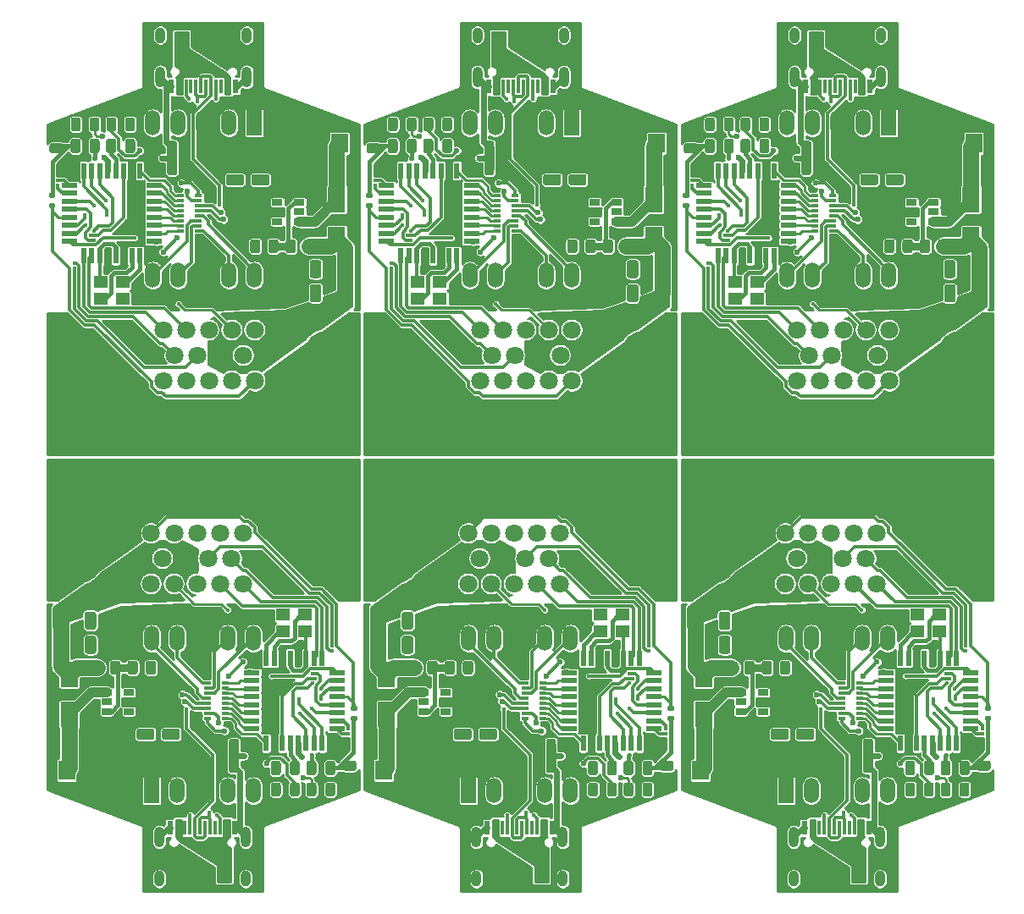
<source format=gbr>
%TF.GenerationSoftware,KiCad,Pcbnew,(5.1.9)-1*%
%TF.CreationDate,2022-04-09T22:54:08+08:00*%
%TF.ProjectId,DB15_Switch_panelize,44423135-5f53-4776-9974-63685f70616e,rev?*%
%TF.SameCoordinates,Original*%
%TF.FileFunction,Copper,L1,Top*%
%TF.FilePolarity,Positive*%
%FSLAX46Y46*%
G04 Gerber Fmt 4.6, Leading zero omitted, Abs format (unit mm)*
G04 Created by KiCad (PCBNEW (5.1.9)-1) date 2022-04-09 22:54:08*
%MOMM*%
%LPD*%
G01*
G04 APERTURE LIST*
%TA.AperFunction,SMDPad,CuDef*%
%ADD10R,1.600000X0.550000*%
%TD*%
%TA.AperFunction,SMDPad,CuDef*%
%ADD11R,0.550000X1.600000*%
%TD*%
%TA.AperFunction,SMDPad,CuDef*%
%ADD12R,1.400000X1.200000*%
%TD*%
%TA.AperFunction,ComponentPad*%
%ADD13O,1.000000X1.600000*%
%TD*%
%TA.AperFunction,ComponentPad*%
%ADD14O,1.000000X2.100000*%
%TD*%
%TA.AperFunction,SMDPad,CuDef*%
%ADD15R,0.300000X1.450000*%
%TD*%
%TA.AperFunction,SMDPad,CuDef*%
%ADD16R,0.600000X1.450000*%
%TD*%
%TA.AperFunction,ComponentPad*%
%ADD17R,1.524000X2.524000*%
%TD*%
%TA.AperFunction,ComponentPad*%
%ADD18O,1.524000X2.524000*%
%TD*%
%TA.AperFunction,SMDPad,CuDef*%
%ADD19R,0.800000X0.300000*%
%TD*%
%TA.AperFunction,ComponentPad*%
%ADD20C,5.000000*%
%TD*%
%TA.AperFunction,ComponentPad*%
%ADD21C,1.800000*%
%TD*%
%TA.AperFunction,SMDPad,CuDef*%
%ADD22R,1.800000X2.500000*%
%TD*%
%TA.AperFunction,SMDPad,CuDef*%
%ADD23R,1.675000X1.950000*%
%TD*%
%TA.AperFunction,SMDPad,CuDef*%
%ADD24R,1.060000X0.650000*%
%TD*%
%TA.AperFunction,ViaPad*%
%ADD25C,0.600000*%
%TD*%
%TA.AperFunction,ViaPad*%
%ADD26C,0.400000*%
%TD*%
%TA.AperFunction,ViaPad*%
%ADD27C,0.800000*%
%TD*%
%TA.AperFunction,Conductor*%
%ADD28C,0.400000*%
%TD*%
%TA.AperFunction,Conductor*%
%ADD29C,0.600000*%
%TD*%
%TA.AperFunction,Conductor*%
%ADD30C,0.300000*%
%TD*%
%TA.AperFunction,Conductor*%
%ADD31C,1.000000*%
%TD*%
%TA.AperFunction,Conductor*%
%ADD32C,0.250000*%
%TD*%
%TA.AperFunction,Conductor*%
%ADD33C,1.600000*%
%TD*%
%TA.AperFunction,Conductor*%
%ADD34C,0.800000*%
%TD*%
%TA.AperFunction,Conductor*%
%ADD35C,0.254000*%
%TD*%
%TA.AperFunction,Conductor*%
%ADD36C,0.100000*%
%TD*%
%TA.AperFunction,Conductor*%
%ADD37C,0.200000*%
%TD*%
G04 APERTURE END LIST*
D10*
%TO.P,U4,32*%
%TO.N,/D2*%
X163918000Y-107084000D03*
%TO.P,U4,31*%
%TO.N,/D1*%
X163918000Y-107884000D03*
%TO.P,U4,30*%
%TO.N,/D0*%
X163918000Y-108684000D03*
%TO.P,U4,29*%
%TO.N,/Reset*%
X163918000Y-109484000D03*
%TO.P,U4,28*%
%TO.N,/A5*%
X163918000Y-110284000D03*
%TO.P,U4,27*%
%TO.N,/A4*%
X163918000Y-111084000D03*
%TO.P,U4,26*%
%TO.N,/A3*%
X163918000Y-111884000D03*
%TO.P,U4,25*%
%TO.N,/A2*%
X163918000Y-112684000D03*
D11*
%TO.P,U4,24*%
%TO.N,/A1*%
X162468000Y-114134000D03*
%TO.P,U4,23*%
%TO.N,/A0*%
X161668000Y-114134000D03*
%TO.P,U4,22*%
%TO.N,/A7*%
X160868000Y-114134000D03*
%TO.P,U4,21*%
%TO.N,GNDA*%
X160068000Y-114134000D03*
%TO.P,U4,20*%
%TO.N,Net-(C10-Pad2)*%
X159268000Y-114134000D03*
%TO.P,U4,19*%
%TO.N,/A6*%
X158468000Y-114134000D03*
%TO.P,U4,18*%
%TO.N,+5V*%
X157668000Y-114134000D03*
%TO.P,U4,17*%
%TO.N,/D13*%
X156868000Y-114134000D03*
D10*
%TO.P,U4,16*%
%TO.N,/D12*%
X155418000Y-112684000D03*
%TO.P,U4,15*%
%TO.N,/D11*%
X155418000Y-111884000D03*
%TO.P,U4,14*%
%TO.N,/D10*%
X155418000Y-111084000D03*
%TO.P,U4,13*%
%TO.N,/D9*%
X155418000Y-110284000D03*
%TO.P,U4,12*%
%TO.N,/D8*%
X155418000Y-109484000D03*
%TO.P,U4,11*%
%TO.N,/D7*%
X155418000Y-108684000D03*
%TO.P,U4,10*%
%TO.N,/D6*%
X155418000Y-107884000D03*
%TO.P,U4,9*%
%TO.N,/D5*%
X155418000Y-107084000D03*
D11*
%TO.P,U4,8*%
%TO.N,Net-(C12-Pad2)*%
X156868000Y-105634000D03*
%TO.P,U4,7*%
%TO.N,Net-(C11-Pad2)*%
X157668000Y-105634000D03*
%TO.P,U4,6*%
%TO.N,+5V*%
X158468000Y-105634000D03*
%TO.P,U4,5*%
%TO.N,GNDA*%
X159268000Y-105634000D03*
%TO.P,U4,4*%
%TO.N,+5V*%
X160068000Y-105634000D03*
%TO.P,U4,3*%
%TO.N,GNDA*%
X160868000Y-105634000D03*
%TO.P,U4,2*%
%TO.N,/D4*%
X161668000Y-105634000D03*
%TO.P,U4,1*%
%TO.N,/D3*%
X162468000Y-105634000D03*
%TD*%
%TO.P,R5,2*%
%TO.N,Net-(C3-Pad1)*%
%TA.AperFunction,SMDPad,CuDef*%
G36*
G01*
X197152000Y-111392000D02*
X197522000Y-111392000D01*
G75*
G02*
X197657000Y-111527000I0J-135000D01*
G01*
X197657000Y-111797000D01*
G75*
G02*
X197522000Y-111932000I-135000J0D01*
G01*
X197152000Y-111932000D01*
G75*
G02*
X197017000Y-111797000I0J135000D01*
G01*
X197017000Y-111527000D01*
G75*
G02*
X197152000Y-111392000I135000J0D01*
G01*
G37*
%TD.AperFunction*%
%TO.P,R5,1*%
%TO.N,/Reset*%
%TA.AperFunction,SMDPad,CuDef*%
G36*
G01*
X197152000Y-110372000D02*
X197522000Y-110372000D01*
G75*
G02*
X197657000Y-110507000I0J-135000D01*
G01*
X197657000Y-110777000D01*
G75*
G02*
X197522000Y-110912000I-135000J0D01*
G01*
X197152000Y-110912000D01*
G75*
G02*
X197017000Y-110777000I0J135000D01*
G01*
X197017000Y-110507000D01*
G75*
G02*
X197152000Y-110372000I135000J0D01*
G01*
G37*
%TD.AperFunction*%
%TD*%
%TO.P,C3,2*%
%TO.N,Net-(C3-Pad2)*%
%TA.AperFunction,SMDPad,CuDef*%
G36*
G01*
X193585000Y-116140000D02*
X193585000Y-117090000D01*
G75*
G02*
X193335000Y-117340000I-250000J0D01*
G01*
X192835000Y-117340000D01*
G75*
G02*
X192585000Y-117090000I0J250000D01*
G01*
X192585000Y-116140000D01*
G75*
G02*
X192835000Y-115890000I250000J0D01*
G01*
X193335000Y-115890000D01*
G75*
G02*
X193585000Y-116140000I0J-250000D01*
G01*
G37*
%TD.AperFunction*%
%TO.P,C3,1*%
%TO.N,Net-(C3-Pad1)*%
%TA.AperFunction,SMDPad,CuDef*%
G36*
G01*
X195485000Y-116140000D02*
X195485000Y-117090000D01*
G75*
G02*
X195235000Y-117340000I-250000J0D01*
G01*
X194735000Y-117340000D01*
G75*
G02*
X194485000Y-117090000I0J250000D01*
G01*
X194485000Y-116140000D01*
G75*
G02*
X194735000Y-115890000I250000J0D01*
G01*
X195235000Y-115890000D01*
G75*
G02*
X195485000Y-116140000I0J-250000D01*
G01*
G37*
%TD.AperFunction*%
%TD*%
%TO.P,C3,2*%
%TO.N,Net-(C3-Pad2)*%
%TA.AperFunction,SMDPad,CuDef*%
G36*
G01*
X161885000Y-116140000D02*
X161885000Y-117090000D01*
G75*
G02*
X161635000Y-117340000I-250000J0D01*
G01*
X161135000Y-117340000D01*
G75*
G02*
X160885000Y-117090000I0J250000D01*
G01*
X160885000Y-116140000D01*
G75*
G02*
X161135000Y-115890000I250000J0D01*
G01*
X161635000Y-115890000D01*
G75*
G02*
X161885000Y-116140000I0J-250000D01*
G01*
G37*
%TD.AperFunction*%
%TO.P,C3,1*%
%TO.N,Net-(C3-Pad1)*%
%TA.AperFunction,SMDPad,CuDef*%
G36*
G01*
X163785000Y-116140000D02*
X163785000Y-117090000D01*
G75*
G02*
X163535000Y-117340000I-250000J0D01*
G01*
X163035000Y-117340000D01*
G75*
G02*
X162785000Y-117090000I0J250000D01*
G01*
X162785000Y-116140000D01*
G75*
G02*
X163035000Y-115890000I250000J0D01*
G01*
X163535000Y-115890000D01*
G75*
G02*
X163785000Y-116140000I0J-250000D01*
G01*
G37*
%TD.AperFunction*%
%TD*%
D12*
%TO.P,Y1,4*%
%TO.N,GNDA*%
X160768000Y-102987000D03*
%TO.P,Y1,3*%
%TO.N,Net-(C12-Pad2)*%
X158568000Y-102987000D03*
%TO.P,Y1,2*%
%TO.N,GNDA*%
X158568000Y-101287000D03*
%TO.P,Y1,1*%
%TO.N,Net-(C11-Pad2)*%
X160768000Y-101287000D03*
%TD*%
%TO.P,R5,2*%
%TO.N,Net-(C3-Pad1)*%
%TA.AperFunction,SMDPad,CuDef*%
G36*
G01*
X165452000Y-111392000D02*
X165822000Y-111392000D01*
G75*
G02*
X165957000Y-111527000I0J-135000D01*
G01*
X165957000Y-111797000D01*
G75*
G02*
X165822000Y-111932000I-135000J0D01*
G01*
X165452000Y-111932000D01*
G75*
G02*
X165317000Y-111797000I0J135000D01*
G01*
X165317000Y-111527000D01*
G75*
G02*
X165452000Y-111392000I135000J0D01*
G01*
G37*
%TD.AperFunction*%
%TO.P,R5,1*%
%TO.N,/Reset*%
%TA.AperFunction,SMDPad,CuDef*%
G36*
G01*
X165452000Y-110372000D02*
X165822000Y-110372000D01*
G75*
G02*
X165957000Y-110507000I0J-135000D01*
G01*
X165957000Y-110777000D01*
G75*
G02*
X165822000Y-110912000I-135000J0D01*
G01*
X165452000Y-110912000D01*
G75*
G02*
X165317000Y-110777000I0J135000D01*
G01*
X165317000Y-110507000D01*
G75*
G02*
X165452000Y-110372000I135000J0D01*
G01*
G37*
%TD.AperFunction*%
%TD*%
%TO.P,C8,2*%
%TO.N,+5V*%
%TA.AperFunction,SMDPad,CuDef*%
G36*
G01*
X186738000Y-116875000D02*
X186738000Y-115925000D01*
G75*
G02*
X186988000Y-115675000I250000J0D01*
G01*
X187488000Y-115675000D01*
G75*
G02*
X187738000Y-115925000I0J-250000D01*
G01*
X187738000Y-116875000D01*
G75*
G02*
X187488000Y-117125000I-250000J0D01*
G01*
X186988000Y-117125000D01*
G75*
G02*
X186738000Y-116875000I0J250000D01*
G01*
G37*
%TD.AperFunction*%
%TO.P,C8,1*%
%TO.N,GNDA*%
%TA.AperFunction,SMDPad,CuDef*%
G36*
G01*
X184838000Y-116875000D02*
X184838000Y-115925000D01*
G75*
G02*
X185088000Y-115675000I250000J0D01*
G01*
X185588000Y-115675000D01*
G75*
G02*
X185838000Y-115925000I0J-250000D01*
G01*
X185838000Y-116875000D01*
G75*
G02*
X185588000Y-117125000I-250000J0D01*
G01*
X185088000Y-117125000D01*
G75*
G02*
X184838000Y-116875000I0J250000D01*
G01*
G37*
%TD.AperFunction*%
%TD*%
D13*
%TO.P,USB1,13*%
%TO.N,GNDA*%
X186520000Y-127700000D03*
X177880000Y-127700000D03*
D14*
X186520000Y-123520000D03*
X177880000Y-123520000D03*
D15*
%TO.P,USB1,6*%
%TO.N,Net-(U1-Pad5)*%
X181950000Y-122605000D03*
%TO.P,USB1,7*%
%TO.N,Net-(U1-Pad6)*%
X182450000Y-122605000D03*
%TO.P,USB1,8*%
%TO.N,Net-(U1-Pad5)*%
X182950000Y-122605000D03*
%TO.P,USB1,5*%
%TO.N,Net-(U1-Pad6)*%
X181450000Y-122605000D03*
%TO.P,USB1,9*%
%TO.N,Net-(USB1-Pad9)*%
X183450000Y-122605000D03*
%TO.P,USB1,4*%
%TO.N,Net-(R1-Pad1)*%
X180950000Y-122605000D03*
%TO.P,USB1,10*%
%TO.N,Net-(R2-Pad2)*%
X183950000Y-122605000D03*
%TO.P,USB1,3*%
%TO.N,Net-(USB1-Pad3)*%
X180450000Y-122605000D03*
D16*
%TO.P,USB1,2*%
%TO.N,VBUS*%
X179750000Y-122605000D03*
%TO.P,USB1,11*%
X184650000Y-122605000D03*
%TO.P,USB1,1*%
%TO.N,GNDA*%
X178975000Y-122605000D03*
%TO.P,USB1,12*%
X185425000Y-122605000D03*
%TD*%
%TO.P,C9,2*%
%TO.N,+5V*%
%TA.AperFunction,SMDPad,CuDef*%
G36*
G01*
X186738000Y-114875000D02*
X186738000Y-113925000D01*
G75*
G02*
X186988000Y-113675000I250000J0D01*
G01*
X187488000Y-113675000D01*
G75*
G02*
X187738000Y-113925000I0J-250000D01*
G01*
X187738000Y-114875000D01*
G75*
G02*
X187488000Y-115125000I-250000J0D01*
G01*
X186988000Y-115125000D01*
G75*
G02*
X186738000Y-114875000I0J250000D01*
G01*
G37*
%TD.AperFunction*%
%TO.P,C9,1*%
%TO.N,GNDA*%
%TA.AperFunction,SMDPad,CuDef*%
G36*
G01*
X184838000Y-114875000D02*
X184838000Y-113925000D01*
G75*
G02*
X185088000Y-113675000I250000J0D01*
G01*
X185588000Y-113675000D01*
G75*
G02*
X185838000Y-113925000I0J-250000D01*
G01*
X185838000Y-114875000D01*
G75*
G02*
X185588000Y-115125000I-250000J0D01*
G01*
X185088000Y-115125000D01*
G75*
G02*
X184838000Y-114875000I0J250000D01*
G01*
G37*
%TD.AperFunction*%
%TD*%
D12*
%TO.P,Y1,4*%
%TO.N,GNDA*%
X192468000Y-102987000D03*
%TO.P,Y1,3*%
%TO.N,Net-(C12-Pad2)*%
X190268000Y-102987000D03*
%TO.P,Y1,2*%
%TO.N,GNDA*%
X190268000Y-101287000D03*
%TO.P,Y1,1*%
%TO.N,Net-(C11-Pad2)*%
X192468000Y-101287000D03*
%TD*%
%TO.P,C7,2*%
%TO.N,+12V*%
%TA.AperFunction,SMDPad,CuDef*%
G36*
G01*
X168624000Y-101232999D02*
X168624000Y-102533001D01*
G75*
G02*
X168374001Y-102783000I-249999J0D01*
G01*
X167723999Y-102783000D01*
G75*
G02*
X167474000Y-102533001I0J249999D01*
G01*
X167474000Y-101232999D01*
G75*
G02*
X167723999Y-100983000I249999J0D01*
G01*
X168374001Y-100983000D01*
G75*
G02*
X168624000Y-101232999I0J-249999D01*
G01*
G37*
%TD.AperFunction*%
%TO.P,C7,1*%
%TO.N,GNDA*%
%TA.AperFunction,SMDPad,CuDef*%
G36*
G01*
X171574000Y-101232999D02*
X171574000Y-102533001D01*
G75*
G02*
X171324001Y-102783000I-249999J0D01*
G01*
X170673999Y-102783000D01*
G75*
G02*
X170424000Y-102533001I0J249999D01*
G01*
X170424000Y-101232999D01*
G75*
G02*
X170673999Y-100983000I249999J0D01*
G01*
X171324001Y-100983000D01*
G75*
G02*
X171574000Y-101232999I0J-249999D01*
G01*
G37*
%TD.AperFunction*%
%TD*%
D10*
%TO.P,U4,32*%
%TO.N,/D2*%
X195618000Y-107084000D03*
%TO.P,U4,31*%
%TO.N,/D1*%
X195618000Y-107884000D03*
%TO.P,U4,30*%
%TO.N,/D0*%
X195618000Y-108684000D03*
%TO.P,U4,29*%
%TO.N,/Reset*%
X195618000Y-109484000D03*
%TO.P,U4,28*%
%TO.N,/A5*%
X195618000Y-110284000D03*
%TO.P,U4,27*%
%TO.N,/A4*%
X195618000Y-111084000D03*
%TO.P,U4,26*%
%TO.N,/A3*%
X195618000Y-111884000D03*
%TO.P,U4,25*%
%TO.N,/A2*%
X195618000Y-112684000D03*
D11*
%TO.P,U4,24*%
%TO.N,/A1*%
X194168000Y-114134000D03*
%TO.P,U4,23*%
%TO.N,/A0*%
X193368000Y-114134000D03*
%TO.P,U4,22*%
%TO.N,/A7*%
X192568000Y-114134000D03*
%TO.P,U4,21*%
%TO.N,GNDA*%
X191768000Y-114134000D03*
%TO.P,U4,20*%
%TO.N,Net-(C10-Pad2)*%
X190968000Y-114134000D03*
%TO.P,U4,19*%
%TO.N,/A6*%
X190168000Y-114134000D03*
%TO.P,U4,18*%
%TO.N,+5V*%
X189368000Y-114134000D03*
%TO.P,U4,17*%
%TO.N,/D13*%
X188568000Y-114134000D03*
D10*
%TO.P,U4,16*%
%TO.N,/D12*%
X187118000Y-112684000D03*
%TO.P,U4,15*%
%TO.N,/D11*%
X187118000Y-111884000D03*
%TO.P,U4,14*%
%TO.N,/D10*%
X187118000Y-111084000D03*
%TO.P,U4,13*%
%TO.N,/D9*%
X187118000Y-110284000D03*
%TO.P,U4,12*%
%TO.N,/D8*%
X187118000Y-109484000D03*
%TO.P,U4,11*%
%TO.N,/D7*%
X187118000Y-108684000D03*
%TO.P,U4,10*%
%TO.N,/D6*%
X187118000Y-107884000D03*
%TO.P,U4,9*%
%TO.N,/D5*%
X187118000Y-107084000D03*
D11*
%TO.P,U4,8*%
%TO.N,Net-(C12-Pad2)*%
X188568000Y-105634000D03*
%TO.P,U4,7*%
%TO.N,Net-(C11-Pad2)*%
X189368000Y-105634000D03*
%TO.P,U4,6*%
%TO.N,+5V*%
X190168000Y-105634000D03*
%TO.P,U4,5*%
%TO.N,GNDA*%
X190968000Y-105634000D03*
%TO.P,U4,4*%
%TO.N,+5V*%
X191768000Y-105634000D03*
%TO.P,U4,3*%
%TO.N,GNDA*%
X192568000Y-105634000D03*
%TO.P,U4,2*%
%TO.N,/D4*%
X193368000Y-105634000D03*
%TO.P,U4,1*%
%TO.N,/D3*%
X194168000Y-105634000D03*
%TD*%
D13*
%TO.P,USB1,13*%
%TO.N,GNDA*%
X154820000Y-127700000D03*
X146180000Y-127700000D03*
D14*
X154820000Y-123520000D03*
X146180000Y-123520000D03*
D15*
%TO.P,USB1,6*%
%TO.N,Net-(U1-Pad5)*%
X150250000Y-122605000D03*
%TO.P,USB1,7*%
%TO.N,Net-(U1-Pad6)*%
X150750000Y-122605000D03*
%TO.P,USB1,8*%
%TO.N,Net-(U1-Pad5)*%
X151250000Y-122605000D03*
%TO.P,USB1,5*%
%TO.N,Net-(U1-Pad6)*%
X149750000Y-122605000D03*
%TO.P,USB1,9*%
%TO.N,Net-(USB1-Pad9)*%
X151750000Y-122605000D03*
%TO.P,USB1,4*%
%TO.N,Net-(R1-Pad1)*%
X149250000Y-122605000D03*
%TO.P,USB1,10*%
%TO.N,Net-(R2-Pad2)*%
X152250000Y-122605000D03*
%TO.P,USB1,3*%
%TO.N,Net-(USB1-Pad3)*%
X148750000Y-122605000D03*
D16*
%TO.P,USB1,2*%
%TO.N,VBUS*%
X148050000Y-122605000D03*
%TO.P,USB1,11*%
X152950000Y-122605000D03*
%TO.P,USB1,1*%
%TO.N,GNDA*%
X147275000Y-122605000D03*
%TO.P,USB1,12*%
X153725000Y-122605000D03*
%TD*%
%TO.P,C8,2*%
%TO.N,+5V*%
%TA.AperFunction,SMDPad,CuDef*%
G36*
G01*
X155038000Y-116875000D02*
X155038000Y-115925000D01*
G75*
G02*
X155288000Y-115675000I250000J0D01*
G01*
X155788000Y-115675000D01*
G75*
G02*
X156038000Y-115925000I0J-250000D01*
G01*
X156038000Y-116875000D01*
G75*
G02*
X155788000Y-117125000I-250000J0D01*
G01*
X155288000Y-117125000D01*
G75*
G02*
X155038000Y-116875000I0J250000D01*
G01*
G37*
%TD.AperFunction*%
%TO.P,C8,1*%
%TO.N,GNDA*%
%TA.AperFunction,SMDPad,CuDef*%
G36*
G01*
X153138000Y-116875000D02*
X153138000Y-115925000D01*
G75*
G02*
X153388000Y-115675000I250000J0D01*
G01*
X153888000Y-115675000D01*
G75*
G02*
X154138000Y-115925000I0J-250000D01*
G01*
X154138000Y-116875000D01*
G75*
G02*
X153888000Y-117125000I-250000J0D01*
G01*
X153388000Y-117125000D01*
G75*
G02*
X153138000Y-116875000I0J250000D01*
G01*
G37*
%TD.AperFunction*%
%TD*%
%TO.P,C6,2*%
%TO.N,+12V*%
%TA.AperFunction,SMDPad,CuDef*%
G36*
G01*
X168624000Y-103645999D02*
X168624000Y-104946001D01*
G75*
G02*
X168374001Y-105196000I-249999J0D01*
G01*
X167723999Y-105196000D01*
G75*
G02*
X167474000Y-104946001I0J249999D01*
G01*
X167474000Y-103645999D01*
G75*
G02*
X167723999Y-103396000I249999J0D01*
G01*
X168374001Y-103396000D01*
G75*
G02*
X168624000Y-103645999I0J-249999D01*
G01*
G37*
%TD.AperFunction*%
%TO.P,C6,1*%
%TO.N,GNDA*%
%TA.AperFunction,SMDPad,CuDef*%
G36*
G01*
X171574000Y-103645999D02*
X171574000Y-104946001D01*
G75*
G02*
X171324001Y-105196000I-249999J0D01*
G01*
X170673999Y-105196000D01*
G75*
G02*
X170424000Y-104946001I0J249999D01*
G01*
X170424000Y-103645999D01*
G75*
G02*
X170673999Y-103396000I249999J0D01*
G01*
X171324001Y-103396000D01*
G75*
G02*
X171574000Y-103645999I0J-249999D01*
G01*
G37*
%TD.AperFunction*%
%TD*%
%TO.P,C9,2*%
%TO.N,+5V*%
%TA.AperFunction,SMDPad,CuDef*%
G36*
G01*
X155038000Y-114875000D02*
X155038000Y-113925000D01*
G75*
G02*
X155288000Y-113675000I250000J0D01*
G01*
X155788000Y-113675000D01*
G75*
G02*
X156038000Y-113925000I0J-250000D01*
G01*
X156038000Y-114875000D01*
G75*
G02*
X155788000Y-115125000I-250000J0D01*
G01*
X155288000Y-115125000D01*
G75*
G02*
X155038000Y-114875000I0J250000D01*
G01*
G37*
%TD.AperFunction*%
%TO.P,C9,1*%
%TO.N,GNDA*%
%TA.AperFunction,SMDPad,CuDef*%
G36*
G01*
X153138000Y-114875000D02*
X153138000Y-113925000D01*
G75*
G02*
X153388000Y-113675000I250000J0D01*
G01*
X153888000Y-113675000D01*
G75*
G02*
X154138000Y-113925000I0J-250000D01*
G01*
X154138000Y-114875000D01*
G75*
G02*
X153888000Y-115125000I-250000J0D01*
G01*
X153388000Y-115125000D01*
G75*
G02*
X153138000Y-114875000I0J250000D01*
G01*
G37*
%TD.AperFunction*%
%TD*%
D17*
%TO.P,U2,1*%
%TO.N,Net-(RN1-Pad13)*%
X177120000Y-118901000D03*
D18*
%TO.P,U2,2*%
%TO.N,Net-(RN1-Pad14)*%
X179660000Y-118901000D03*
%TO.P,U2,3*%
%TO.N,+5V*%
X182200000Y-118901000D03*
%TO.P,U2,4*%
%TO.N,Net-(RN1-Pad15)*%
X184740000Y-118901000D03*
%TO.P,U2,5*%
%TO.N,Net-(RN1-Pad16)*%
X187280000Y-118901000D03*
%TO.P,U2,6*%
%TO.N,Net-(RN1-Pad11)*%
X187280000Y-103661000D03*
%TO.P,U2,7*%
%TO.N,Net-(RN1-Pad10)*%
X184740000Y-103661000D03*
%TO.P,U2,8*%
%TO.N,+5V*%
X182200000Y-103661000D03*
%TO.P,U2,9*%
%TO.N,Net-(RN1-Pad9)*%
X179660000Y-103661000D03*
%TO.P,U2,10*%
%TO.N,Net-(RN1-Pad12)*%
X177120000Y-103661000D03*
%TD*%
D19*
%TO.P,RN1,10*%
%TO.N,Net-(RN1-Pad10)*%
X151021000Y-108634000D03*
%TO.P,RN1,12*%
%TO.N,Net-(RN1-Pad12)*%
X151021000Y-109634000D03*
%TO.P,RN1,11*%
%TO.N,Net-(RN1-Pad11)*%
X151021000Y-109134000D03*
%TO.P,RN1,13*%
%TO.N,Net-(RN1-Pad13)*%
X151021000Y-110134000D03*
%TO.P,RN1,14*%
%TO.N,Net-(RN1-Pad14)*%
X151021000Y-110634000D03*
%TO.P,RN1,15*%
%TO.N,Net-(RN1-Pad15)*%
X151021000Y-111134000D03*
%TO.P,RN1,7*%
%TO.N,/D7*%
X152821000Y-108634000D03*
%TO.P,RN1,6*%
%TO.N,/D8*%
X152821000Y-109134000D03*
%TO.P,RN1,5*%
%TO.N,/D9*%
X152821000Y-109634000D03*
%TO.P,RN1,4*%
%TO.N,/D10*%
X152821000Y-110134000D03*
%TO.P,RN1,3*%
%TO.N,/D11*%
X152821000Y-110634000D03*
%TO.P,RN1,2*%
%TO.N,/D12*%
X152821000Y-111134000D03*
%TO.P,RN1,9*%
%TO.N,Net-(RN1-Pad9)*%
X151021000Y-108134000D03*
%TO.P,RN1,8*%
%TO.N,/D6*%
X152821000Y-108134000D03*
%TO.P,RN1,16*%
%TO.N,Net-(RN1-Pad16)*%
X151021000Y-111634000D03*
%TO.P,RN1,1*%
%TO.N,/D13*%
X152821000Y-111634000D03*
%TD*%
D17*
%TO.P,U2,1*%
%TO.N,Net-(RN1-Pad13)*%
X145420000Y-118901000D03*
D18*
%TO.P,U2,2*%
%TO.N,Net-(RN1-Pad14)*%
X147960000Y-118901000D03*
%TO.P,U2,3*%
%TO.N,+5V*%
X150500000Y-118901000D03*
%TO.P,U2,4*%
%TO.N,Net-(RN1-Pad15)*%
X153040000Y-118901000D03*
%TO.P,U2,5*%
%TO.N,Net-(RN1-Pad16)*%
X155580000Y-118901000D03*
%TO.P,U2,6*%
%TO.N,Net-(RN1-Pad11)*%
X155580000Y-103661000D03*
%TO.P,U2,7*%
%TO.N,Net-(RN1-Pad10)*%
X153040000Y-103661000D03*
%TO.P,U2,8*%
%TO.N,+5V*%
X150500000Y-103661000D03*
%TO.P,U2,9*%
%TO.N,Net-(RN1-Pad9)*%
X147960000Y-103661000D03*
%TO.P,U2,10*%
%TO.N,Net-(RN1-Pad12)*%
X145420000Y-103661000D03*
%TD*%
%TO.P,C6,2*%
%TO.N,+12V*%
%TA.AperFunction,SMDPad,CuDef*%
G36*
G01*
X136924000Y-103645999D02*
X136924000Y-104946001D01*
G75*
G02*
X136674001Y-105196000I-249999J0D01*
G01*
X136023999Y-105196000D01*
G75*
G02*
X135774000Y-104946001I0J249999D01*
G01*
X135774000Y-103645999D01*
G75*
G02*
X136023999Y-103396000I249999J0D01*
G01*
X136674001Y-103396000D01*
G75*
G02*
X136924000Y-103645999I0J-249999D01*
G01*
G37*
%TD.AperFunction*%
%TO.P,C6,1*%
%TO.N,GNDA*%
%TA.AperFunction,SMDPad,CuDef*%
G36*
G01*
X139874000Y-103645999D02*
X139874000Y-104946001D01*
G75*
G02*
X139624001Y-105196000I-249999J0D01*
G01*
X138973999Y-105196000D01*
G75*
G02*
X138724000Y-104946001I0J249999D01*
G01*
X138724000Y-103645999D01*
G75*
G02*
X138973999Y-103396000I249999J0D01*
G01*
X139624001Y-103396000D01*
G75*
G02*
X139874000Y-103645999I0J-249999D01*
G01*
G37*
%TD.AperFunction*%
%TD*%
D19*
%TO.P,RN1,10*%
%TO.N,Net-(RN1-Pad10)*%
X182721000Y-108634000D03*
%TO.P,RN1,12*%
%TO.N,Net-(RN1-Pad12)*%
X182721000Y-109634000D03*
%TO.P,RN1,11*%
%TO.N,Net-(RN1-Pad11)*%
X182721000Y-109134000D03*
%TO.P,RN1,13*%
%TO.N,Net-(RN1-Pad13)*%
X182721000Y-110134000D03*
%TO.P,RN1,14*%
%TO.N,Net-(RN1-Pad14)*%
X182721000Y-110634000D03*
%TO.P,RN1,15*%
%TO.N,Net-(RN1-Pad15)*%
X182721000Y-111134000D03*
%TO.P,RN1,7*%
%TO.N,/D7*%
X184521000Y-108634000D03*
%TO.P,RN1,6*%
%TO.N,/D8*%
X184521000Y-109134000D03*
%TO.P,RN1,5*%
%TO.N,/D9*%
X184521000Y-109634000D03*
%TO.P,RN1,4*%
%TO.N,/D10*%
X184521000Y-110134000D03*
%TO.P,RN1,3*%
%TO.N,/D11*%
X184521000Y-110634000D03*
%TO.P,RN1,2*%
%TO.N,/D12*%
X184521000Y-111134000D03*
%TO.P,RN1,9*%
%TO.N,Net-(RN1-Pad9)*%
X182721000Y-108134000D03*
%TO.P,RN1,8*%
%TO.N,/D6*%
X184521000Y-108134000D03*
%TO.P,RN1,16*%
%TO.N,Net-(RN1-Pad16)*%
X182721000Y-111634000D03*
%TO.P,RN1,1*%
%TO.N,/D13*%
X184521000Y-111634000D03*
%TD*%
D20*
%TO.P,J1,0*%
%TO.N,GNDA*%
X169729000Y-95660000D03*
X194719000Y-95660000D03*
D21*
%TO.P,J1,1*%
%TO.N,/D3*%
X186231000Y-98200000D03*
%TO.P,J1,2*%
%TO.N,/D4*%
X183942000Y-98200000D03*
%TO.P,J1,3*%
%TO.N,/D5*%
X181652000Y-98200000D03*
%TO.P,J1,4*%
%TO.N,/A0*%
X179362000Y-98200000D03*
%TO.P,J1,5*%
%TO.N,/A1*%
X177072000Y-98200000D03*
%TO.P,J1,6*%
%TO.N,GNDA*%
X187376000Y-95660000D03*
%TO.P,J1,7*%
%TO.N,/A2*%
X185086000Y-95660000D03*
%TO.P,J1,8*%
%TO.N,/A3*%
X182796000Y-95660000D03*
%TO.P,J1,9*%
%TO.N,+12V*%
X180506000Y-95660000D03*
%TO.P,J1,10*%
%TO.N,/A4*%
X178217000Y-95660000D03*
%TO.P,J1,11*%
%TO.N,/A5*%
X186231000Y-93120000D03*
%TO.P,J1,12*%
%TO.N,/A6*%
X183942000Y-93120000D03*
%TO.P,J1,13*%
%TO.N,/A7*%
X181652000Y-93120000D03*
%TO.P,J1,14*%
%TO.N,Net-(J1-Pad14)*%
X179362000Y-93120000D03*
%TO.P,J1,15*%
%TO.N,/Reset*%
X177072000Y-93120000D03*
%TD*%
D20*
%TO.P,J1,0*%
%TO.N,GNDA*%
X138029000Y-95660000D03*
X163019000Y-95660000D03*
D21*
%TO.P,J1,1*%
%TO.N,/D3*%
X154531000Y-98200000D03*
%TO.P,J1,2*%
%TO.N,/D4*%
X152242000Y-98200000D03*
%TO.P,J1,3*%
%TO.N,/D5*%
X149952000Y-98200000D03*
%TO.P,J1,4*%
%TO.N,/A0*%
X147662000Y-98200000D03*
%TO.P,J1,5*%
%TO.N,/A1*%
X145372000Y-98200000D03*
%TO.P,J1,6*%
%TO.N,GNDA*%
X155676000Y-95660000D03*
%TO.P,J1,7*%
%TO.N,/A2*%
X153386000Y-95660000D03*
%TO.P,J1,8*%
%TO.N,/A3*%
X151096000Y-95660000D03*
%TO.P,J1,9*%
%TO.N,+12V*%
X148806000Y-95660000D03*
%TO.P,J1,10*%
%TO.N,/A4*%
X146517000Y-95660000D03*
%TO.P,J1,11*%
%TO.N,/A5*%
X154531000Y-93120000D03*
%TO.P,J1,12*%
%TO.N,/A6*%
X152242000Y-93120000D03*
%TO.P,J1,13*%
%TO.N,/A7*%
X149952000Y-93120000D03*
%TO.P,J1,14*%
%TO.N,Net-(J1-Pad14)*%
X147662000Y-93120000D03*
%TO.P,J1,15*%
%TO.N,/Reset*%
X145372000Y-93120000D03*
%TD*%
%TO.P,C4,1*%
%TO.N,GNDA*%
%TA.AperFunction,SMDPad,CuDef*%
G36*
G01*
X175858999Y-112660000D02*
X177159001Y-112660000D01*
G75*
G02*
X177409000Y-112909999I0J-249999D01*
G01*
X177409000Y-113560001D01*
G75*
G02*
X177159001Y-113810000I-249999J0D01*
G01*
X175858999Y-113810000D01*
G75*
G02*
X175609000Y-113560001I0J249999D01*
G01*
X175609000Y-112909999D01*
G75*
G02*
X175858999Y-112660000I249999J0D01*
G01*
G37*
%TD.AperFunction*%
%TO.P,C4,2*%
%TO.N,+5V*%
%TA.AperFunction,SMDPad,CuDef*%
G36*
G01*
X175858999Y-115610000D02*
X177159001Y-115610000D01*
G75*
G02*
X177409000Y-115859999I0J-249999D01*
G01*
X177409000Y-116510001D01*
G75*
G02*
X177159001Y-116760000I-249999J0D01*
G01*
X175858999Y-116760000D01*
G75*
G02*
X175609000Y-116510001I0J249999D01*
G01*
X175609000Y-115859999D01*
G75*
G02*
X175858999Y-115610000I249999J0D01*
G01*
G37*
%TD.AperFunction*%
%TD*%
%TO.P,R10,2*%
%TO.N,Net-(C3-Pad1)*%
%TA.AperFunction,SMDPad,CuDef*%
G36*
G01*
X165650001Y-116900000D02*
X164749999Y-116900000D01*
G75*
G02*
X164500000Y-116650001I0J249999D01*
G01*
X164500000Y-116124999D01*
G75*
G02*
X164749999Y-115875000I249999J0D01*
G01*
X165650001Y-115875000D01*
G75*
G02*
X165900000Y-116124999I0J-249999D01*
G01*
X165900000Y-116650001D01*
G75*
G02*
X165650001Y-116900000I-249999J0D01*
G01*
G37*
%TD.AperFunction*%
%TO.P,R10,1*%
%TO.N,+5V*%
%TA.AperFunction,SMDPad,CuDef*%
G36*
G01*
X165650001Y-118725000D02*
X164749999Y-118725000D01*
G75*
G02*
X164500000Y-118475001I0J249999D01*
G01*
X164500000Y-117949999D01*
G75*
G02*
X164749999Y-117700000I249999J0D01*
G01*
X165650001Y-117700000D01*
G75*
G02*
X165900000Y-117949999I0J-249999D01*
G01*
X165900000Y-118475001D01*
G75*
G02*
X165650001Y-118725000I-249999J0D01*
G01*
G37*
%TD.AperFunction*%
%TD*%
%TO.P,C5,1*%
%TO.N,GNDA*%
%TA.AperFunction,SMDPad,CuDef*%
G36*
G01*
X146698999Y-112660000D02*
X147999001Y-112660000D01*
G75*
G02*
X148249000Y-112909999I0J-249999D01*
G01*
X148249000Y-113560001D01*
G75*
G02*
X147999001Y-113810000I-249999J0D01*
G01*
X146698999Y-113810000D01*
G75*
G02*
X146449000Y-113560001I0J249999D01*
G01*
X146449000Y-112909999D01*
G75*
G02*
X146698999Y-112660000I249999J0D01*
G01*
G37*
%TD.AperFunction*%
%TO.P,C5,2*%
%TO.N,+5V*%
%TA.AperFunction,SMDPad,CuDef*%
G36*
G01*
X146698999Y-115610000D02*
X147999001Y-115610000D01*
G75*
G02*
X148249000Y-115859999I0J-249999D01*
G01*
X148249000Y-116510001D01*
G75*
G02*
X147999001Y-116760000I-249999J0D01*
G01*
X146698999Y-116760000D01*
G75*
G02*
X146449000Y-116510001I0J249999D01*
G01*
X146449000Y-115859999D01*
G75*
G02*
X146698999Y-115610000I249999J0D01*
G01*
G37*
%TD.AperFunction*%
%TD*%
%TO.P,C5,1*%
%TO.N,GNDA*%
%TA.AperFunction,SMDPad,CuDef*%
G36*
G01*
X178398999Y-112660000D02*
X179699001Y-112660000D01*
G75*
G02*
X179949000Y-112909999I0J-249999D01*
G01*
X179949000Y-113560001D01*
G75*
G02*
X179699001Y-113810000I-249999J0D01*
G01*
X178398999Y-113810000D01*
G75*
G02*
X178149000Y-113560001I0J249999D01*
G01*
X178149000Y-112909999D01*
G75*
G02*
X178398999Y-112660000I249999J0D01*
G01*
G37*
%TD.AperFunction*%
%TO.P,C5,2*%
%TO.N,+5V*%
%TA.AperFunction,SMDPad,CuDef*%
G36*
G01*
X178398999Y-115610000D02*
X179699001Y-115610000D01*
G75*
G02*
X179949000Y-115859999I0J-249999D01*
G01*
X179949000Y-116510001D01*
G75*
G02*
X179699001Y-116760000I-249999J0D01*
G01*
X178398999Y-116760000D01*
G75*
G02*
X178149000Y-116510001I0J249999D01*
G01*
X178149000Y-115859999D01*
G75*
G02*
X178398999Y-115610000I249999J0D01*
G01*
G37*
%TD.AperFunction*%
%TD*%
%TO.P,R10,2*%
%TO.N,Net-(C3-Pad1)*%
%TA.AperFunction,SMDPad,CuDef*%
G36*
G01*
X197350001Y-116900000D02*
X196449999Y-116900000D01*
G75*
G02*
X196200000Y-116650001I0J249999D01*
G01*
X196200000Y-116124999D01*
G75*
G02*
X196449999Y-115875000I249999J0D01*
G01*
X197350001Y-115875000D01*
G75*
G02*
X197600000Y-116124999I0J-249999D01*
G01*
X197600000Y-116650001D01*
G75*
G02*
X197350001Y-116900000I-249999J0D01*
G01*
G37*
%TD.AperFunction*%
%TO.P,R10,1*%
%TO.N,+5V*%
%TA.AperFunction,SMDPad,CuDef*%
G36*
G01*
X197350001Y-118725000D02*
X196449999Y-118725000D01*
G75*
G02*
X196200000Y-118475001I0J249999D01*
G01*
X196200000Y-117949999D01*
G75*
G02*
X196449999Y-117700000I249999J0D01*
G01*
X197350001Y-117700000D01*
G75*
G02*
X197600000Y-117949999I0J-249999D01*
G01*
X197600000Y-118475001D01*
G75*
G02*
X197350001Y-118725000I-249999J0D01*
G01*
G37*
%TD.AperFunction*%
%TD*%
%TO.P,C7,2*%
%TO.N,+12V*%
%TA.AperFunction,SMDPad,CuDef*%
G36*
G01*
X136924000Y-101232999D02*
X136924000Y-102533001D01*
G75*
G02*
X136674001Y-102783000I-249999J0D01*
G01*
X136023999Y-102783000D01*
G75*
G02*
X135774000Y-102533001I0J249999D01*
G01*
X135774000Y-101232999D01*
G75*
G02*
X136023999Y-100983000I249999J0D01*
G01*
X136674001Y-100983000D01*
G75*
G02*
X136924000Y-101232999I0J-249999D01*
G01*
G37*
%TD.AperFunction*%
%TO.P,C7,1*%
%TO.N,GNDA*%
%TA.AperFunction,SMDPad,CuDef*%
G36*
G01*
X139874000Y-101232999D02*
X139874000Y-102533001D01*
G75*
G02*
X139624001Y-102783000I-249999J0D01*
G01*
X138973999Y-102783000D01*
G75*
G02*
X138724000Y-102533001I0J249999D01*
G01*
X138724000Y-101232999D01*
G75*
G02*
X138973999Y-100983000I249999J0D01*
G01*
X139624001Y-100983000D01*
G75*
G02*
X139874000Y-101232999I0J-249999D01*
G01*
G37*
%TD.AperFunction*%
%TD*%
%TO.P,C4,1*%
%TO.N,GNDA*%
%TA.AperFunction,SMDPad,CuDef*%
G36*
G01*
X144158999Y-112660000D02*
X145459001Y-112660000D01*
G75*
G02*
X145709000Y-112909999I0J-249999D01*
G01*
X145709000Y-113560001D01*
G75*
G02*
X145459001Y-113810000I-249999J0D01*
G01*
X144158999Y-113810000D01*
G75*
G02*
X143909000Y-113560001I0J249999D01*
G01*
X143909000Y-112909999D01*
G75*
G02*
X144158999Y-112660000I249999J0D01*
G01*
G37*
%TD.AperFunction*%
%TO.P,C4,2*%
%TO.N,+5V*%
%TA.AperFunction,SMDPad,CuDef*%
G36*
G01*
X144158999Y-115610000D02*
X145459001Y-115610000D01*
G75*
G02*
X145709000Y-115859999I0J-249999D01*
G01*
X145709000Y-116510001D01*
G75*
G02*
X145459001Y-116760000I-249999J0D01*
G01*
X144158999Y-116760000D01*
G75*
G02*
X143909000Y-116510001I0J249999D01*
G01*
X143909000Y-115859999D01*
G75*
G02*
X144158999Y-115610000I249999J0D01*
G01*
G37*
%TD.AperFunction*%
%TD*%
D22*
%TO.P,D3,2*%
%TO.N,Net-(D3-Pad2)*%
X168889000Y-111249000D03*
%TO.P,D3,1*%
%TO.N,+12V*%
X168889000Y-107249000D03*
%TD*%
%TO.P,C10,2*%
%TO.N,Net-(C10-Pad2)*%
%TA.AperFunction,SMDPad,CuDef*%
G36*
G01*
X190929000Y-117090000D02*
X190929000Y-116140000D01*
G75*
G02*
X191179000Y-115890000I250000J0D01*
G01*
X191679000Y-115890000D01*
G75*
G02*
X191929000Y-116140000I0J-250000D01*
G01*
X191929000Y-117090000D01*
G75*
G02*
X191679000Y-117340000I-250000J0D01*
G01*
X191179000Y-117340000D01*
G75*
G02*
X190929000Y-117090000I0J250000D01*
G01*
G37*
%TD.AperFunction*%
%TO.P,C10,1*%
%TO.N,GNDA*%
%TA.AperFunction,SMDPad,CuDef*%
G36*
G01*
X189029000Y-117090000D02*
X189029000Y-116140000D01*
G75*
G02*
X189279000Y-115890000I250000J0D01*
G01*
X189779000Y-115890000D01*
G75*
G02*
X190029000Y-116140000I0J-250000D01*
G01*
X190029000Y-117090000D01*
G75*
G02*
X189779000Y-117340000I-250000J0D01*
G01*
X189279000Y-117340000D01*
G75*
G02*
X189029000Y-117090000I0J250000D01*
G01*
G37*
%TD.AperFunction*%
%TD*%
%TO.P,D3,2*%
%TO.N,Net-(D3-Pad2)*%
X137189000Y-111249000D03*
%TO.P,D3,1*%
%TO.N,+12V*%
X137189000Y-107249000D03*
%TD*%
%TO.P,C10,2*%
%TO.N,Net-(C10-Pad2)*%
%TA.AperFunction,SMDPad,CuDef*%
G36*
G01*
X159229000Y-117090000D02*
X159229000Y-116140000D01*
G75*
G02*
X159479000Y-115890000I250000J0D01*
G01*
X159979000Y-115890000D01*
G75*
G02*
X160229000Y-116140000I0J-250000D01*
G01*
X160229000Y-117090000D01*
G75*
G02*
X159979000Y-117340000I-250000J0D01*
G01*
X159479000Y-117340000D01*
G75*
G02*
X159229000Y-117090000I0J250000D01*
G01*
G37*
%TD.AperFunction*%
%TO.P,C10,1*%
%TO.N,GNDA*%
%TA.AperFunction,SMDPad,CuDef*%
G36*
G01*
X157329000Y-117090000D02*
X157329000Y-116140000D01*
G75*
G02*
X157579000Y-115890000I250000J0D01*
G01*
X158079000Y-115890000D01*
G75*
G02*
X158329000Y-116140000I0J-250000D01*
G01*
X158329000Y-117090000D01*
G75*
G02*
X158079000Y-117340000I-250000J0D01*
G01*
X157579000Y-117340000D01*
G75*
G02*
X157329000Y-117090000I0J250000D01*
G01*
G37*
%TD.AperFunction*%
%TD*%
%TO.P,C9,1*%
%TO.N,GNDA*%
%TA.AperFunction,SMDPad,CuDef*%
G36*
G01*
X121438000Y-114875000D02*
X121438000Y-113925000D01*
G75*
G02*
X121688000Y-113675000I250000J0D01*
G01*
X122188000Y-113675000D01*
G75*
G02*
X122438000Y-113925000I0J-250000D01*
G01*
X122438000Y-114875000D01*
G75*
G02*
X122188000Y-115125000I-250000J0D01*
G01*
X121688000Y-115125000D01*
G75*
G02*
X121438000Y-114875000I0J250000D01*
G01*
G37*
%TD.AperFunction*%
%TO.P,C9,2*%
%TO.N,+5V*%
%TA.AperFunction,SMDPad,CuDef*%
G36*
G01*
X123338000Y-114875000D02*
X123338000Y-113925000D01*
G75*
G02*
X123588000Y-113675000I250000J0D01*
G01*
X124088000Y-113675000D01*
G75*
G02*
X124338000Y-113925000I0J-250000D01*
G01*
X124338000Y-114875000D01*
G75*
G02*
X124088000Y-115125000I-250000J0D01*
G01*
X123588000Y-115125000D01*
G75*
G02*
X123338000Y-114875000I0J250000D01*
G01*
G37*
%TD.AperFunction*%
%TD*%
%TO.P,C3,1*%
%TO.N,Net-(C3-Pad1)*%
%TA.AperFunction,SMDPad,CuDef*%
G36*
G01*
X132085000Y-116140000D02*
X132085000Y-117090000D01*
G75*
G02*
X131835000Y-117340000I-250000J0D01*
G01*
X131335000Y-117340000D01*
G75*
G02*
X131085000Y-117090000I0J250000D01*
G01*
X131085000Y-116140000D01*
G75*
G02*
X131335000Y-115890000I250000J0D01*
G01*
X131835000Y-115890000D01*
G75*
G02*
X132085000Y-116140000I0J-250000D01*
G01*
G37*
%TD.AperFunction*%
%TO.P,C3,2*%
%TO.N,Net-(C3-Pad2)*%
%TA.AperFunction,SMDPad,CuDef*%
G36*
G01*
X130185000Y-116140000D02*
X130185000Y-117090000D01*
G75*
G02*
X129935000Y-117340000I-250000J0D01*
G01*
X129435000Y-117340000D01*
G75*
G02*
X129185000Y-117090000I0J250000D01*
G01*
X129185000Y-116140000D01*
G75*
G02*
X129435000Y-115890000I250000J0D01*
G01*
X129935000Y-115890000D01*
G75*
G02*
X130185000Y-116140000I0J-250000D01*
G01*
G37*
%TD.AperFunction*%
%TD*%
%TO.P,C8,1*%
%TO.N,GNDA*%
%TA.AperFunction,SMDPad,CuDef*%
G36*
G01*
X121438000Y-116875000D02*
X121438000Y-115925000D01*
G75*
G02*
X121688000Y-115675000I250000J0D01*
G01*
X122188000Y-115675000D01*
G75*
G02*
X122438000Y-115925000I0J-250000D01*
G01*
X122438000Y-116875000D01*
G75*
G02*
X122188000Y-117125000I-250000J0D01*
G01*
X121688000Y-117125000D01*
G75*
G02*
X121438000Y-116875000I0J250000D01*
G01*
G37*
%TD.AperFunction*%
%TO.P,C8,2*%
%TO.N,+5V*%
%TA.AperFunction,SMDPad,CuDef*%
G36*
G01*
X123338000Y-116875000D02*
X123338000Y-115925000D01*
G75*
G02*
X123588000Y-115675000I250000J0D01*
G01*
X124088000Y-115675000D01*
G75*
G02*
X124338000Y-115925000I0J-250000D01*
G01*
X124338000Y-116875000D01*
G75*
G02*
X124088000Y-117125000I-250000J0D01*
G01*
X123588000Y-117125000D01*
G75*
G02*
X123338000Y-116875000I0J250000D01*
G01*
G37*
%TD.AperFunction*%
%TD*%
D11*
%TO.P,U4,1*%
%TO.N,/D3*%
X130768000Y-105634000D03*
%TO.P,U4,2*%
%TO.N,/D4*%
X129968000Y-105634000D03*
%TO.P,U4,3*%
%TO.N,GNDA*%
X129168000Y-105634000D03*
%TO.P,U4,4*%
%TO.N,+5V*%
X128368000Y-105634000D03*
%TO.P,U4,5*%
%TO.N,GNDA*%
X127568000Y-105634000D03*
%TO.P,U4,6*%
%TO.N,+5V*%
X126768000Y-105634000D03*
%TO.P,U4,7*%
%TO.N,Net-(C11-Pad2)*%
X125968000Y-105634000D03*
%TO.P,U4,8*%
%TO.N,Net-(C12-Pad2)*%
X125168000Y-105634000D03*
D10*
%TO.P,U4,9*%
%TO.N,/D5*%
X123718000Y-107084000D03*
%TO.P,U4,10*%
%TO.N,/D6*%
X123718000Y-107884000D03*
%TO.P,U4,11*%
%TO.N,/D7*%
X123718000Y-108684000D03*
%TO.P,U4,12*%
%TO.N,/D8*%
X123718000Y-109484000D03*
%TO.P,U4,13*%
%TO.N,/D9*%
X123718000Y-110284000D03*
%TO.P,U4,14*%
%TO.N,/D10*%
X123718000Y-111084000D03*
%TO.P,U4,15*%
%TO.N,/D11*%
X123718000Y-111884000D03*
%TO.P,U4,16*%
%TO.N,/D12*%
X123718000Y-112684000D03*
D11*
%TO.P,U4,17*%
%TO.N,/D13*%
X125168000Y-114134000D03*
%TO.P,U4,18*%
%TO.N,+5V*%
X125968000Y-114134000D03*
%TO.P,U4,19*%
%TO.N,/A6*%
X126768000Y-114134000D03*
%TO.P,U4,20*%
%TO.N,Net-(C10-Pad2)*%
X127568000Y-114134000D03*
%TO.P,U4,21*%
%TO.N,GNDA*%
X128368000Y-114134000D03*
%TO.P,U4,22*%
%TO.N,/A7*%
X129168000Y-114134000D03*
%TO.P,U4,23*%
%TO.N,/A0*%
X129968000Y-114134000D03*
%TO.P,U4,24*%
%TO.N,/A1*%
X130768000Y-114134000D03*
D10*
%TO.P,U4,25*%
%TO.N,/A2*%
X132218000Y-112684000D03*
%TO.P,U4,26*%
%TO.N,/A3*%
X132218000Y-111884000D03*
%TO.P,U4,27*%
%TO.N,/A4*%
X132218000Y-111084000D03*
%TO.P,U4,28*%
%TO.N,/A5*%
X132218000Y-110284000D03*
%TO.P,U4,29*%
%TO.N,/Reset*%
X132218000Y-109484000D03*
%TO.P,U4,30*%
%TO.N,/D0*%
X132218000Y-108684000D03*
%TO.P,U4,31*%
%TO.N,/D1*%
X132218000Y-107884000D03*
%TO.P,U4,32*%
%TO.N,/D2*%
X132218000Y-107084000D03*
%TD*%
D16*
%TO.P,USB1,12*%
%TO.N,GNDA*%
X122025000Y-122605000D03*
%TO.P,USB1,1*%
X115575000Y-122605000D03*
%TO.P,USB1,11*%
%TO.N,VBUS*%
X121250000Y-122605000D03*
%TO.P,USB1,2*%
X116350000Y-122605000D03*
D15*
%TO.P,USB1,3*%
%TO.N,Net-(USB1-Pad3)*%
X117050000Y-122605000D03*
%TO.P,USB1,10*%
%TO.N,Net-(R2-Pad2)*%
X120550000Y-122605000D03*
%TO.P,USB1,4*%
%TO.N,Net-(R1-Pad1)*%
X117550000Y-122605000D03*
%TO.P,USB1,9*%
%TO.N,Net-(USB1-Pad9)*%
X120050000Y-122605000D03*
%TO.P,USB1,5*%
%TO.N,Net-(U1-Pad6)*%
X118050000Y-122605000D03*
%TO.P,USB1,8*%
%TO.N,Net-(U1-Pad5)*%
X119550000Y-122605000D03*
%TO.P,USB1,7*%
%TO.N,Net-(U1-Pad6)*%
X119050000Y-122605000D03*
%TO.P,USB1,6*%
%TO.N,Net-(U1-Pad5)*%
X118550000Y-122605000D03*
D14*
%TO.P,USB1,13*%
%TO.N,GNDA*%
X114480000Y-123520000D03*
X123120000Y-123520000D03*
D13*
X114480000Y-127700000D03*
X123120000Y-127700000D03*
%TD*%
%TO.P,R5,1*%
%TO.N,/Reset*%
%TA.AperFunction,SMDPad,CuDef*%
G36*
G01*
X133752000Y-110372000D02*
X134122000Y-110372000D01*
G75*
G02*
X134257000Y-110507000I0J-135000D01*
G01*
X134257000Y-110777000D01*
G75*
G02*
X134122000Y-110912000I-135000J0D01*
G01*
X133752000Y-110912000D01*
G75*
G02*
X133617000Y-110777000I0J135000D01*
G01*
X133617000Y-110507000D01*
G75*
G02*
X133752000Y-110372000I135000J0D01*
G01*
G37*
%TD.AperFunction*%
%TO.P,R5,2*%
%TO.N,Net-(C3-Pad1)*%
%TA.AperFunction,SMDPad,CuDef*%
G36*
G01*
X133752000Y-111392000D02*
X134122000Y-111392000D01*
G75*
G02*
X134257000Y-111527000I0J-135000D01*
G01*
X134257000Y-111797000D01*
G75*
G02*
X134122000Y-111932000I-135000J0D01*
G01*
X133752000Y-111932000D01*
G75*
G02*
X133617000Y-111797000I0J135000D01*
G01*
X133617000Y-111527000D01*
G75*
G02*
X133752000Y-111392000I135000J0D01*
G01*
G37*
%TD.AperFunction*%
%TD*%
D12*
%TO.P,Y1,1*%
%TO.N,Net-(C11-Pad2)*%
X129068000Y-101287000D03*
%TO.P,Y1,2*%
%TO.N,GNDA*%
X126868000Y-101287000D03*
%TO.P,Y1,3*%
%TO.N,Net-(C12-Pad2)*%
X126868000Y-102987000D03*
%TO.P,Y1,4*%
%TO.N,GNDA*%
X129068000Y-102987000D03*
%TD*%
D19*
%TO.P,RN1,1*%
%TO.N,/D13*%
X121121000Y-111634000D03*
%TO.P,RN1,16*%
%TO.N,Net-(RN1-Pad16)*%
X119321000Y-111634000D03*
%TO.P,RN1,8*%
%TO.N,/D6*%
X121121000Y-108134000D03*
%TO.P,RN1,9*%
%TO.N,Net-(RN1-Pad9)*%
X119321000Y-108134000D03*
%TO.P,RN1,2*%
%TO.N,/D12*%
X121121000Y-111134000D03*
%TO.P,RN1,3*%
%TO.N,/D11*%
X121121000Y-110634000D03*
%TO.P,RN1,4*%
%TO.N,/D10*%
X121121000Y-110134000D03*
%TO.P,RN1,5*%
%TO.N,/D9*%
X121121000Y-109634000D03*
%TO.P,RN1,6*%
%TO.N,/D8*%
X121121000Y-109134000D03*
%TO.P,RN1,7*%
%TO.N,/D7*%
X121121000Y-108634000D03*
%TO.P,RN1,15*%
%TO.N,Net-(RN1-Pad15)*%
X119321000Y-111134000D03*
%TO.P,RN1,14*%
%TO.N,Net-(RN1-Pad14)*%
X119321000Y-110634000D03*
%TO.P,RN1,13*%
%TO.N,Net-(RN1-Pad13)*%
X119321000Y-110134000D03*
%TO.P,RN1,11*%
%TO.N,Net-(RN1-Pad11)*%
X119321000Y-109134000D03*
%TO.P,RN1,12*%
%TO.N,Net-(RN1-Pad12)*%
X119321000Y-109634000D03*
%TO.P,RN1,10*%
%TO.N,Net-(RN1-Pad10)*%
X119321000Y-108634000D03*
%TD*%
%TO.P,C6,1*%
%TO.N,GNDA*%
%TA.AperFunction,SMDPad,CuDef*%
G36*
G01*
X108174000Y-103645999D02*
X108174000Y-104946001D01*
G75*
G02*
X107924001Y-105196000I-249999J0D01*
G01*
X107273999Y-105196000D01*
G75*
G02*
X107024000Y-104946001I0J249999D01*
G01*
X107024000Y-103645999D01*
G75*
G02*
X107273999Y-103396000I249999J0D01*
G01*
X107924001Y-103396000D01*
G75*
G02*
X108174000Y-103645999I0J-249999D01*
G01*
G37*
%TD.AperFunction*%
%TO.P,C6,2*%
%TO.N,+12V*%
%TA.AperFunction,SMDPad,CuDef*%
G36*
G01*
X105224000Y-103645999D02*
X105224000Y-104946001D01*
G75*
G02*
X104974001Y-105196000I-249999J0D01*
G01*
X104323999Y-105196000D01*
G75*
G02*
X104074000Y-104946001I0J249999D01*
G01*
X104074000Y-103645999D01*
G75*
G02*
X104323999Y-103396000I249999J0D01*
G01*
X104974001Y-103396000D01*
G75*
G02*
X105224000Y-103645999I0J-249999D01*
G01*
G37*
%TD.AperFunction*%
%TD*%
D18*
%TO.P,U2,10*%
%TO.N,Net-(RN1-Pad12)*%
X113720000Y-103661000D03*
%TO.P,U2,9*%
%TO.N,Net-(RN1-Pad9)*%
X116260000Y-103661000D03*
%TO.P,U2,8*%
%TO.N,+5V*%
X118800000Y-103661000D03*
%TO.P,U2,7*%
%TO.N,Net-(RN1-Pad10)*%
X121340000Y-103661000D03*
%TO.P,U2,6*%
%TO.N,Net-(RN1-Pad11)*%
X123880000Y-103661000D03*
%TO.P,U2,5*%
%TO.N,Net-(RN1-Pad16)*%
X123880000Y-118901000D03*
%TO.P,U2,4*%
%TO.N,Net-(RN1-Pad15)*%
X121340000Y-118901000D03*
%TO.P,U2,3*%
%TO.N,+5V*%
X118800000Y-118901000D03*
%TO.P,U2,2*%
%TO.N,Net-(RN1-Pad14)*%
X116260000Y-118901000D03*
D17*
%TO.P,U2,1*%
%TO.N,Net-(RN1-Pad13)*%
X113720000Y-118901000D03*
%TD*%
%TO.P,C7,1*%
%TO.N,GNDA*%
%TA.AperFunction,SMDPad,CuDef*%
G36*
G01*
X108174000Y-101232999D02*
X108174000Y-102533001D01*
G75*
G02*
X107924001Y-102783000I-249999J0D01*
G01*
X107273999Y-102783000D01*
G75*
G02*
X107024000Y-102533001I0J249999D01*
G01*
X107024000Y-101232999D01*
G75*
G02*
X107273999Y-100983000I249999J0D01*
G01*
X107924001Y-100983000D01*
G75*
G02*
X108174000Y-101232999I0J-249999D01*
G01*
G37*
%TD.AperFunction*%
%TO.P,C7,2*%
%TO.N,+12V*%
%TA.AperFunction,SMDPad,CuDef*%
G36*
G01*
X105224000Y-101232999D02*
X105224000Y-102533001D01*
G75*
G02*
X104974001Y-102783000I-249999J0D01*
G01*
X104323999Y-102783000D01*
G75*
G02*
X104074000Y-102533001I0J249999D01*
G01*
X104074000Y-101232999D01*
G75*
G02*
X104323999Y-100983000I249999J0D01*
G01*
X104974001Y-100983000D01*
G75*
G02*
X105224000Y-101232999I0J-249999D01*
G01*
G37*
%TD.AperFunction*%
%TD*%
D21*
%TO.P,J1,15*%
%TO.N,/Reset*%
X113672000Y-93120000D03*
%TO.P,J1,14*%
%TO.N,Net-(J1-Pad14)*%
X115962000Y-93120000D03*
%TO.P,J1,13*%
%TO.N,/A7*%
X118252000Y-93120000D03*
%TO.P,J1,12*%
%TO.N,/A6*%
X120542000Y-93120000D03*
%TO.P,J1,11*%
%TO.N,/A5*%
X122831000Y-93120000D03*
%TO.P,J1,10*%
%TO.N,/A4*%
X114817000Y-95660000D03*
%TO.P,J1,9*%
%TO.N,+12V*%
X117106000Y-95660000D03*
%TO.P,J1,8*%
%TO.N,/A3*%
X119396000Y-95660000D03*
%TO.P,J1,7*%
%TO.N,/A2*%
X121686000Y-95660000D03*
%TO.P,J1,6*%
%TO.N,GNDA*%
X123976000Y-95660000D03*
%TO.P,J1,5*%
%TO.N,/A1*%
X113672000Y-98200000D03*
%TO.P,J1,4*%
%TO.N,/A0*%
X115962000Y-98200000D03*
%TO.P,J1,3*%
%TO.N,/D5*%
X118252000Y-98200000D03*
%TO.P,J1,2*%
%TO.N,/D4*%
X120542000Y-98200000D03*
%TO.P,J1,1*%
%TO.N,/D3*%
X122831000Y-98200000D03*
D20*
%TO.P,J1,0*%
%TO.N,GNDA*%
X131319000Y-95660000D03*
X106329000Y-95660000D03*
%TD*%
%TO.P,C4,2*%
%TO.N,+5V*%
%TA.AperFunction,SMDPad,CuDef*%
G36*
G01*
X112458999Y-115610000D02*
X113759001Y-115610000D01*
G75*
G02*
X114009000Y-115859999I0J-249999D01*
G01*
X114009000Y-116510001D01*
G75*
G02*
X113759001Y-116760000I-249999J0D01*
G01*
X112458999Y-116760000D01*
G75*
G02*
X112209000Y-116510001I0J249999D01*
G01*
X112209000Y-115859999D01*
G75*
G02*
X112458999Y-115610000I249999J0D01*
G01*
G37*
%TD.AperFunction*%
%TO.P,C4,1*%
%TO.N,GNDA*%
%TA.AperFunction,SMDPad,CuDef*%
G36*
G01*
X112458999Y-112660000D02*
X113759001Y-112660000D01*
G75*
G02*
X114009000Y-112909999I0J-249999D01*
G01*
X114009000Y-113560001D01*
G75*
G02*
X113759001Y-113810000I-249999J0D01*
G01*
X112458999Y-113810000D01*
G75*
G02*
X112209000Y-113560001I0J249999D01*
G01*
X112209000Y-112909999D01*
G75*
G02*
X112458999Y-112660000I249999J0D01*
G01*
G37*
%TD.AperFunction*%
%TD*%
%TO.P,C5,2*%
%TO.N,+5V*%
%TA.AperFunction,SMDPad,CuDef*%
G36*
G01*
X114998999Y-115610000D02*
X116299001Y-115610000D01*
G75*
G02*
X116549000Y-115859999I0J-249999D01*
G01*
X116549000Y-116510001D01*
G75*
G02*
X116299001Y-116760000I-249999J0D01*
G01*
X114998999Y-116760000D01*
G75*
G02*
X114749000Y-116510001I0J249999D01*
G01*
X114749000Y-115859999D01*
G75*
G02*
X114998999Y-115610000I249999J0D01*
G01*
G37*
%TD.AperFunction*%
%TO.P,C5,1*%
%TO.N,GNDA*%
%TA.AperFunction,SMDPad,CuDef*%
G36*
G01*
X114998999Y-112660000D02*
X116299001Y-112660000D01*
G75*
G02*
X116549000Y-112909999I0J-249999D01*
G01*
X116549000Y-113560001D01*
G75*
G02*
X116299001Y-113810000I-249999J0D01*
G01*
X114998999Y-113810000D01*
G75*
G02*
X114749000Y-113560001I0J249999D01*
G01*
X114749000Y-112909999D01*
G75*
G02*
X114998999Y-112660000I249999J0D01*
G01*
G37*
%TD.AperFunction*%
%TD*%
%TO.P,R10,1*%
%TO.N,+5V*%
%TA.AperFunction,SMDPad,CuDef*%
G36*
G01*
X133950001Y-118725000D02*
X133049999Y-118725000D01*
G75*
G02*
X132800000Y-118475001I0J249999D01*
G01*
X132800000Y-117949999D01*
G75*
G02*
X133049999Y-117700000I249999J0D01*
G01*
X133950001Y-117700000D01*
G75*
G02*
X134200000Y-117949999I0J-249999D01*
G01*
X134200000Y-118475001D01*
G75*
G02*
X133950001Y-118725000I-249999J0D01*
G01*
G37*
%TD.AperFunction*%
%TO.P,R10,2*%
%TO.N,Net-(C3-Pad1)*%
%TA.AperFunction,SMDPad,CuDef*%
G36*
G01*
X133950001Y-116900000D02*
X133049999Y-116900000D01*
G75*
G02*
X132800000Y-116650001I0J249999D01*
G01*
X132800000Y-116124999D01*
G75*
G02*
X133049999Y-115875000I249999J0D01*
G01*
X133950001Y-115875000D01*
G75*
G02*
X134200000Y-116124999I0J-249999D01*
G01*
X134200000Y-116650001D01*
G75*
G02*
X133950001Y-116900000I-249999J0D01*
G01*
G37*
%TD.AperFunction*%
%TD*%
D22*
%TO.P,D3,1*%
%TO.N,+12V*%
X105489000Y-107249000D03*
%TO.P,D3,2*%
%TO.N,Net-(D3-Pad2)*%
X105489000Y-111249000D03*
%TD*%
%TO.P,C10,1*%
%TO.N,GNDA*%
%TA.AperFunction,SMDPad,CuDef*%
G36*
G01*
X125629000Y-117090000D02*
X125629000Y-116140000D01*
G75*
G02*
X125879000Y-115890000I250000J0D01*
G01*
X126379000Y-115890000D01*
G75*
G02*
X126629000Y-116140000I0J-250000D01*
G01*
X126629000Y-117090000D01*
G75*
G02*
X126379000Y-117340000I-250000J0D01*
G01*
X125879000Y-117340000D01*
G75*
G02*
X125629000Y-117090000I0J250000D01*
G01*
G37*
%TD.AperFunction*%
%TO.P,C10,2*%
%TO.N,Net-(C10-Pad2)*%
%TA.AperFunction,SMDPad,CuDef*%
G36*
G01*
X127529000Y-117090000D02*
X127529000Y-116140000D01*
G75*
G02*
X127779000Y-115890000I250000J0D01*
G01*
X128279000Y-115890000D01*
G75*
G02*
X128529000Y-116140000I0J-250000D01*
G01*
X128529000Y-117090000D01*
G75*
G02*
X128279000Y-117340000I-250000J0D01*
G01*
X127779000Y-117340000D01*
G75*
G02*
X127529000Y-117090000I0J250000D01*
G01*
G37*
%TD.AperFunction*%
%TD*%
%TO.P,D1,1*%
%TO.N,/RX*%
%TA.AperFunction,SMDPad,CuDef*%
G36*
G01*
X128504000Y-118317750D02*
X128504000Y-119230250D01*
G75*
G02*
X128260250Y-119474000I-243750J0D01*
G01*
X127772750Y-119474000D01*
G75*
G02*
X127529000Y-119230250I0J243750D01*
G01*
X127529000Y-118317750D01*
G75*
G02*
X127772750Y-118074000I243750J0D01*
G01*
X128260250Y-118074000D01*
G75*
G02*
X128504000Y-118317750I0J-243750D01*
G01*
G37*
%TD.AperFunction*%
%TO.P,D1,2*%
%TO.N,Net-(D1-Pad2)*%
%TA.AperFunction,SMDPad,CuDef*%
G36*
G01*
X126629000Y-118317750D02*
X126629000Y-119230250D01*
G75*
G02*
X126385250Y-119474000I-243750J0D01*
G01*
X125897750Y-119474000D01*
G75*
G02*
X125654000Y-119230250I0J243750D01*
G01*
X125654000Y-118317750D01*
G75*
G02*
X125897750Y-118074000I243750J0D01*
G01*
X126385250Y-118074000D01*
G75*
G02*
X126629000Y-118317750I0J-243750D01*
G01*
G37*
%TD.AperFunction*%
%TD*%
%TO.P,D2,1*%
%TO.N,/TX*%
%TA.AperFunction,SMDPad,CuDef*%
G36*
G01*
X129210000Y-119230250D02*
X129210000Y-118317750D01*
G75*
G02*
X129453750Y-118074000I243750J0D01*
G01*
X129941250Y-118074000D01*
G75*
G02*
X130185000Y-118317750I0J-243750D01*
G01*
X130185000Y-119230250D01*
G75*
G02*
X129941250Y-119474000I-243750J0D01*
G01*
X129453750Y-119474000D01*
G75*
G02*
X129210000Y-119230250I0J243750D01*
G01*
G37*
%TD.AperFunction*%
%TO.P,D2,2*%
%TO.N,Net-(D2-Pad2)*%
%TA.AperFunction,SMDPad,CuDef*%
G36*
G01*
X131085000Y-119230250D02*
X131085000Y-118317750D01*
G75*
G02*
X131328750Y-118074000I243750J0D01*
G01*
X131816250Y-118074000D01*
G75*
G02*
X132060000Y-118317750I0J-243750D01*
G01*
X132060000Y-119230250D01*
G75*
G02*
X131816250Y-119474000I-243750J0D01*
G01*
X131328750Y-119474000D01*
G75*
G02*
X131085000Y-119230250I0J243750D01*
G01*
G37*
%TD.AperFunction*%
%TD*%
%TO.P,R7,1*%
%TO.N,Net-(R6-Pad2)*%
%TA.AperFunction,SMDPad,CuDef*%
G36*
G01*
X111303000Y-107032001D02*
X111303000Y-106131999D01*
G75*
G02*
X111552999Y-105882000I249999J0D01*
G01*
X112078001Y-105882000D01*
G75*
G02*
X112328000Y-106131999I0J-249999D01*
G01*
X112328000Y-107032001D01*
G75*
G02*
X112078001Y-107282000I-249999J0D01*
G01*
X111552999Y-107282000D01*
G75*
G02*
X111303000Y-107032001I0J249999D01*
G01*
G37*
%TD.AperFunction*%
%TO.P,R7,2*%
%TO.N,GNDA*%
%TA.AperFunction,SMDPad,CuDef*%
G36*
G01*
X113128000Y-107032001D02*
X113128000Y-106131999D01*
G75*
G02*
X113377999Y-105882000I249999J0D01*
G01*
X113903001Y-105882000D01*
G75*
G02*
X114153000Y-106131999I0J-249999D01*
G01*
X114153000Y-107032001D01*
G75*
G02*
X113903001Y-107282000I-249999J0D01*
G01*
X113377999Y-107282000D01*
G75*
G02*
X113128000Y-107032001I0J249999D01*
G01*
G37*
%TD.AperFunction*%
%TD*%
D23*
%TO.P,L1,2*%
%TO.N,Net-(D3-Pad2)*%
X105213000Y-116869000D03*
%TO.P,L1,1*%
%TO.N,+5V*%
X108813000Y-116869000D03*
%TD*%
D24*
%TO.P,U3,5*%
%TO.N,+5V*%
X111415000Y-110011000D03*
%TO.P,U3,6*%
%TO.N,Net-(U3-Pad6)*%
X111415000Y-109061000D03*
%TO.P,U3,4*%
%TO.N,/D2*%
X111415000Y-110961000D03*
%TO.P,U3,3*%
%TO.N,Net-(R6-Pad2)*%
X109215000Y-110961000D03*
%TO.P,U3,2*%
%TO.N,GNDA*%
X109215000Y-110011000D03*
%TO.P,U3,1*%
%TO.N,Net-(D3-Pad2)*%
X109215000Y-109061000D03*
%TD*%
%TO.P,R6,1*%
%TO.N,+12V*%
%TA.AperFunction,SMDPad,CuDef*%
G36*
G01*
X107747000Y-107032001D02*
X107747000Y-106131999D01*
G75*
G02*
X107996999Y-105882000I249999J0D01*
G01*
X108522001Y-105882000D01*
G75*
G02*
X108772000Y-106131999I0J-249999D01*
G01*
X108772000Y-107032001D01*
G75*
G02*
X108522001Y-107282000I-249999J0D01*
G01*
X107996999Y-107282000D01*
G75*
G02*
X107747000Y-107032001I0J249999D01*
G01*
G37*
%TD.AperFunction*%
%TO.P,R6,2*%
%TO.N,Net-(R6-Pad2)*%
%TA.AperFunction,SMDPad,CuDef*%
G36*
G01*
X109572000Y-107032001D02*
X109572000Y-106131999D01*
G75*
G02*
X109821999Y-105882000I249999J0D01*
G01*
X110347001Y-105882000D01*
G75*
G02*
X110597000Y-106131999I0J-249999D01*
G01*
X110597000Y-107032001D01*
G75*
G02*
X110347001Y-107282000I-249999J0D01*
G01*
X109821999Y-107282000D01*
G75*
G02*
X109572000Y-107032001I0J249999D01*
G01*
G37*
%TD.AperFunction*%
%TD*%
%TO.P,R6,2*%
%TO.N,Net-(R6-Pad2)*%
%TA.AperFunction,SMDPad,CuDef*%
G36*
G01*
X172972000Y-107032001D02*
X172972000Y-106131999D01*
G75*
G02*
X173221999Y-105882000I249999J0D01*
G01*
X173747001Y-105882000D01*
G75*
G02*
X173997000Y-106131999I0J-249999D01*
G01*
X173997000Y-107032001D01*
G75*
G02*
X173747001Y-107282000I-249999J0D01*
G01*
X173221999Y-107282000D01*
G75*
G02*
X172972000Y-107032001I0J249999D01*
G01*
G37*
%TD.AperFunction*%
%TO.P,R6,1*%
%TO.N,+12V*%
%TA.AperFunction,SMDPad,CuDef*%
G36*
G01*
X171147000Y-107032001D02*
X171147000Y-106131999D01*
G75*
G02*
X171396999Y-105882000I249999J0D01*
G01*
X171922001Y-105882000D01*
G75*
G02*
X172172000Y-106131999I0J-249999D01*
G01*
X172172000Y-107032001D01*
G75*
G02*
X171922001Y-107282000I-249999J0D01*
G01*
X171396999Y-107282000D01*
G75*
G02*
X171147000Y-107032001I0J249999D01*
G01*
G37*
%TD.AperFunction*%
%TD*%
%TO.P,D1,2*%
%TO.N,Net-(D1-Pad2)*%
%TA.AperFunction,SMDPad,CuDef*%
G36*
G01*
X190029000Y-118317750D02*
X190029000Y-119230250D01*
G75*
G02*
X189785250Y-119474000I-243750J0D01*
G01*
X189297750Y-119474000D01*
G75*
G02*
X189054000Y-119230250I0J243750D01*
G01*
X189054000Y-118317750D01*
G75*
G02*
X189297750Y-118074000I243750J0D01*
G01*
X189785250Y-118074000D01*
G75*
G02*
X190029000Y-118317750I0J-243750D01*
G01*
G37*
%TD.AperFunction*%
%TO.P,D1,1*%
%TO.N,/RX*%
%TA.AperFunction,SMDPad,CuDef*%
G36*
G01*
X191904000Y-118317750D02*
X191904000Y-119230250D01*
G75*
G02*
X191660250Y-119474000I-243750J0D01*
G01*
X191172750Y-119474000D01*
G75*
G02*
X190929000Y-119230250I0J243750D01*
G01*
X190929000Y-118317750D01*
G75*
G02*
X191172750Y-118074000I243750J0D01*
G01*
X191660250Y-118074000D01*
G75*
G02*
X191904000Y-118317750I0J-243750D01*
G01*
G37*
%TD.AperFunction*%
%TD*%
%TO.P,U3,1*%
%TO.N,Net-(D3-Pad2)*%
X172615000Y-109061000D03*
%TO.P,U3,2*%
%TO.N,GNDA*%
X172615000Y-110011000D03*
%TO.P,U3,3*%
%TO.N,Net-(R6-Pad2)*%
X172615000Y-110961000D03*
%TO.P,U3,4*%
%TO.N,/D2*%
X174815000Y-110961000D03*
%TO.P,U3,6*%
%TO.N,Net-(U3-Pad6)*%
X174815000Y-109061000D03*
%TO.P,U3,5*%
%TO.N,+5V*%
X174815000Y-110011000D03*
%TD*%
%TO.P,D2,2*%
%TO.N,Net-(D2-Pad2)*%
%TA.AperFunction,SMDPad,CuDef*%
G36*
G01*
X162785000Y-119230250D02*
X162785000Y-118317750D01*
G75*
G02*
X163028750Y-118074000I243750J0D01*
G01*
X163516250Y-118074000D01*
G75*
G02*
X163760000Y-118317750I0J-243750D01*
G01*
X163760000Y-119230250D01*
G75*
G02*
X163516250Y-119474000I-243750J0D01*
G01*
X163028750Y-119474000D01*
G75*
G02*
X162785000Y-119230250I0J243750D01*
G01*
G37*
%TD.AperFunction*%
%TO.P,D2,1*%
%TO.N,/TX*%
%TA.AperFunction,SMDPad,CuDef*%
G36*
G01*
X160910000Y-119230250D02*
X160910000Y-118317750D01*
G75*
G02*
X161153750Y-118074000I243750J0D01*
G01*
X161641250Y-118074000D01*
G75*
G02*
X161885000Y-118317750I0J-243750D01*
G01*
X161885000Y-119230250D01*
G75*
G02*
X161641250Y-119474000I-243750J0D01*
G01*
X161153750Y-119474000D01*
G75*
G02*
X160910000Y-119230250I0J243750D01*
G01*
G37*
%TD.AperFunction*%
%TD*%
D23*
%TO.P,L1,1*%
%TO.N,+5V*%
X172213000Y-116869000D03*
%TO.P,L1,2*%
%TO.N,Net-(D3-Pad2)*%
X168613000Y-116869000D03*
%TD*%
D24*
%TO.P,U3,1*%
%TO.N,Net-(D3-Pad2)*%
X140915000Y-109061000D03*
%TO.P,U3,2*%
%TO.N,GNDA*%
X140915000Y-110011000D03*
%TO.P,U3,3*%
%TO.N,Net-(R6-Pad2)*%
X140915000Y-110961000D03*
%TO.P,U3,4*%
%TO.N,/D2*%
X143115000Y-110961000D03*
%TO.P,U3,6*%
%TO.N,Net-(U3-Pad6)*%
X143115000Y-109061000D03*
%TO.P,U3,5*%
%TO.N,+5V*%
X143115000Y-110011000D03*
%TD*%
%TO.P,D2,2*%
%TO.N,Net-(D2-Pad2)*%
%TA.AperFunction,SMDPad,CuDef*%
G36*
G01*
X194485000Y-119230250D02*
X194485000Y-118317750D01*
G75*
G02*
X194728750Y-118074000I243750J0D01*
G01*
X195216250Y-118074000D01*
G75*
G02*
X195460000Y-118317750I0J-243750D01*
G01*
X195460000Y-119230250D01*
G75*
G02*
X195216250Y-119474000I-243750J0D01*
G01*
X194728750Y-119474000D01*
G75*
G02*
X194485000Y-119230250I0J243750D01*
G01*
G37*
%TD.AperFunction*%
%TO.P,D2,1*%
%TO.N,/TX*%
%TA.AperFunction,SMDPad,CuDef*%
G36*
G01*
X192610000Y-119230250D02*
X192610000Y-118317750D01*
G75*
G02*
X192853750Y-118074000I243750J0D01*
G01*
X193341250Y-118074000D01*
G75*
G02*
X193585000Y-118317750I0J-243750D01*
G01*
X193585000Y-119230250D01*
G75*
G02*
X193341250Y-119474000I-243750J0D01*
G01*
X192853750Y-119474000D01*
G75*
G02*
X192610000Y-119230250I0J243750D01*
G01*
G37*
%TD.AperFunction*%
%TD*%
%TO.P,R7,2*%
%TO.N,GNDA*%
%TA.AperFunction,SMDPad,CuDef*%
G36*
G01*
X144828000Y-107032001D02*
X144828000Y-106131999D01*
G75*
G02*
X145077999Y-105882000I249999J0D01*
G01*
X145603001Y-105882000D01*
G75*
G02*
X145853000Y-106131999I0J-249999D01*
G01*
X145853000Y-107032001D01*
G75*
G02*
X145603001Y-107282000I-249999J0D01*
G01*
X145077999Y-107282000D01*
G75*
G02*
X144828000Y-107032001I0J249999D01*
G01*
G37*
%TD.AperFunction*%
%TO.P,R7,1*%
%TO.N,Net-(R6-Pad2)*%
%TA.AperFunction,SMDPad,CuDef*%
G36*
G01*
X143003000Y-107032001D02*
X143003000Y-106131999D01*
G75*
G02*
X143252999Y-105882000I249999J0D01*
G01*
X143778001Y-105882000D01*
G75*
G02*
X144028000Y-106131999I0J-249999D01*
G01*
X144028000Y-107032001D01*
G75*
G02*
X143778001Y-107282000I-249999J0D01*
G01*
X143252999Y-107282000D01*
G75*
G02*
X143003000Y-107032001I0J249999D01*
G01*
G37*
%TD.AperFunction*%
%TD*%
D23*
%TO.P,L1,1*%
%TO.N,+5V*%
X140513000Y-116869000D03*
%TO.P,L1,2*%
%TO.N,Net-(D3-Pad2)*%
X136913000Y-116869000D03*
%TD*%
%TO.P,R7,2*%
%TO.N,GNDA*%
%TA.AperFunction,SMDPad,CuDef*%
G36*
G01*
X176528000Y-107032001D02*
X176528000Y-106131999D01*
G75*
G02*
X176777999Y-105882000I249999J0D01*
G01*
X177303001Y-105882000D01*
G75*
G02*
X177553000Y-106131999I0J-249999D01*
G01*
X177553000Y-107032001D01*
G75*
G02*
X177303001Y-107282000I-249999J0D01*
G01*
X176777999Y-107282000D01*
G75*
G02*
X176528000Y-107032001I0J249999D01*
G01*
G37*
%TD.AperFunction*%
%TO.P,R7,1*%
%TO.N,Net-(R6-Pad2)*%
%TA.AperFunction,SMDPad,CuDef*%
G36*
G01*
X174703000Y-107032001D02*
X174703000Y-106131999D01*
G75*
G02*
X174952999Y-105882000I249999J0D01*
G01*
X175478001Y-105882000D01*
G75*
G02*
X175728000Y-106131999I0J-249999D01*
G01*
X175728000Y-107032001D01*
G75*
G02*
X175478001Y-107282000I-249999J0D01*
G01*
X174952999Y-107282000D01*
G75*
G02*
X174703000Y-107032001I0J249999D01*
G01*
G37*
%TD.AperFunction*%
%TD*%
%TO.P,R6,2*%
%TO.N,Net-(R6-Pad2)*%
%TA.AperFunction,SMDPad,CuDef*%
G36*
G01*
X141272000Y-107032001D02*
X141272000Y-106131999D01*
G75*
G02*
X141521999Y-105882000I249999J0D01*
G01*
X142047001Y-105882000D01*
G75*
G02*
X142297000Y-106131999I0J-249999D01*
G01*
X142297000Y-107032001D01*
G75*
G02*
X142047001Y-107282000I-249999J0D01*
G01*
X141521999Y-107282000D01*
G75*
G02*
X141272000Y-107032001I0J249999D01*
G01*
G37*
%TD.AperFunction*%
%TO.P,R6,1*%
%TO.N,+12V*%
%TA.AperFunction,SMDPad,CuDef*%
G36*
G01*
X139447000Y-107032001D02*
X139447000Y-106131999D01*
G75*
G02*
X139696999Y-105882000I249999J0D01*
G01*
X140222001Y-105882000D01*
G75*
G02*
X140472000Y-106131999I0J-249999D01*
G01*
X140472000Y-107032001D01*
G75*
G02*
X140222001Y-107282000I-249999J0D01*
G01*
X139696999Y-107282000D01*
G75*
G02*
X139447000Y-107032001I0J249999D01*
G01*
G37*
%TD.AperFunction*%
%TD*%
%TO.P,D1,2*%
%TO.N,Net-(D1-Pad2)*%
%TA.AperFunction,SMDPad,CuDef*%
G36*
G01*
X158329000Y-118317750D02*
X158329000Y-119230250D01*
G75*
G02*
X158085250Y-119474000I-243750J0D01*
G01*
X157597750Y-119474000D01*
G75*
G02*
X157354000Y-119230250I0J243750D01*
G01*
X157354000Y-118317750D01*
G75*
G02*
X157597750Y-118074000I243750J0D01*
G01*
X158085250Y-118074000D01*
G75*
G02*
X158329000Y-118317750I0J-243750D01*
G01*
G37*
%TD.AperFunction*%
%TO.P,D1,1*%
%TO.N,/RX*%
%TA.AperFunction,SMDPad,CuDef*%
G36*
G01*
X160204000Y-118317750D02*
X160204000Y-119230250D01*
G75*
G02*
X159960250Y-119474000I-243750J0D01*
G01*
X159472750Y-119474000D01*
G75*
G02*
X159229000Y-119230250I0J243750D01*
G01*
X159229000Y-118317750D01*
G75*
G02*
X159472750Y-118074000I243750J0D01*
G01*
X159960250Y-118074000D01*
G75*
G02*
X160204000Y-118317750I0J-243750D01*
G01*
G37*
%TD.AperFunction*%
%TD*%
%TO.P,C9,1*%
%TO.N,GNDA*%
%TA.AperFunction,SMDPad,CuDef*%
G36*
G01*
X116262000Y-56125000D02*
X116262000Y-57075000D01*
G75*
G02*
X116012000Y-57325000I-250000J0D01*
G01*
X115512000Y-57325000D01*
G75*
G02*
X115262000Y-57075000I0J250000D01*
G01*
X115262000Y-56125000D01*
G75*
G02*
X115512000Y-55875000I250000J0D01*
G01*
X116012000Y-55875000D01*
G75*
G02*
X116262000Y-56125000I0J-250000D01*
G01*
G37*
%TD.AperFunction*%
%TO.P,C9,2*%
%TO.N,+5V*%
%TA.AperFunction,SMDPad,CuDef*%
G36*
G01*
X114362000Y-56125000D02*
X114362000Y-57075000D01*
G75*
G02*
X114112000Y-57325000I-250000J0D01*
G01*
X113612000Y-57325000D01*
G75*
G02*
X113362000Y-57075000I0J250000D01*
G01*
X113362000Y-56125000D01*
G75*
G02*
X113612000Y-55875000I250000J0D01*
G01*
X114112000Y-55875000D01*
G75*
G02*
X114362000Y-56125000I0J-250000D01*
G01*
G37*
%TD.AperFunction*%
%TD*%
%TO.P,C9,1*%
%TO.N,GNDA*%
%TA.AperFunction,SMDPad,CuDef*%
G36*
G01*
X147962000Y-56125000D02*
X147962000Y-57075000D01*
G75*
G02*
X147712000Y-57325000I-250000J0D01*
G01*
X147212000Y-57325000D01*
G75*
G02*
X146962000Y-57075000I0J250000D01*
G01*
X146962000Y-56125000D01*
G75*
G02*
X147212000Y-55875000I250000J0D01*
G01*
X147712000Y-55875000D01*
G75*
G02*
X147962000Y-56125000I0J-250000D01*
G01*
G37*
%TD.AperFunction*%
%TO.P,C9,2*%
%TO.N,+5V*%
%TA.AperFunction,SMDPad,CuDef*%
G36*
G01*
X146062000Y-56125000D02*
X146062000Y-57075000D01*
G75*
G02*
X145812000Y-57325000I-250000J0D01*
G01*
X145312000Y-57325000D01*
G75*
G02*
X145062000Y-57075000I0J250000D01*
G01*
X145062000Y-56125000D01*
G75*
G02*
X145312000Y-55875000I250000J0D01*
G01*
X145812000Y-55875000D01*
G75*
G02*
X146062000Y-56125000I0J-250000D01*
G01*
G37*
%TD.AperFunction*%
%TD*%
%TO.P,C3,1*%
%TO.N,Net-(C3-Pad1)*%
%TA.AperFunction,SMDPad,CuDef*%
G36*
G01*
X105615000Y-54860000D02*
X105615000Y-53910000D01*
G75*
G02*
X105865000Y-53660000I250000J0D01*
G01*
X106365000Y-53660000D01*
G75*
G02*
X106615000Y-53910000I0J-250000D01*
G01*
X106615000Y-54860000D01*
G75*
G02*
X106365000Y-55110000I-250000J0D01*
G01*
X105865000Y-55110000D01*
G75*
G02*
X105615000Y-54860000I0J250000D01*
G01*
G37*
%TD.AperFunction*%
%TO.P,C3,2*%
%TO.N,Net-(C3-Pad2)*%
%TA.AperFunction,SMDPad,CuDef*%
G36*
G01*
X107515000Y-54860000D02*
X107515000Y-53910000D01*
G75*
G02*
X107765000Y-53660000I250000J0D01*
G01*
X108265000Y-53660000D01*
G75*
G02*
X108515000Y-53910000I0J-250000D01*
G01*
X108515000Y-54860000D01*
G75*
G02*
X108265000Y-55110000I-250000J0D01*
G01*
X107765000Y-55110000D01*
G75*
G02*
X107515000Y-54860000I0J250000D01*
G01*
G37*
%TD.AperFunction*%
%TD*%
%TO.P,C3,1*%
%TO.N,Net-(C3-Pad1)*%
%TA.AperFunction,SMDPad,CuDef*%
G36*
G01*
X137315000Y-54860000D02*
X137315000Y-53910000D01*
G75*
G02*
X137565000Y-53660000I250000J0D01*
G01*
X138065000Y-53660000D01*
G75*
G02*
X138315000Y-53910000I0J-250000D01*
G01*
X138315000Y-54860000D01*
G75*
G02*
X138065000Y-55110000I-250000J0D01*
G01*
X137565000Y-55110000D01*
G75*
G02*
X137315000Y-54860000I0J250000D01*
G01*
G37*
%TD.AperFunction*%
%TO.P,C3,2*%
%TO.N,Net-(C3-Pad2)*%
%TA.AperFunction,SMDPad,CuDef*%
G36*
G01*
X139215000Y-54860000D02*
X139215000Y-53910000D01*
G75*
G02*
X139465000Y-53660000I250000J0D01*
G01*
X139965000Y-53660000D01*
G75*
G02*
X140215000Y-53910000I0J-250000D01*
G01*
X140215000Y-54860000D01*
G75*
G02*
X139965000Y-55110000I-250000J0D01*
G01*
X139465000Y-55110000D01*
G75*
G02*
X139215000Y-54860000I0J250000D01*
G01*
G37*
%TD.AperFunction*%
%TD*%
%TO.P,C8,1*%
%TO.N,GNDA*%
%TA.AperFunction,SMDPad,CuDef*%
G36*
G01*
X116262000Y-54125000D02*
X116262000Y-55075000D01*
G75*
G02*
X116012000Y-55325000I-250000J0D01*
G01*
X115512000Y-55325000D01*
G75*
G02*
X115262000Y-55075000I0J250000D01*
G01*
X115262000Y-54125000D01*
G75*
G02*
X115512000Y-53875000I250000J0D01*
G01*
X116012000Y-53875000D01*
G75*
G02*
X116262000Y-54125000I0J-250000D01*
G01*
G37*
%TD.AperFunction*%
%TO.P,C8,2*%
%TO.N,+5V*%
%TA.AperFunction,SMDPad,CuDef*%
G36*
G01*
X114362000Y-54125000D02*
X114362000Y-55075000D01*
G75*
G02*
X114112000Y-55325000I-250000J0D01*
G01*
X113612000Y-55325000D01*
G75*
G02*
X113362000Y-55075000I0J250000D01*
G01*
X113362000Y-54125000D01*
G75*
G02*
X113612000Y-53875000I250000J0D01*
G01*
X114112000Y-53875000D01*
G75*
G02*
X114362000Y-54125000I0J-250000D01*
G01*
G37*
%TD.AperFunction*%
%TD*%
%TO.P,C8,1*%
%TO.N,GNDA*%
%TA.AperFunction,SMDPad,CuDef*%
G36*
G01*
X147962000Y-54125000D02*
X147962000Y-55075000D01*
G75*
G02*
X147712000Y-55325000I-250000J0D01*
G01*
X147212000Y-55325000D01*
G75*
G02*
X146962000Y-55075000I0J250000D01*
G01*
X146962000Y-54125000D01*
G75*
G02*
X147212000Y-53875000I250000J0D01*
G01*
X147712000Y-53875000D01*
G75*
G02*
X147962000Y-54125000I0J-250000D01*
G01*
G37*
%TD.AperFunction*%
%TO.P,C8,2*%
%TO.N,+5V*%
%TA.AperFunction,SMDPad,CuDef*%
G36*
G01*
X146062000Y-54125000D02*
X146062000Y-55075000D01*
G75*
G02*
X145812000Y-55325000I-250000J0D01*
G01*
X145312000Y-55325000D01*
G75*
G02*
X145062000Y-55075000I0J250000D01*
G01*
X145062000Y-54125000D01*
G75*
G02*
X145312000Y-53875000I250000J0D01*
G01*
X145812000Y-53875000D01*
G75*
G02*
X146062000Y-54125000I0J-250000D01*
G01*
G37*
%TD.AperFunction*%
%TD*%
D11*
%TO.P,U4,1*%
%TO.N,/D3*%
X106932000Y-65366000D03*
%TO.P,U4,2*%
%TO.N,/D4*%
X107732000Y-65366000D03*
%TO.P,U4,3*%
%TO.N,GNDA*%
X108532000Y-65366000D03*
%TO.P,U4,4*%
%TO.N,+5V*%
X109332000Y-65366000D03*
%TO.P,U4,5*%
%TO.N,GNDA*%
X110132000Y-65366000D03*
%TO.P,U4,6*%
%TO.N,+5V*%
X110932000Y-65366000D03*
%TO.P,U4,7*%
%TO.N,Net-(C11-Pad2)*%
X111732000Y-65366000D03*
%TO.P,U4,8*%
%TO.N,Net-(C12-Pad2)*%
X112532000Y-65366000D03*
D10*
%TO.P,U4,9*%
%TO.N,/D5*%
X113982000Y-63916000D03*
%TO.P,U4,10*%
%TO.N,/D6*%
X113982000Y-63116000D03*
%TO.P,U4,11*%
%TO.N,/D7*%
X113982000Y-62316000D03*
%TO.P,U4,12*%
%TO.N,/D8*%
X113982000Y-61516000D03*
%TO.P,U4,13*%
%TO.N,/D9*%
X113982000Y-60716000D03*
%TO.P,U4,14*%
%TO.N,/D10*%
X113982000Y-59916000D03*
%TO.P,U4,15*%
%TO.N,/D11*%
X113982000Y-59116000D03*
%TO.P,U4,16*%
%TO.N,/D12*%
X113982000Y-58316000D03*
D11*
%TO.P,U4,17*%
%TO.N,/D13*%
X112532000Y-56866000D03*
%TO.P,U4,18*%
%TO.N,+5V*%
X111732000Y-56866000D03*
%TO.P,U4,19*%
%TO.N,/A6*%
X110932000Y-56866000D03*
%TO.P,U4,20*%
%TO.N,Net-(C10-Pad2)*%
X110132000Y-56866000D03*
%TO.P,U4,21*%
%TO.N,GNDA*%
X109332000Y-56866000D03*
%TO.P,U4,22*%
%TO.N,/A7*%
X108532000Y-56866000D03*
%TO.P,U4,23*%
%TO.N,/A0*%
X107732000Y-56866000D03*
%TO.P,U4,24*%
%TO.N,/A1*%
X106932000Y-56866000D03*
D10*
%TO.P,U4,25*%
%TO.N,/A2*%
X105482000Y-58316000D03*
%TO.P,U4,26*%
%TO.N,/A3*%
X105482000Y-59116000D03*
%TO.P,U4,27*%
%TO.N,/A4*%
X105482000Y-59916000D03*
%TO.P,U4,28*%
%TO.N,/A5*%
X105482000Y-60716000D03*
%TO.P,U4,29*%
%TO.N,/Reset*%
X105482000Y-61516000D03*
%TO.P,U4,30*%
%TO.N,/D0*%
X105482000Y-62316000D03*
%TO.P,U4,31*%
%TO.N,/D1*%
X105482000Y-63116000D03*
%TO.P,U4,32*%
%TO.N,/D2*%
X105482000Y-63916000D03*
%TD*%
D11*
%TO.P,U4,1*%
%TO.N,/D3*%
X138632000Y-65366000D03*
%TO.P,U4,2*%
%TO.N,/D4*%
X139432000Y-65366000D03*
%TO.P,U4,3*%
%TO.N,GNDA*%
X140232000Y-65366000D03*
%TO.P,U4,4*%
%TO.N,+5V*%
X141032000Y-65366000D03*
%TO.P,U4,5*%
%TO.N,GNDA*%
X141832000Y-65366000D03*
%TO.P,U4,6*%
%TO.N,+5V*%
X142632000Y-65366000D03*
%TO.P,U4,7*%
%TO.N,Net-(C11-Pad2)*%
X143432000Y-65366000D03*
%TO.P,U4,8*%
%TO.N,Net-(C12-Pad2)*%
X144232000Y-65366000D03*
D10*
%TO.P,U4,9*%
%TO.N,/D5*%
X145682000Y-63916000D03*
%TO.P,U4,10*%
%TO.N,/D6*%
X145682000Y-63116000D03*
%TO.P,U4,11*%
%TO.N,/D7*%
X145682000Y-62316000D03*
%TO.P,U4,12*%
%TO.N,/D8*%
X145682000Y-61516000D03*
%TO.P,U4,13*%
%TO.N,/D9*%
X145682000Y-60716000D03*
%TO.P,U4,14*%
%TO.N,/D10*%
X145682000Y-59916000D03*
%TO.P,U4,15*%
%TO.N,/D11*%
X145682000Y-59116000D03*
%TO.P,U4,16*%
%TO.N,/D12*%
X145682000Y-58316000D03*
D11*
%TO.P,U4,17*%
%TO.N,/D13*%
X144232000Y-56866000D03*
%TO.P,U4,18*%
%TO.N,+5V*%
X143432000Y-56866000D03*
%TO.P,U4,19*%
%TO.N,/A6*%
X142632000Y-56866000D03*
%TO.P,U4,20*%
%TO.N,Net-(C10-Pad2)*%
X141832000Y-56866000D03*
%TO.P,U4,21*%
%TO.N,GNDA*%
X141032000Y-56866000D03*
%TO.P,U4,22*%
%TO.N,/A7*%
X140232000Y-56866000D03*
%TO.P,U4,23*%
%TO.N,/A0*%
X139432000Y-56866000D03*
%TO.P,U4,24*%
%TO.N,/A1*%
X138632000Y-56866000D03*
D10*
%TO.P,U4,25*%
%TO.N,/A2*%
X137182000Y-58316000D03*
%TO.P,U4,26*%
%TO.N,/A3*%
X137182000Y-59116000D03*
%TO.P,U4,27*%
%TO.N,/A4*%
X137182000Y-59916000D03*
%TO.P,U4,28*%
%TO.N,/A5*%
X137182000Y-60716000D03*
%TO.P,U4,29*%
%TO.N,/Reset*%
X137182000Y-61516000D03*
%TO.P,U4,30*%
%TO.N,/D0*%
X137182000Y-62316000D03*
%TO.P,U4,31*%
%TO.N,/D1*%
X137182000Y-63116000D03*
%TO.P,U4,32*%
%TO.N,/D2*%
X137182000Y-63916000D03*
%TD*%
D16*
%TO.P,USB1,12*%
%TO.N,GNDA*%
X115675000Y-48395000D03*
%TO.P,USB1,1*%
X122125000Y-48395000D03*
%TO.P,USB1,11*%
%TO.N,VBUS*%
X116450000Y-48395000D03*
%TO.P,USB1,2*%
X121350000Y-48395000D03*
D15*
%TO.P,USB1,3*%
%TO.N,Net-(USB1-Pad3)*%
X120650000Y-48395000D03*
%TO.P,USB1,10*%
%TO.N,Net-(R2-Pad2)*%
X117150000Y-48395000D03*
%TO.P,USB1,4*%
%TO.N,Net-(R1-Pad1)*%
X120150000Y-48395000D03*
%TO.P,USB1,9*%
%TO.N,Net-(USB1-Pad9)*%
X117650000Y-48395000D03*
%TO.P,USB1,5*%
%TO.N,Net-(U1-Pad6)*%
X119650000Y-48395000D03*
%TO.P,USB1,8*%
%TO.N,Net-(U1-Pad5)*%
X118150000Y-48395000D03*
%TO.P,USB1,7*%
%TO.N,Net-(U1-Pad6)*%
X118650000Y-48395000D03*
%TO.P,USB1,6*%
%TO.N,Net-(U1-Pad5)*%
X119150000Y-48395000D03*
D14*
%TO.P,USB1,13*%
%TO.N,GNDA*%
X123220000Y-47480000D03*
X114580000Y-47480000D03*
D13*
X123220000Y-43300000D03*
X114580000Y-43300000D03*
%TD*%
D16*
%TO.P,USB1,12*%
%TO.N,GNDA*%
X147375000Y-48395000D03*
%TO.P,USB1,1*%
X153825000Y-48395000D03*
%TO.P,USB1,11*%
%TO.N,VBUS*%
X148150000Y-48395000D03*
%TO.P,USB1,2*%
X153050000Y-48395000D03*
D15*
%TO.P,USB1,3*%
%TO.N,Net-(USB1-Pad3)*%
X152350000Y-48395000D03*
%TO.P,USB1,10*%
%TO.N,Net-(R2-Pad2)*%
X148850000Y-48395000D03*
%TO.P,USB1,4*%
%TO.N,Net-(R1-Pad1)*%
X151850000Y-48395000D03*
%TO.P,USB1,9*%
%TO.N,Net-(USB1-Pad9)*%
X149350000Y-48395000D03*
%TO.P,USB1,5*%
%TO.N,Net-(U1-Pad6)*%
X151350000Y-48395000D03*
%TO.P,USB1,8*%
%TO.N,Net-(U1-Pad5)*%
X149850000Y-48395000D03*
%TO.P,USB1,7*%
%TO.N,Net-(U1-Pad6)*%
X150350000Y-48395000D03*
%TO.P,USB1,6*%
%TO.N,Net-(U1-Pad5)*%
X150850000Y-48395000D03*
D14*
%TO.P,USB1,13*%
%TO.N,GNDA*%
X154920000Y-47480000D03*
X146280000Y-47480000D03*
D13*
X154920000Y-43300000D03*
X146280000Y-43300000D03*
%TD*%
%TO.P,R5,1*%
%TO.N,/Reset*%
%TA.AperFunction,SMDPad,CuDef*%
G36*
G01*
X103948000Y-60628000D02*
X103578000Y-60628000D01*
G75*
G02*
X103443000Y-60493000I0J135000D01*
G01*
X103443000Y-60223000D01*
G75*
G02*
X103578000Y-60088000I135000J0D01*
G01*
X103948000Y-60088000D01*
G75*
G02*
X104083000Y-60223000I0J-135000D01*
G01*
X104083000Y-60493000D01*
G75*
G02*
X103948000Y-60628000I-135000J0D01*
G01*
G37*
%TD.AperFunction*%
%TO.P,R5,2*%
%TO.N,Net-(C3-Pad1)*%
%TA.AperFunction,SMDPad,CuDef*%
G36*
G01*
X103948000Y-59608000D02*
X103578000Y-59608000D01*
G75*
G02*
X103443000Y-59473000I0J135000D01*
G01*
X103443000Y-59203000D01*
G75*
G02*
X103578000Y-59068000I135000J0D01*
G01*
X103948000Y-59068000D01*
G75*
G02*
X104083000Y-59203000I0J-135000D01*
G01*
X104083000Y-59473000D01*
G75*
G02*
X103948000Y-59608000I-135000J0D01*
G01*
G37*
%TD.AperFunction*%
%TD*%
%TO.P,R5,1*%
%TO.N,/Reset*%
%TA.AperFunction,SMDPad,CuDef*%
G36*
G01*
X135648000Y-60628000D02*
X135278000Y-60628000D01*
G75*
G02*
X135143000Y-60493000I0J135000D01*
G01*
X135143000Y-60223000D01*
G75*
G02*
X135278000Y-60088000I135000J0D01*
G01*
X135648000Y-60088000D01*
G75*
G02*
X135783000Y-60223000I0J-135000D01*
G01*
X135783000Y-60493000D01*
G75*
G02*
X135648000Y-60628000I-135000J0D01*
G01*
G37*
%TD.AperFunction*%
%TO.P,R5,2*%
%TO.N,Net-(C3-Pad1)*%
%TA.AperFunction,SMDPad,CuDef*%
G36*
G01*
X135648000Y-59608000D02*
X135278000Y-59608000D01*
G75*
G02*
X135143000Y-59473000I0J135000D01*
G01*
X135143000Y-59203000D01*
G75*
G02*
X135278000Y-59068000I135000J0D01*
G01*
X135648000Y-59068000D01*
G75*
G02*
X135783000Y-59203000I0J-135000D01*
G01*
X135783000Y-59473000D01*
G75*
G02*
X135648000Y-59608000I-135000J0D01*
G01*
G37*
%TD.AperFunction*%
%TD*%
D12*
%TO.P,Y1,1*%
%TO.N,Net-(C11-Pad2)*%
X108632000Y-69713000D03*
%TO.P,Y1,2*%
%TO.N,GNDA*%
X110832000Y-69713000D03*
%TO.P,Y1,3*%
%TO.N,Net-(C12-Pad2)*%
X110832000Y-68013000D03*
%TO.P,Y1,4*%
%TO.N,GNDA*%
X108632000Y-68013000D03*
%TD*%
%TO.P,Y1,1*%
%TO.N,Net-(C11-Pad2)*%
X140332000Y-69713000D03*
%TO.P,Y1,2*%
%TO.N,GNDA*%
X142532000Y-69713000D03*
%TO.P,Y1,3*%
%TO.N,Net-(C12-Pad2)*%
X142532000Y-68013000D03*
%TO.P,Y1,4*%
%TO.N,GNDA*%
X140332000Y-68013000D03*
%TD*%
D19*
%TO.P,RN1,1*%
%TO.N,/D13*%
X116579000Y-59366000D03*
%TO.P,RN1,16*%
%TO.N,Net-(RN1-Pad16)*%
X118379000Y-59366000D03*
%TO.P,RN1,8*%
%TO.N,/D6*%
X116579000Y-62866000D03*
%TO.P,RN1,9*%
%TO.N,Net-(RN1-Pad9)*%
X118379000Y-62866000D03*
%TO.P,RN1,2*%
%TO.N,/D12*%
X116579000Y-59866000D03*
%TO.P,RN1,3*%
%TO.N,/D11*%
X116579000Y-60366000D03*
%TO.P,RN1,4*%
%TO.N,/D10*%
X116579000Y-60866000D03*
%TO.P,RN1,5*%
%TO.N,/D9*%
X116579000Y-61366000D03*
%TO.P,RN1,6*%
%TO.N,/D8*%
X116579000Y-61866000D03*
%TO.P,RN1,7*%
%TO.N,/D7*%
X116579000Y-62366000D03*
%TO.P,RN1,15*%
%TO.N,Net-(RN1-Pad15)*%
X118379000Y-59866000D03*
%TO.P,RN1,14*%
%TO.N,Net-(RN1-Pad14)*%
X118379000Y-60366000D03*
%TO.P,RN1,13*%
%TO.N,Net-(RN1-Pad13)*%
X118379000Y-60866000D03*
%TO.P,RN1,11*%
%TO.N,Net-(RN1-Pad11)*%
X118379000Y-61866000D03*
%TO.P,RN1,12*%
%TO.N,Net-(RN1-Pad12)*%
X118379000Y-61366000D03*
%TO.P,RN1,10*%
%TO.N,Net-(RN1-Pad10)*%
X118379000Y-62366000D03*
%TD*%
%TO.P,RN1,1*%
%TO.N,/D13*%
X148279000Y-59366000D03*
%TO.P,RN1,16*%
%TO.N,Net-(RN1-Pad16)*%
X150079000Y-59366000D03*
%TO.P,RN1,8*%
%TO.N,/D6*%
X148279000Y-62866000D03*
%TO.P,RN1,9*%
%TO.N,Net-(RN1-Pad9)*%
X150079000Y-62866000D03*
%TO.P,RN1,2*%
%TO.N,/D12*%
X148279000Y-59866000D03*
%TO.P,RN1,3*%
%TO.N,/D11*%
X148279000Y-60366000D03*
%TO.P,RN1,4*%
%TO.N,/D10*%
X148279000Y-60866000D03*
%TO.P,RN1,5*%
%TO.N,/D9*%
X148279000Y-61366000D03*
%TO.P,RN1,6*%
%TO.N,/D8*%
X148279000Y-61866000D03*
%TO.P,RN1,7*%
%TO.N,/D7*%
X148279000Y-62366000D03*
%TO.P,RN1,15*%
%TO.N,Net-(RN1-Pad15)*%
X150079000Y-59866000D03*
%TO.P,RN1,14*%
%TO.N,Net-(RN1-Pad14)*%
X150079000Y-60366000D03*
%TO.P,RN1,13*%
%TO.N,Net-(RN1-Pad13)*%
X150079000Y-60866000D03*
%TO.P,RN1,11*%
%TO.N,Net-(RN1-Pad11)*%
X150079000Y-61866000D03*
%TO.P,RN1,12*%
%TO.N,Net-(RN1-Pad12)*%
X150079000Y-61366000D03*
%TO.P,RN1,10*%
%TO.N,Net-(RN1-Pad10)*%
X150079000Y-62366000D03*
%TD*%
%TO.P,C6,1*%
%TO.N,GNDA*%
%TA.AperFunction,SMDPad,CuDef*%
G36*
G01*
X129526000Y-67354001D02*
X129526000Y-66053999D01*
G75*
G02*
X129775999Y-65804000I249999J0D01*
G01*
X130426001Y-65804000D01*
G75*
G02*
X130676000Y-66053999I0J-249999D01*
G01*
X130676000Y-67354001D01*
G75*
G02*
X130426001Y-67604000I-249999J0D01*
G01*
X129775999Y-67604000D01*
G75*
G02*
X129526000Y-67354001I0J249999D01*
G01*
G37*
%TD.AperFunction*%
%TO.P,C6,2*%
%TO.N,+12V*%
%TA.AperFunction,SMDPad,CuDef*%
G36*
G01*
X132476000Y-67354001D02*
X132476000Y-66053999D01*
G75*
G02*
X132725999Y-65804000I249999J0D01*
G01*
X133376001Y-65804000D01*
G75*
G02*
X133626000Y-66053999I0J-249999D01*
G01*
X133626000Y-67354001D01*
G75*
G02*
X133376001Y-67604000I-249999J0D01*
G01*
X132725999Y-67604000D01*
G75*
G02*
X132476000Y-67354001I0J249999D01*
G01*
G37*
%TD.AperFunction*%
%TD*%
%TO.P,C6,1*%
%TO.N,GNDA*%
%TA.AperFunction,SMDPad,CuDef*%
G36*
G01*
X161226000Y-67354001D02*
X161226000Y-66053999D01*
G75*
G02*
X161475999Y-65804000I249999J0D01*
G01*
X162126001Y-65804000D01*
G75*
G02*
X162376000Y-66053999I0J-249999D01*
G01*
X162376000Y-67354001D01*
G75*
G02*
X162126001Y-67604000I-249999J0D01*
G01*
X161475999Y-67604000D01*
G75*
G02*
X161226000Y-67354001I0J249999D01*
G01*
G37*
%TD.AperFunction*%
%TO.P,C6,2*%
%TO.N,+12V*%
%TA.AperFunction,SMDPad,CuDef*%
G36*
G01*
X164176000Y-67354001D02*
X164176000Y-66053999D01*
G75*
G02*
X164425999Y-65804000I249999J0D01*
G01*
X165076001Y-65804000D01*
G75*
G02*
X165326000Y-66053999I0J-249999D01*
G01*
X165326000Y-67354001D01*
G75*
G02*
X165076001Y-67604000I-249999J0D01*
G01*
X164425999Y-67604000D01*
G75*
G02*
X164176000Y-67354001I0J249999D01*
G01*
G37*
%TD.AperFunction*%
%TD*%
D18*
%TO.P,U2,10*%
%TO.N,Net-(RN1-Pad12)*%
X123980000Y-67339000D03*
%TO.P,U2,9*%
%TO.N,Net-(RN1-Pad9)*%
X121440000Y-67339000D03*
%TO.P,U2,8*%
%TO.N,+5V*%
X118900000Y-67339000D03*
%TO.P,U2,7*%
%TO.N,Net-(RN1-Pad10)*%
X116360000Y-67339000D03*
%TO.P,U2,6*%
%TO.N,Net-(RN1-Pad11)*%
X113820000Y-67339000D03*
%TO.P,U2,5*%
%TO.N,Net-(RN1-Pad16)*%
X113820000Y-52099000D03*
%TO.P,U2,4*%
%TO.N,Net-(RN1-Pad15)*%
X116360000Y-52099000D03*
%TO.P,U2,3*%
%TO.N,+5V*%
X118900000Y-52099000D03*
%TO.P,U2,2*%
%TO.N,Net-(RN1-Pad14)*%
X121440000Y-52099000D03*
D17*
%TO.P,U2,1*%
%TO.N,Net-(RN1-Pad13)*%
X123980000Y-52099000D03*
%TD*%
D18*
%TO.P,U2,10*%
%TO.N,Net-(RN1-Pad12)*%
X155680000Y-67339000D03*
%TO.P,U2,9*%
%TO.N,Net-(RN1-Pad9)*%
X153140000Y-67339000D03*
%TO.P,U2,8*%
%TO.N,+5V*%
X150600000Y-67339000D03*
%TO.P,U2,7*%
%TO.N,Net-(RN1-Pad10)*%
X148060000Y-67339000D03*
%TO.P,U2,6*%
%TO.N,Net-(RN1-Pad11)*%
X145520000Y-67339000D03*
%TO.P,U2,5*%
%TO.N,Net-(RN1-Pad16)*%
X145520000Y-52099000D03*
%TO.P,U2,4*%
%TO.N,Net-(RN1-Pad15)*%
X148060000Y-52099000D03*
%TO.P,U2,3*%
%TO.N,+5V*%
X150600000Y-52099000D03*
%TO.P,U2,2*%
%TO.N,Net-(RN1-Pad14)*%
X153140000Y-52099000D03*
D17*
%TO.P,U2,1*%
%TO.N,Net-(RN1-Pad13)*%
X155680000Y-52099000D03*
%TD*%
%TO.P,C7,1*%
%TO.N,GNDA*%
%TA.AperFunction,SMDPad,CuDef*%
G36*
G01*
X129526000Y-69767001D02*
X129526000Y-68466999D01*
G75*
G02*
X129775999Y-68217000I249999J0D01*
G01*
X130426001Y-68217000D01*
G75*
G02*
X130676000Y-68466999I0J-249999D01*
G01*
X130676000Y-69767001D01*
G75*
G02*
X130426001Y-70017000I-249999J0D01*
G01*
X129775999Y-70017000D01*
G75*
G02*
X129526000Y-69767001I0J249999D01*
G01*
G37*
%TD.AperFunction*%
%TO.P,C7,2*%
%TO.N,+12V*%
%TA.AperFunction,SMDPad,CuDef*%
G36*
G01*
X132476000Y-69767001D02*
X132476000Y-68466999D01*
G75*
G02*
X132725999Y-68217000I249999J0D01*
G01*
X133376001Y-68217000D01*
G75*
G02*
X133626000Y-68466999I0J-249999D01*
G01*
X133626000Y-69767001D01*
G75*
G02*
X133376001Y-70017000I-249999J0D01*
G01*
X132725999Y-70017000D01*
G75*
G02*
X132476000Y-69767001I0J249999D01*
G01*
G37*
%TD.AperFunction*%
%TD*%
%TO.P,C7,1*%
%TO.N,GNDA*%
%TA.AperFunction,SMDPad,CuDef*%
G36*
G01*
X161226000Y-69767001D02*
X161226000Y-68466999D01*
G75*
G02*
X161475999Y-68217000I249999J0D01*
G01*
X162126001Y-68217000D01*
G75*
G02*
X162376000Y-68466999I0J-249999D01*
G01*
X162376000Y-69767001D01*
G75*
G02*
X162126001Y-70017000I-249999J0D01*
G01*
X161475999Y-70017000D01*
G75*
G02*
X161226000Y-69767001I0J249999D01*
G01*
G37*
%TD.AperFunction*%
%TO.P,C7,2*%
%TO.N,+12V*%
%TA.AperFunction,SMDPad,CuDef*%
G36*
G01*
X164176000Y-69767001D02*
X164176000Y-68466999D01*
G75*
G02*
X164425999Y-68217000I249999J0D01*
G01*
X165076001Y-68217000D01*
G75*
G02*
X165326000Y-68466999I0J-249999D01*
G01*
X165326000Y-69767001D01*
G75*
G02*
X165076001Y-70017000I-249999J0D01*
G01*
X164425999Y-70017000D01*
G75*
G02*
X164176000Y-69767001I0J249999D01*
G01*
G37*
%TD.AperFunction*%
%TD*%
D21*
%TO.P,J1,15*%
%TO.N,/Reset*%
X124028000Y-77880000D03*
%TO.P,J1,14*%
%TO.N,Net-(J1-Pad14)*%
X121738000Y-77880000D03*
%TO.P,J1,13*%
%TO.N,/A7*%
X119448000Y-77880000D03*
%TO.P,J1,12*%
%TO.N,/A6*%
X117158000Y-77880000D03*
%TO.P,J1,11*%
%TO.N,/A5*%
X114869000Y-77880000D03*
%TO.P,J1,10*%
%TO.N,/A4*%
X122883000Y-75340000D03*
%TO.P,J1,9*%
%TO.N,+12V*%
X120594000Y-75340000D03*
%TO.P,J1,8*%
%TO.N,/A3*%
X118304000Y-75340000D03*
%TO.P,J1,7*%
%TO.N,/A2*%
X116014000Y-75340000D03*
%TO.P,J1,6*%
%TO.N,GNDA*%
X113724000Y-75340000D03*
%TO.P,J1,5*%
%TO.N,/A1*%
X124028000Y-72800000D03*
%TO.P,J1,4*%
%TO.N,/A0*%
X121738000Y-72800000D03*
%TO.P,J1,3*%
%TO.N,/D5*%
X119448000Y-72800000D03*
%TO.P,J1,2*%
%TO.N,/D4*%
X117158000Y-72800000D03*
%TO.P,J1,1*%
%TO.N,/D3*%
X114869000Y-72800000D03*
D20*
%TO.P,J1,0*%
%TO.N,GNDA*%
X106381000Y-75340000D03*
X131371000Y-75340000D03*
%TD*%
D21*
%TO.P,J1,15*%
%TO.N,/Reset*%
X155728000Y-77880000D03*
%TO.P,J1,14*%
%TO.N,Net-(J1-Pad14)*%
X153438000Y-77880000D03*
%TO.P,J1,13*%
%TO.N,/A7*%
X151148000Y-77880000D03*
%TO.P,J1,12*%
%TO.N,/A6*%
X148858000Y-77880000D03*
%TO.P,J1,11*%
%TO.N,/A5*%
X146569000Y-77880000D03*
%TO.P,J1,10*%
%TO.N,/A4*%
X154583000Y-75340000D03*
%TO.P,J1,9*%
%TO.N,+12V*%
X152294000Y-75340000D03*
%TO.P,J1,8*%
%TO.N,/A3*%
X150004000Y-75340000D03*
%TO.P,J1,7*%
%TO.N,/A2*%
X147714000Y-75340000D03*
%TO.P,J1,6*%
%TO.N,GNDA*%
X145424000Y-75340000D03*
%TO.P,J1,5*%
%TO.N,/A1*%
X155728000Y-72800000D03*
%TO.P,J1,4*%
%TO.N,/A0*%
X153438000Y-72800000D03*
%TO.P,J1,3*%
%TO.N,/D5*%
X151148000Y-72800000D03*
%TO.P,J1,2*%
%TO.N,/D4*%
X148858000Y-72800000D03*
%TO.P,J1,1*%
%TO.N,/D3*%
X146569000Y-72800000D03*
D20*
%TO.P,J1,0*%
%TO.N,GNDA*%
X138081000Y-75340000D03*
X163071000Y-75340000D03*
%TD*%
%TO.P,C4,2*%
%TO.N,+5V*%
%TA.AperFunction,SMDPad,CuDef*%
G36*
G01*
X125241001Y-55390000D02*
X123940999Y-55390000D01*
G75*
G02*
X123691000Y-55140001I0J249999D01*
G01*
X123691000Y-54489999D01*
G75*
G02*
X123940999Y-54240000I249999J0D01*
G01*
X125241001Y-54240000D01*
G75*
G02*
X125491000Y-54489999I0J-249999D01*
G01*
X125491000Y-55140001D01*
G75*
G02*
X125241001Y-55390000I-249999J0D01*
G01*
G37*
%TD.AperFunction*%
%TO.P,C4,1*%
%TO.N,GNDA*%
%TA.AperFunction,SMDPad,CuDef*%
G36*
G01*
X125241001Y-58340000D02*
X123940999Y-58340000D01*
G75*
G02*
X123691000Y-58090001I0J249999D01*
G01*
X123691000Y-57439999D01*
G75*
G02*
X123940999Y-57190000I249999J0D01*
G01*
X125241001Y-57190000D01*
G75*
G02*
X125491000Y-57439999I0J-249999D01*
G01*
X125491000Y-58090001D01*
G75*
G02*
X125241001Y-58340000I-249999J0D01*
G01*
G37*
%TD.AperFunction*%
%TD*%
%TO.P,C4,2*%
%TO.N,+5V*%
%TA.AperFunction,SMDPad,CuDef*%
G36*
G01*
X156941001Y-55390000D02*
X155640999Y-55390000D01*
G75*
G02*
X155391000Y-55140001I0J249999D01*
G01*
X155391000Y-54489999D01*
G75*
G02*
X155640999Y-54240000I249999J0D01*
G01*
X156941001Y-54240000D01*
G75*
G02*
X157191000Y-54489999I0J-249999D01*
G01*
X157191000Y-55140001D01*
G75*
G02*
X156941001Y-55390000I-249999J0D01*
G01*
G37*
%TD.AperFunction*%
%TO.P,C4,1*%
%TO.N,GNDA*%
%TA.AperFunction,SMDPad,CuDef*%
G36*
G01*
X156941001Y-58340000D02*
X155640999Y-58340000D01*
G75*
G02*
X155391000Y-58090001I0J249999D01*
G01*
X155391000Y-57439999D01*
G75*
G02*
X155640999Y-57190000I249999J0D01*
G01*
X156941001Y-57190000D01*
G75*
G02*
X157191000Y-57439999I0J-249999D01*
G01*
X157191000Y-58090001D01*
G75*
G02*
X156941001Y-58340000I-249999J0D01*
G01*
G37*
%TD.AperFunction*%
%TD*%
%TO.P,C5,2*%
%TO.N,+5V*%
%TA.AperFunction,SMDPad,CuDef*%
G36*
G01*
X122701001Y-55390000D02*
X121400999Y-55390000D01*
G75*
G02*
X121151000Y-55140001I0J249999D01*
G01*
X121151000Y-54489999D01*
G75*
G02*
X121400999Y-54240000I249999J0D01*
G01*
X122701001Y-54240000D01*
G75*
G02*
X122951000Y-54489999I0J-249999D01*
G01*
X122951000Y-55140001D01*
G75*
G02*
X122701001Y-55390000I-249999J0D01*
G01*
G37*
%TD.AperFunction*%
%TO.P,C5,1*%
%TO.N,GNDA*%
%TA.AperFunction,SMDPad,CuDef*%
G36*
G01*
X122701001Y-58340000D02*
X121400999Y-58340000D01*
G75*
G02*
X121151000Y-58090001I0J249999D01*
G01*
X121151000Y-57439999D01*
G75*
G02*
X121400999Y-57190000I249999J0D01*
G01*
X122701001Y-57190000D01*
G75*
G02*
X122951000Y-57439999I0J-249999D01*
G01*
X122951000Y-58090001D01*
G75*
G02*
X122701001Y-58340000I-249999J0D01*
G01*
G37*
%TD.AperFunction*%
%TD*%
%TO.P,C5,2*%
%TO.N,+5V*%
%TA.AperFunction,SMDPad,CuDef*%
G36*
G01*
X154401001Y-55390000D02*
X153100999Y-55390000D01*
G75*
G02*
X152851000Y-55140001I0J249999D01*
G01*
X152851000Y-54489999D01*
G75*
G02*
X153100999Y-54240000I249999J0D01*
G01*
X154401001Y-54240000D01*
G75*
G02*
X154651000Y-54489999I0J-249999D01*
G01*
X154651000Y-55140001D01*
G75*
G02*
X154401001Y-55390000I-249999J0D01*
G01*
G37*
%TD.AperFunction*%
%TO.P,C5,1*%
%TO.N,GNDA*%
%TA.AperFunction,SMDPad,CuDef*%
G36*
G01*
X154401001Y-58340000D02*
X153100999Y-58340000D01*
G75*
G02*
X152851000Y-58090001I0J249999D01*
G01*
X152851000Y-57439999D01*
G75*
G02*
X153100999Y-57190000I249999J0D01*
G01*
X154401001Y-57190000D01*
G75*
G02*
X154651000Y-57439999I0J-249999D01*
G01*
X154651000Y-58090001D01*
G75*
G02*
X154401001Y-58340000I-249999J0D01*
G01*
G37*
%TD.AperFunction*%
%TD*%
%TO.P,R10,1*%
%TO.N,+5V*%
%TA.AperFunction,SMDPad,CuDef*%
G36*
G01*
X103749999Y-52275000D02*
X104650001Y-52275000D01*
G75*
G02*
X104900000Y-52524999I0J-249999D01*
G01*
X104900000Y-53050001D01*
G75*
G02*
X104650001Y-53300000I-249999J0D01*
G01*
X103749999Y-53300000D01*
G75*
G02*
X103500000Y-53050001I0J249999D01*
G01*
X103500000Y-52524999D01*
G75*
G02*
X103749999Y-52275000I249999J0D01*
G01*
G37*
%TD.AperFunction*%
%TO.P,R10,2*%
%TO.N,Net-(C3-Pad1)*%
%TA.AperFunction,SMDPad,CuDef*%
G36*
G01*
X103749999Y-54100000D02*
X104650001Y-54100000D01*
G75*
G02*
X104900000Y-54349999I0J-249999D01*
G01*
X104900000Y-54875001D01*
G75*
G02*
X104650001Y-55125000I-249999J0D01*
G01*
X103749999Y-55125000D01*
G75*
G02*
X103500000Y-54875001I0J249999D01*
G01*
X103500000Y-54349999D01*
G75*
G02*
X103749999Y-54100000I249999J0D01*
G01*
G37*
%TD.AperFunction*%
%TD*%
%TO.P,R10,1*%
%TO.N,+5V*%
%TA.AperFunction,SMDPad,CuDef*%
G36*
G01*
X135449999Y-52275000D02*
X136350001Y-52275000D01*
G75*
G02*
X136600000Y-52524999I0J-249999D01*
G01*
X136600000Y-53050001D01*
G75*
G02*
X136350001Y-53300000I-249999J0D01*
G01*
X135449999Y-53300000D01*
G75*
G02*
X135200000Y-53050001I0J249999D01*
G01*
X135200000Y-52524999D01*
G75*
G02*
X135449999Y-52275000I249999J0D01*
G01*
G37*
%TD.AperFunction*%
%TO.P,R10,2*%
%TO.N,Net-(C3-Pad1)*%
%TA.AperFunction,SMDPad,CuDef*%
G36*
G01*
X135449999Y-54100000D02*
X136350001Y-54100000D01*
G75*
G02*
X136600000Y-54349999I0J-249999D01*
G01*
X136600000Y-54875001D01*
G75*
G02*
X136350001Y-55125000I-249999J0D01*
G01*
X135449999Y-55125000D01*
G75*
G02*
X135200000Y-54875001I0J249999D01*
G01*
X135200000Y-54349999D01*
G75*
G02*
X135449999Y-54100000I249999J0D01*
G01*
G37*
%TD.AperFunction*%
%TD*%
D22*
%TO.P,D3,1*%
%TO.N,+12V*%
X132211000Y-63751000D03*
%TO.P,D3,2*%
%TO.N,Net-(D3-Pad2)*%
X132211000Y-59751000D03*
%TD*%
%TO.P,D3,1*%
%TO.N,+12V*%
X163911000Y-63751000D03*
%TO.P,D3,2*%
%TO.N,Net-(D3-Pad2)*%
X163911000Y-59751000D03*
%TD*%
%TO.P,C10,1*%
%TO.N,GNDA*%
%TA.AperFunction,SMDPad,CuDef*%
G36*
G01*
X112071000Y-53910000D02*
X112071000Y-54860000D01*
G75*
G02*
X111821000Y-55110000I-250000J0D01*
G01*
X111321000Y-55110000D01*
G75*
G02*
X111071000Y-54860000I0J250000D01*
G01*
X111071000Y-53910000D01*
G75*
G02*
X111321000Y-53660000I250000J0D01*
G01*
X111821000Y-53660000D01*
G75*
G02*
X112071000Y-53910000I0J-250000D01*
G01*
G37*
%TD.AperFunction*%
%TO.P,C10,2*%
%TO.N,Net-(C10-Pad2)*%
%TA.AperFunction,SMDPad,CuDef*%
G36*
G01*
X110171000Y-53910000D02*
X110171000Y-54860000D01*
G75*
G02*
X109921000Y-55110000I-250000J0D01*
G01*
X109421000Y-55110000D01*
G75*
G02*
X109171000Y-54860000I0J250000D01*
G01*
X109171000Y-53910000D01*
G75*
G02*
X109421000Y-53660000I250000J0D01*
G01*
X109921000Y-53660000D01*
G75*
G02*
X110171000Y-53910000I0J-250000D01*
G01*
G37*
%TD.AperFunction*%
%TD*%
%TO.P,C10,1*%
%TO.N,GNDA*%
%TA.AperFunction,SMDPad,CuDef*%
G36*
G01*
X143771000Y-53910000D02*
X143771000Y-54860000D01*
G75*
G02*
X143521000Y-55110000I-250000J0D01*
G01*
X143021000Y-55110000D01*
G75*
G02*
X142771000Y-54860000I0J250000D01*
G01*
X142771000Y-53910000D01*
G75*
G02*
X143021000Y-53660000I250000J0D01*
G01*
X143521000Y-53660000D01*
G75*
G02*
X143771000Y-53910000I0J-250000D01*
G01*
G37*
%TD.AperFunction*%
%TO.P,C10,2*%
%TO.N,Net-(C10-Pad2)*%
%TA.AperFunction,SMDPad,CuDef*%
G36*
G01*
X141871000Y-53910000D02*
X141871000Y-54860000D01*
G75*
G02*
X141621000Y-55110000I-250000J0D01*
G01*
X141121000Y-55110000D01*
G75*
G02*
X140871000Y-54860000I0J250000D01*
G01*
X140871000Y-53910000D01*
G75*
G02*
X141121000Y-53660000I250000J0D01*
G01*
X141621000Y-53660000D01*
G75*
G02*
X141871000Y-53910000I0J-250000D01*
G01*
G37*
%TD.AperFunction*%
%TD*%
%TO.P,D1,1*%
%TO.N,/RX*%
%TA.AperFunction,SMDPad,CuDef*%
G36*
G01*
X109196000Y-52682250D02*
X109196000Y-51769750D01*
G75*
G02*
X109439750Y-51526000I243750J0D01*
G01*
X109927250Y-51526000D01*
G75*
G02*
X110171000Y-51769750I0J-243750D01*
G01*
X110171000Y-52682250D01*
G75*
G02*
X109927250Y-52926000I-243750J0D01*
G01*
X109439750Y-52926000D01*
G75*
G02*
X109196000Y-52682250I0J243750D01*
G01*
G37*
%TD.AperFunction*%
%TO.P,D1,2*%
%TO.N,Net-(D1-Pad2)*%
%TA.AperFunction,SMDPad,CuDef*%
G36*
G01*
X111071000Y-52682250D02*
X111071000Y-51769750D01*
G75*
G02*
X111314750Y-51526000I243750J0D01*
G01*
X111802250Y-51526000D01*
G75*
G02*
X112046000Y-51769750I0J-243750D01*
G01*
X112046000Y-52682250D01*
G75*
G02*
X111802250Y-52926000I-243750J0D01*
G01*
X111314750Y-52926000D01*
G75*
G02*
X111071000Y-52682250I0J243750D01*
G01*
G37*
%TD.AperFunction*%
%TD*%
%TO.P,D1,1*%
%TO.N,/RX*%
%TA.AperFunction,SMDPad,CuDef*%
G36*
G01*
X140896000Y-52682250D02*
X140896000Y-51769750D01*
G75*
G02*
X141139750Y-51526000I243750J0D01*
G01*
X141627250Y-51526000D01*
G75*
G02*
X141871000Y-51769750I0J-243750D01*
G01*
X141871000Y-52682250D01*
G75*
G02*
X141627250Y-52926000I-243750J0D01*
G01*
X141139750Y-52926000D01*
G75*
G02*
X140896000Y-52682250I0J243750D01*
G01*
G37*
%TD.AperFunction*%
%TO.P,D1,2*%
%TO.N,Net-(D1-Pad2)*%
%TA.AperFunction,SMDPad,CuDef*%
G36*
G01*
X142771000Y-52682250D02*
X142771000Y-51769750D01*
G75*
G02*
X143014750Y-51526000I243750J0D01*
G01*
X143502250Y-51526000D01*
G75*
G02*
X143746000Y-51769750I0J-243750D01*
G01*
X143746000Y-52682250D01*
G75*
G02*
X143502250Y-52926000I-243750J0D01*
G01*
X143014750Y-52926000D01*
G75*
G02*
X142771000Y-52682250I0J243750D01*
G01*
G37*
%TD.AperFunction*%
%TD*%
%TO.P,D2,1*%
%TO.N,/TX*%
%TA.AperFunction,SMDPad,CuDef*%
G36*
G01*
X108490000Y-51769750D02*
X108490000Y-52682250D01*
G75*
G02*
X108246250Y-52926000I-243750J0D01*
G01*
X107758750Y-52926000D01*
G75*
G02*
X107515000Y-52682250I0J243750D01*
G01*
X107515000Y-51769750D01*
G75*
G02*
X107758750Y-51526000I243750J0D01*
G01*
X108246250Y-51526000D01*
G75*
G02*
X108490000Y-51769750I0J-243750D01*
G01*
G37*
%TD.AperFunction*%
%TO.P,D2,2*%
%TO.N,Net-(D2-Pad2)*%
%TA.AperFunction,SMDPad,CuDef*%
G36*
G01*
X106615000Y-51769750D02*
X106615000Y-52682250D01*
G75*
G02*
X106371250Y-52926000I-243750J0D01*
G01*
X105883750Y-52926000D01*
G75*
G02*
X105640000Y-52682250I0J243750D01*
G01*
X105640000Y-51769750D01*
G75*
G02*
X105883750Y-51526000I243750J0D01*
G01*
X106371250Y-51526000D01*
G75*
G02*
X106615000Y-51769750I0J-243750D01*
G01*
G37*
%TD.AperFunction*%
%TD*%
%TO.P,D2,1*%
%TO.N,/TX*%
%TA.AperFunction,SMDPad,CuDef*%
G36*
G01*
X140190000Y-51769750D02*
X140190000Y-52682250D01*
G75*
G02*
X139946250Y-52926000I-243750J0D01*
G01*
X139458750Y-52926000D01*
G75*
G02*
X139215000Y-52682250I0J243750D01*
G01*
X139215000Y-51769750D01*
G75*
G02*
X139458750Y-51526000I243750J0D01*
G01*
X139946250Y-51526000D01*
G75*
G02*
X140190000Y-51769750I0J-243750D01*
G01*
G37*
%TD.AperFunction*%
%TO.P,D2,2*%
%TO.N,Net-(D2-Pad2)*%
%TA.AperFunction,SMDPad,CuDef*%
G36*
G01*
X138315000Y-51769750D02*
X138315000Y-52682250D01*
G75*
G02*
X138071250Y-52926000I-243750J0D01*
G01*
X137583750Y-52926000D01*
G75*
G02*
X137340000Y-52682250I0J243750D01*
G01*
X137340000Y-51769750D01*
G75*
G02*
X137583750Y-51526000I243750J0D01*
G01*
X138071250Y-51526000D01*
G75*
G02*
X138315000Y-51769750I0J-243750D01*
G01*
G37*
%TD.AperFunction*%
%TD*%
%TO.P,R7,1*%
%TO.N,Net-(R6-Pad2)*%
%TA.AperFunction,SMDPad,CuDef*%
G36*
G01*
X126397000Y-63967999D02*
X126397000Y-64868001D01*
G75*
G02*
X126147001Y-65118000I-249999J0D01*
G01*
X125621999Y-65118000D01*
G75*
G02*
X125372000Y-64868001I0J249999D01*
G01*
X125372000Y-63967999D01*
G75*
G02*
X125621999Y-63718000I249999J0D01*
G01*
X126147001Y-63718000D01*
G75*
G02*
X126397000Y-63967999I0J-249999D01*
G01*
G37*
%TD.AperFunction*%
%TO.P,R7,2*%
%TO.N,GNDA*%
%TA.AperFunction,SMDPad,CuDef*%
G36*
G01*
X124572000Y-63967999D02*
X124572000Y-64868001D01*
G75*
G02*
X124322001Y-65118000I-249999J0D01*
G01*
X123796999Y-65118000D01*
G75*
G02*
X123547000Y-64868001I0J249999D01*
G01*
X123547000Y-63967999D01*
G75*
G02*
X123796999Y-63718000I249999J0D01*
G01*
X124322001Y-63718000D01*
G75*
G02*
X124572000Y-63967999I0J-249999D01*
G01*
G37*
%TD.AperFunction*%
%TD*%
%TO.P,R7,1*%
%TO.N,Net-(R6-Pad2)*%
%TA.AperFunction,SMDPad,CuDef*%
G36*
G01*
X158097000Y-63967999D02*
X158097000Y-64868001D01*
G75*
G02*
X157847001Y-65118000I-249999J0D01*
G01*
X157321999Y-65118000D01*
G75*
G02*
X157072000Y-64868001I0J249999D01*
G01*
X157072000Y-63967999D01*
G75*
G02*
X157321999Y-63718000I249999J0D01*
G01*
X157847001Y-63718000D01*
G75*
G02*
X158097000Y-63967999I0J-249999D01*
G01*
G37*
%TD.AperFunction*%
%TO.P,R7,2*%
%TO.N,GNDA*%
%TA.AperFunction,SMDPad,CuDef*%
G36*
G01*
X156272000Y-63967999D02*
X156272000Y-64868001D01*
G75*
G02*
X156022001Y-65118000I-249999J0D01*
G01*
X155496999Y-65118000D01*
G75*
G02*
X155247000Y-64868001I0J249999D01*
G01*
X155247000Y-63967999D01*
G75*
G02*
X155496999Y-63718000I249999J0D01*
G01*
X156022001Y-63718000D01*
G75*
G02*
X156272000Y-63967999I0J-249999D01*
G01*
G37*
%TD.AperFunction*%
%TD*%
D23*
%TO.P,L1,2*%
%TO.N,Net-(D3-Pad2)*%
X132487000Y-54131000D03*
%TO.P,L1,1*%
%TO.N,+5V*%
X128887000Y-54131000D03*
%TD*%
%TO.P,L1,2*%
%TO.N,Net-(D3-Pad2)*%
X164187000Y-54131000D03*
%TO.P,L1,1*%
%TO.N,+5V*%
X160587000Y-54131000D03*
%TD*%
D24*
%TO.P,U3,5*%
%TO.N,+5V*%
X126285000Y-60989000D03*
%TO.P,U3,6*%
%TO.N,Net-(U3-Pad6)*%
X126285000Y-61939000D03*
%TO.P,U3,4*%
%TO.N,/D2*%
X126285000Y-60039000D03*
%TO.P,U3,3*%
%TO.N,Net-(R6-Pad2)*%
X128485000Y-60039000D03*
%TO.P,U3,2*%
%TO.N,GNDA*%
X128485000Y-60989000D03*
%TO.P,U3,1*%
%TO.N,Net-(D3-Pad2)*%
X128485000Y-61939000D03*
%TD*%
%TO.P,U3,5*%
%TO.N,+5V*%
X157985000Y-60989000D03*
%TO.P,U3,6*%
%TO.N,Net-(U3-Pad6)*%
X157985000Y-61939000D03*
%TO.P,U3,4*%
%TO.N,/D2*%
X157985000Y-60039000D03*
%TO.P,U3,3*%
%TO.N,Net-(R6-Pad2)*%
X160185000Y-60039000D03*
%TO.P,U3,2*%
%TO.N,GNDA*%
X160185000Y-60989000D03*
%TO.P,U3,1*%
%TO.N,Net-(D3-Pad2)*%
X160185000Y-61939000D03*
%TD*%
%TO.P,R6,1*%
%TO.N,+12V*%
%TA.AperFunction,SMDPad,CuDef*%
G36*
G01*
X129953000Y-63967999D02*
X129953000Y-64868001D01*
G75*
G02*
X129703001Y-65118000I-249999J0D01*
G01*
X129177999Y-65118000D01*
G75*
G02*
X128928000Y-64868001I0J249999D01*
G01*
X128928000Y-63967999D01*
G75*
G02*
X129177999Y-63718000I249999J0D01*
G01*
X129703001Y-63718000D01*
G75*
G02*
X129953000Y-63967999I0J-249999D01*
G01*
G37*
%TD.AperFunction*%
%TO.P,R6,2*%
%TO.N,Net-(R6-Pad2)*%
%TA.AperFunction,SMDPad,CuDef*%
G36*
G01*
X128128000Y-63967999D02*
X128128000Y-64868001D01*
G75*
G02*
X127878001Y-65118000I-249999J0D01*
G01*
X127352999Y-65118000D01*
G75*
G02*
X127103000Y-64868001I0J249999D01*
G01*
X127103000Y-63967999D01*
G75*
G02*
X127352999Y-63718000I249999J0D01*
G01*
X127878001Y-63718000D01*
G75*
G02*
X128128000Y-63967999I0J-249999D01*
G01*
G37*
%TD.AperFunction*%
%TD*%
%TO.P,R6,1*%
%TO.N,+12V*%
%TA.AperFunction,SMDPad,CuDef*%
G36*
G01*
X161653000Y-63967999D02*
X161653000Y-64868001D01*
G75*
G02*
X161403001Y-65118000I-249999J0D01*
G01*
X160877999Y-65118000D01*
G75*
G02*
X160628000Y-64868001I0J249999D01*
G01*
X160628000Y-63967999D01*
G75*
G02*
X160877999Y-63718000I249999J0D01*
G01*
X161403001Y-63718000D01*
G75*
G02*
X161653000Y-63967999I0J-249999D01*
G01*
G37*
%TD.AperFunction*%
%TO.P,R6,2*%
%TO.N,Net-(R6-Pad2)*%
%TA.AperFunction,SMDPad,CuDef*%
G36*
G01*
X159828000Y-63967999D02*
X159828000Y-64868001D01*
G75*
G02*
X159578001Y-65118000I-249999J0D01*
G01*
X159052999Y-65118000D01*
G75*
G02*
X158803000Y-64868001I0J249999D01*
G01*
X158803000Y-63967999D01*
G75*
G02*
X159052999Y-63718000I249999J0D01*
G01*
X159578001Y-63718000D01*
G75*
G02*
X159828000Y-63967999I0J-249999D01*
G01*
G37*
%TD.AperFunction*%
%TD*%
D17*
%TO.P,U2,1*%
%TO.N,Net-(RN1-Pad13)*%
X187380000Y-52099000D03*
D18*
%TO.P,U2,2*%
%TO.N,Net-(RN1-Pad14)*%
X184840000Y-52099000D03*
%TO.P,U2,3*%
%TO.N,+5V*%
X182300000Y-52099000D03*
%TO.P,U2,4*%
%TO.N,Net-(RN1-Pad15)*%
X179760000Y-52099000D03*
%TO.P,U2,5*%
%TO.N,Net-(RN1-Pad16)*%
X177220000Y-52099000D03*
%TO.P,U2,6*%
%TO.N,Net-(RN1-Pad11)*%
X177220000Y-67339000D03*
%TO.P,U2,7*%
%TO.N,Net-(RN1-Pad10)*%
X179760000Y-67339000D03*
%TO.P,U2,8*%
%TO.N,+5V*%
X182300000Y-67339000D03*
%TO.P,U2,9*%
%TO.N,Net-(RN1-Pad9)*%
X184840000Y-67339000D03*
%TO.P,U2,10*%
%TO.N,Net-(RN1-Pad12)*%
X187380000Y-67339000D03*
%TD*%
%TO.P,R10,2*%
%TO.N,Net-(C3-Pad1)*%
%TA.AperFunction,SMDPad,CuDef*%
G36*
G01*
X167149999Y-54100000D02*
X168050001Y-54100000D01*
G75*
G02*
X168300000Y-54349999I0J-249999D01*
G01*
X168300000Y-54875001D01*
G75*
G02*
X168050001Y-55125000I-249999J0D01*
G01*
X167149999Y-55125000D01*
G75*
G02*
X166900000Y-54875001I0J249999D01*
G01*
X166900000Y-54349999D01*
G75*
G02*
X167149999Y-54100000I249999J0D01*
G01*
G37*
%TD.AperFunction*%
%TO.P,R10,1*%
%TO.N,+5V*%
%TA.AperFunction,SMDPad,CuDef*%
G36*
G01*
X167149999Y-52275000D02*
X168050001Y-52275000D01*
G75*
G02*
X168300000Y-52524999I0J-249999D01*
G01*
X168300000Y-53050001D01*
G75*
G02*
X168050001Y-53300000I-249999J0D01*
G01*
X167149999Y-53300000D01*
G75*
G02*
X166900000Y-53050001I0J249999D01*
G01*
X166900000Y-52524999D01*
G75*
G02*
X167149999Y-52275000I249999J0D01*
G01*
G37*
%TD.AperFunction*%
%TD*%
D20*
%TO.P,J1,0*%
%TO.N,GNDA*%
X194771000Y-75340000D03*
X169781000Y-75340000D03*
D21*
%TO.P,J1,1*%
%TO.N,/D3*%
X178269000Y-72800000D03*
%TO.P,J1,2*%
%TO.N,/D4*%
X180558000Y-72800000D03*
%TO.P,J1,3*%
%TO.N,/D5*%
X182848000Y-72800000D03*
%TO.P,J1,4*%
%TO.N,/A0*%
X185138000Y-72800000D03*
%TO.P,J1,5*%
%TO.N,/A1*%
X187428000Y-72800000D03*
%TO.P,J1,6*%
%TO.N,GNDA*%
X177124000Y-75340000D03*
%TO.P,J1,7*%
%TO.N,/A2*%
X179414000Y-75340000D03*
%TO.P,J1,8*%
%TO.N,/A3*%
X181704000Y-75340000D03*
%TO.P,J1,9*%
%TO.N,+12V*%
X183994000Y-75340000D03*
%TO.P,J1,10*%
%TO.N,/A4*%
X186283000Y-75340000D03*
%TO.P,J1,11*%
%TO.N,/A5*%
X178269000Y-77880000D03*
%TO.P,J1,12*%
%TO.N,/A6*%
X180558000Y-77880000D03*
%TO.P,J1,13*%
%TO.N,/A7*%
X182848000Y-77880000D03*
%TO.P,J1,14*%
%TO.N,Net-(J1-Pad14)*%
X185138000Y-77880000D03*
%TO.P,J1,15*%
%TO.N,/Reset*%
X187428000Y-77880000D03*
%TD*%
%TO.P,C7,2*%
%TO.N,+12V*%
%TA.AperFunction,SMDPad,CuDef*%
G36*
G01*
X195876000Y-69767001D02*
X195876000Y-68466999D01*
G75*
G02*
X196125999Y-68217000I249999J0D01*
G01*
X196776001Y-68217000D01*
G75*
G02*
X197026000Y-68466999I0J-249999D01*
G01*
X197026000Y-69767001D01*
G75*
G02*
X196776001Y-70017000I-249999J0D01*
G01*
X196125999Y-70017000D01*
G75*
G02*
X195876000Y-69767001I0J249999D01*
G01*
G37*
%TD.AperFunction*%
%TO.P,C7,1*%
%TO.N,GNDA*%
%TA.AperFunction,SMDPad,CuDef*%
G36*
G01*
X192926000Y-69767001D02*
X192926000Y-68466999D01*
G75*
G02*
X193175999Y-68217000I249999J0D01*
G01*
X193826001Y-68217000D01*
G75*
G02*
X194076000Y-68466999I0J-249999D01*
G01*
X194076000Y-69767001D01*
G75*
G02*
X193826001Y-70017000I-249999J0D01*
G01*
X193175999Y-70017000D01*
G75*
G02*
X192926000Y-69767001I0J249999D01*
G01*
G37*
%TD.AperFunction*%
%TD*%
%TO.P,C6,2*%
%TO.N,+12V*%
%TA.AperFunction,SMDPad,CuDef*%
G36*
G01*
X195876000Y-67354001D02*
X195876000Y-66053999D01*
G75*
G02*
X196125999Y-65804000I249999J0D01*
G01*
X196776001Y-65804000D01*
G75*
G02*
X197026000Y-66053999I0J-249999D01*
G01*
X197026000Y-67354001D01*
G75*
G02*
X196776001Y-67604000I-249999J0D01*
G01*
X196125999Y-67604000D01*
G75*
G02*
X195876000Y-67354001I0J249999D01*
G01*
G37*
%TD.AperFunction*%
%TO.P,C6,1*%
%TO.N,GNDA*%
%TA.AperFunction,SMDPad,CuDef*%
G36*
G01*
X192926000Y-67354001D02*
X192926000Y-66053999D01*
G75*
G02*
X193175999Y-65804000I249999J0D01*
G01*
X193826001Y-65804000D01*
G75*
G02*
X194076000Y-66053999I0J-249999D01*
G01*
X194076000Y-67354001D01*
G75*
G02*
X193826001Y-67604000I-249999J0D01*
G01*
X193175999Y-67604000D01*
G75*
G02*
X192926000Y-67354001I0J249999D01*
G01*
G37*
%TD.AperFunction*%
%TD*%
%TO.P,C5,1*%
%TO.N,GNDA*%
%TA.AperFunction,SMDPad,CuDef*%
G36*
G01*
X186101001Y-58340000D02*
X184800999Y-58340000D01*
G75*
G02*
X184551000Y-58090001I0J249999D01*
G01*
X184551000Y-57439999D01*
G75*
G02*
X184800999Y-57190000I249999J0D01*
G01*
X186101001Y-57190000D01*
G75*
G02*
X186351000Y-57439999I0J-249999D01*
G01*
X186351000Y-58090001D01*
G75*
G02*
X186101001Y-58340000I-249999J0D01*
G01*
G37*
%TD.AperFunction*%
%TO.P,C5,2*%
%TO.N,+5V*%
%TA.AperFunction,SMDPad,CuDef*%
G36*
G01*
X186101001Y-55390000D02*
X184800999Y-55390000D01*
G75*
G02*
X184551000Y-55140001I0J249999D01*
G01*
X184551000Y-54489999D01*
G75*
G02*
X184800999Y-54240000I249999J0D01*
G01*
X186101001Y-54240000D01*
G75*
G02*
X186351000Y-54489999I0J-249999D01*
G01*
X186351000Y-55140001D01*
G75*
G02*
X186101001Y-55390000I-249999J0D01*
G01*
G37*
%TD.AperFunction*%
%TD*%
%TO.P,C4,1*%
%TO.N,GNDA*%
%TA.AperFunction,SMDPad,CuDef*%
G36*
G01*
X188641001Y-58340000D02*
X187340999Y-58340000D01*
G75*
G02*
X187091000Y-58090001I0J249999D01*
G01*
X187091000Y-57439999D01*
G75*
G02*
X187340999Y-57190000I249999J0D01*
G01*
X188641001Y-57190000D01*
G75*
G02*
X188891000Y-57439999I0J-249999D01*
G01*
X188891000Y-58090001D01*
G75*
G02*
X188641001Y-58340000I-249999J0D01*
G01*
G37*
%TD.AperFunction*%
%TO.P,C4,2*%
%TO.N,+5V*%
%TA.AperFunction,SMDPad,CuDef*%
G36*
G01*
X188641001Y-55390000D02*
X187340999Y-55390000D01*
G75*
G02*
X187091000Y-55140001I0J249999D01*
G01*
X187091000Y-54489999D01*
G75*
G02*
X187340999Y-54240000I249999J0D01*
G01*
X188641001Y-54240000D01*
G75*
G02*
X188891000Y-54489999I0J-249999D01*
G01*
X188891000Y-55140001D01*
G75*
G02*
X188641001Y-55390000I-249999J0D01*
G01*
G37*
%TD.AperFunction*%
%TD*%
%TO.P,R5,2*%
%TO.N,Net-(C3-Pad1)*%
%TA.AperFunction,SMDPad,CuDef*%
G36*
G01*
X167348000Y-59608000D02*
X166978000Y-59608000D01*
G75*
G02*
X166843000Y-59473000I0J135000D01*
G01*
X166843000Y-59203000D01*
G75*
G02*
X166978000Y-59068000I135000J0D01*
G01*
X167348000Y-59068000D01*
G75*
G02*
X167483000Y-59203000I0J-135000D01*
G01*
X167483000Y-59473000D01*
G75*
G02*
X167348000Y-59608000I-135000J0D01*
G01*
G37*
%TD.AperFunction*%
%TO.P,R5,1*%
%TO.N,/Reset*%
%TA.AperFunction,SMDPad,CuDef*%
G36*
G01*
X167348000Y-60628000D02*
X166978000Y-60628000D01*
G75*
G02*
X166843000Y-60493000I0J135000D01*
G01*
X166843000Y-60223000D01*
G75*
G02*
X166978000Y-60088000I135000J0D01*
G01*
X167348000Y-60088000D01*
G75*
G02*
X167483000Y-60223000I0J-135000D01*
G01*
X167483000Y-60493000D01*
G75*
G02*
X167348000Y-60628000I-135000J0D01*
G01*
G37*
%TD.AperFunction*%
%TD*%
D19*
%TO.P,RN1,10*%
%TO.N,Net-(RN1-Pad10)*%
X181779000Y-62366000D03*
%TO.P,RN1,12*%
%TO.N,Net-(RN1-Pad12)*%
X181779000Y-61366000D03*
%TO.P,RN1,11*%
%TO.N,Net-(RN1-Pad11)*%
X181779000Y-61866000D03*
%TO.P,RN1,13*%
%TO.N,Net-(RN1-Pad13)*%
X181779000Y-60866000D03*
%TO.P,RN1,14*%
%TO.N,Net-(RN1-Pad14)*%
X181779000Y-60366000D03*
%TO.P,RN1,15*%
%TO.N,Net-(RN1-Pad15)*%
X181779000Y-59866000D03*
%TO.P,RN1,7*%
%TO.N,/D7*%
X179979000Y-62366000D03*
%TO.P,RN1,6*%
%TO.N,/D8*%
X179979000Y-61866000D03*
%TO.P,RN1,5*%
%TO.N,/D9*%
X179979000Y-61366000D03*
%TO.P,RN1,4*%
%TO.N,/D10*%
X179979000Y-60866000D03*
%TO.P,RN1,3*%
%TO.N,/D11*%
X179979000Y-60366000D03*
%TO.P,RN1,2*%
%TO.N,/D12*%
X179979000Y-59866000D03*
%TO.P,RN1,9*%
%TO.N,Net-(RN1-Pad9)*%
X181779000Y-62866000D03*
%TO.P,RN1,8*%
%TO.N,/D6*%
X179979000Y-62866000D03*
%TO.P,RN1,16*%
%TO.N,Net-(RN1-Pad16)*%
X181779000Y-59366000D03*
%TO.P,RN1,1*%
%TO.N,/D13*%
X179979000Y-59366000D03*
%TD*%
D12*
%TO.P,Y1,4*%
%TO.N,GNDA*%
X172032000Y-68013000D03*
%TO.P,Y1,3*%
%TO.N,Net-(C12-Pad2)*%
X174232000Y-68013000D03*
%TO.P,Y1,2*%
%TO.N,GNDA*%
X174232000Y-69713000D03*
%TO.P,Y1,1*%
%TO.N,Net-(C11-Pad2)*%
X172032000Y-69713000D03*
%TD*%
D13*
%TO.P,USB1,13*%
%TO.N,GNDA*%
X177980000Y-43300000D03*
X186620000Y-43300000D03*
D14*
X177980000Y-47480000D03*
X186620000Y-47480000D03*
D15*
%TO.P,USB1,6*%
%TO.N,Net-(U1-Pad5)*%
X182550000Y-48395000D03*
%TO.P,USB1,7*%
%TO.N,Net-(U1-Pad6)*%
X182050000Y-48395000D03*
%TO.P,USB1,8*%
%TO.N,Net-(U1-Pad5)*%
X181550000Y-48395000D03*
%TO.P,USB1,5*%
%TO.N,Net-(U1-Pad6)*%
X183050000Y-48395000D03*
%TO.P,USB1,9*%
%TO.N,Net-(USB1-Pad9)*%
X181050000Y-48395000D03*
%TO.P,USB1,4*%
%TO.N,Net-(R1-Pad1)*%
X183550000Y-48395000D03*
%TO.P,USB1,10*%
%TO.N,Net-(R2-Pad2)*%
X180550000Y-48395000D03*
%TO.P,USB1,3*%
%TO.N,Net-(USB1-Pad3)*%
X184050000Y-48395000D03*
D16*
%TO.P,USB1,2*%
%TO.N,VBUS*%
X184750000Y-48395000D03*
%TO.P,USB1,11*%
X179850000Y-48395000D03*
%TO.P,USB1,1*%
%TO.N,GNDA*%
X185525000Y-48395000D03*
%TO.P,USB1,12*%
X179075000Y-48395000D03*
%TD*%
D10*
%TO.P,U4,32*%
%TO.N,/D2*%
X168882000Y-63916000D03*
%TO.P,U4,31*%
%TO.N,/D1*%
X168882000Y-63116000D03*
%TO.P,U4,30*%
%TO.N,/D0*%
X168882000Y-62316000D03*
%TO.P,U4,29*%
%TO.N,/Reset*%
X168882000Y-61516000D03*
%TO.P,U4,28*%
%TO.N,/A5*%
X168882000Y-60716000D03*
%TO.P,U4,27*%
%TO.N,/A4*%
X168882000Y-59916000D03*
%TO.P,U4,26*%
%TO.N,/A3*%
X168882000Y-59116000D03*
%TO.P,U4,25*%
%TO.N,/A2*%
X168882000Y-58316000D03*
D11*
%TO.P,U4,24*%
%TO.N,/A1*%
X170332000Y-56866000D03*
%TO.P,U4,23*%
%TO.N,/A0*%
X171132000Y-56866000D03*
%TO.P,U4,22*%
%TO.N,/A7*%
X171932000Y-56866000D03*
%TO.P,U4,21*%
%TO.N,GNDA*%
X172732000Y-56866000D03*
%TO.P,U4,20*%
%TO.N,Net-(C10-Pad2)*%
X173532000Y-56866000D03*
%TO.P,U4,19*%
%TO.N,/A6*%
X174332000Y-56866000D03*
%TO.P,U4,18*%
%TO.N,+5V*%
X175132000Y-56866000D03*
%TO.P,U4,17*%
%TO.N,/D13*%
X175932000Y-56866000D03*
D10*
%TO.P,U4,16*%
%TO.N,/D12*%
X177382000Y-58316000D03*
%TO.P,U4,15*%
%TO.N,/D11*%
X177382000Y-59116000D03*
%TO.P,U4,14*%
%TO.N,/D10*%
X177382000Y-59916000D03*
%TO.P,U4,13*%
%TO.N,/D9*%
X177382000Y-60716000D03*
%TO.P,U4,12*%
%TO.N,/D8*%
X177382000Y-61516000D03*
%TO.P,U4,11*%
%TO.N,/D7*%
X177382000Y-62316000D03*
%TO.P,U4,10*%
%TO.N,/D6*%
X177382000Y-63116000D03*
%TO.P,U4,9*%
%TO.N,/D5*%
X177382000Y-63916000D03*
D11*
%TO.P,U4,8*%
%TO.N,Net-(C12-Pad2)*%
X175932000Y-65366000D03*
%TO.P,U4,7*%
%TO.N,Net-(C11-Pad2)*%
X175132000Y-65366000D03*
%TO.P,U4,6*%
%TO.N,+5V*%
X174332000Y-65366000D03*
%TO.P,U4,5*%
%TO.N,GNDA*%
X173532000Y-65366000D03*
%TO.P,U4,4*%
%TO.N,+5V*%
X172732000Y-65366000D03*
%TO.P,U4,3*%
%TO.N,GNDA*%
X171932000Y-65366000D03*
%TO.P,U4,2*%
%TO.N,/D4*%
X171132000Y-65366000D03*
%TO.P,U4,1*%
%TO.N,/D3*%
X170332000Y-65366000D03*
%TD*%
D24*
%TO.P,U3,1*%
%TO.N,Net-(D3-Pad2)*%
X191885000Y-61939000D03*
%TO.P,U3,2*%
%TO.N,GNDA*%
X191885000Y-60989000D03*
%TO.P,U3,3*%
%TO.N,Net-(R6-Pad2)*%
X191885000Y-60039000D03*
%TO.P,U3,4*%
%TO.N,/D2*%
X189685000Y-60039000D03*
%TO.P,U3,6*%
%TO.N,Net-(U3-Pad6)*%
X189685000Y-61939000D03*
%TO.P,U3,5*%
%TO.N,+5V*%
X189685000Y-60989000D03*
%TD*%
%TO.P,R7,2*%
%TO.N,GNDA*%
%TA.AperFunction,SMDPad,CuDef*%
G36*
G01*
X187972000Y-63967999D02*
X187972000Y-64868001D01*
G75*
G02*
X187722001Y-65118000I-249999J0D01*
G01*
X187196999Y-65118000D01*
G75*
G02*
X186947000Y-64868001I0J249999D01*
G01*
X186947000Y-63967999D01*
G75*
G02*
X187196999Y-63718000I249999J0D01*
G01*
X187722001Y-63718000D01*
G75*
G02*
X187972000Y-63967999I0J-249999D01*
G01*
G37*
%TD.AperFunction*%
%TO.P,R7,1*%
%TO.N,Net-(R6-Pad2)*%
%TA.AperFunction,SMDPad,CuDef*%
G36*
G01*
X189797000Y-63967999D02*
X189797000Y-64868001D01*
G75*
G02*
X189547001Y-65118000I-249999J0D01*
G01*
X189021999Y-65118000D01*
G75*
G02*
X188772000Y-64868001I0J249999D01*
G01*
X188772000Y-63967999D01*
G75*
G02*
X189021999Y-63718000I249999J0D01*
G01*
X189547001Y-63718000D01*
G75*
G02*
X189797000Y-63967999I0J-249999D01*
G01*
G37*
%TD.AperFunction*%
%TD*%
%TO.P,R6,2*%
%TO.N,Net-(R6-Pad2)*%
%TA.AperFunction,SMDPad,CuDef*%
G36*
G01*
X191528000Y-63967999D02*
X191528000Y-64868001D01*
G75*
G02*
X191278001Y-65118000I-249999J0D01*
G01*
X190752999Y-65118000D01*
G75*
G02*
X190503000Y-64868001I0J249999D01*
G01*
X190503000Y-63967999D01*
G75*
G02*
X190752999Y-63718000I249999J0D01*
G01*
X191278001Y-63718000D01*
G75*
G02*
X191528000Y-63967999I0J-249999D01*
G01*
G37*
%TD.AperFunction*%
%TO.P,R6,1*%
%TO.N,+12V*%
%TA.AperFunction,SMDPad,CuDef*%
G36*
G01*
X193353000Y-63967999D02*
X193353000Y-64868001D01*
G75*
G02*
X193103001Y-65118000I-249999J0D01*
G01*
X192577999Y-65118000D01*
G75*
G02*
X192328000Y-64868001I0J249999D01*
G01*
X192328000Y-63967999D01*
G75*
G02*
X192577999Y-63718000I249999J0D01*
G01*
X193103001Y-63718000D01*
G75*
G02*
X193353000Y-63967999I0J-249999D01*
G01*
G37*
%TD.AperFunction*%
%TD*%
D23*
%TO.P,L1,1*%
%TO.N,+5V*%
X192287000Y-54131000D03*
%TO.P,L1,2*%
%TO.N,Net-(D3-Pad2)*%
X195887000Y-54131000D03*
%TD*%
D22*
%TO.P,D3,2*%
%TO.N,Net-(D3-Pad2)*%
X195611000Y-59751000D03*
%TO.P,D3,1*%
%TO.N,+12V*%
X195611000Y-63751000D03*
%TD*%
%TO.P,D2,2*%
%TO.N,Net-(D2-Pad2)*%
%TA.AperFunction,SMDPad,CuDef*%
G36*
G01*
X170015000Y-51769750D02*
X170015000Y-52682250D01*
G75*
G02*
X169771250Y-52926000I-243750J0D01*
G01*
X169283750Y-52926000D01*
G75*
G02*
X169040000Y-52682250I0J243750D01*
G01*
X169040000Y-51769750D01*
G75*
G02*
X169283750Y-51526000I243750J0D01*
G01*
X169771250Y-51526000D01*
G75*
G02*
X170015000Y-51769750I0J-243750D01*
G01*
G37*
%TD.AperFunction*%
%TO.P,D2,1*%
%TO.N,/TX*%
%TA.AperFunction,SMDPad,CuDef*%
G36*
G01*
X171890000Y-51769750D02*
X171890000Y-52682250D01*
G75*
G02*
X171646250Y-52926000I-243750J0D01*
G01*
X171158750Y-52926000D01*
G75*
G02*
X170915000Y-52682250I0J243750D01*
G01*
X170915000Y-51769750D01*
G75*
G02*
X171158750Y-51526000I243750J0D01*
G01*
X171646250Y-51526000D01*
G75*
G02*
X171890000Y-51769750I0J-243750D01*
G01*
G37*
%TD.AperFunction*%
%TD*%
%TO.P,D1,2*%
%TO.N,Net-(D1-Pad2)*%
%TA.AperFunction,SMDPad,CuDef*%
G36*
G01*
X174471000Y-52682250D02*
X174471000Y-51769750D01*
G75*
G02*
X174714750Y-51526000I243750J0D01*
G01*
X175202250Y-51526000D01*
G75*
G02*
X175446000Y-51769750I0J-243750D01*
G01*
X175446000Y-52682250D01*
G75*
G02*
X175202250Y-52926000I-243750J0D01*
G01*
X174714750Y-52926000D01*
G75*
G02*
X174471000Y-52682250I0J243750D01*
G01*
G37*
%TD.AperFunction*%
%TO.P,D1,1*%
%TO.N,/RX*%
%TA.AperFunction,SMDPad,CuDef*%
G36*
G01*
X172596000Y-52682250D02*
X172596000Y-51769750D01*
G75*
G02*
X172839750Y-51526000I243750J0D01*
G01*
X173327250Y-51526000D01*
G75*
G02*
X173571000Y-51769750I0J-243750D01*
G01*
X173571000Y-52682250D01*
G75*
G02*
X173327250Y-52926000I-243750J0D01*
G01*
X172839750Y-52926000D01*
G75*
G02*
X172596000Y-52682250I0J243750D01*
G01*
G37*
%TD.AperFunction*%
%TD*%
%TO.P,C10,2*%
%TO.N,Net-(C10-Pad2)*%
%TA.AperFunction,SMDPad,CuDef*%
G36*
G01*
X173571000Y-53910000D02*
X173571000Y-54860000D01*
G75*
G02*
X173321000Y-55110000I-250000J0D01*
G01*
X172821000Y-55110000D01*
G75*
G02*
X172571000Y-54860000I0J250000D01*
G01*
X172571000Y-53910000D01*
G75*
G02*
X172821000Y-53660000I250000J0D01*
G01*
X173321000Y-53660000D01*
G75*
G02*
X173571000Y-53910000I0J-250000D01*
G01*
G37*
%TD.AperFunction*%
%TO.P,C10,1*%
%TO.N,GNDA*%
%TA.AperFunction,SMDPad,CuDef*%
G36*
G01*
X175471000Y-53910000D02*
X175471000Y-54860000D01*
G75*
G02*
X175221000Y-55110000I-250000J0D01*
G01*
X174721000Y-55110000D01*
G75*
G02*
X174471000Y-54860000I0J250000D01*
G01*
X174471000Y-53910000D01*
G75*
G02*
X174721000Y-53660000I250000J0D01*
G01*
X175221000Y-53660000D01*
G75*
G02*
X175471000Y-53910000I0J-250000D01*
G01*
G37*
%TD.AperFunction*%
%TD*%
%TO.P,C9,2*%
%TO.N,+5V*%
%TA.AperFunction,SMDPad,CuDef*%
G36*
G01*
X177762000Y-56125000D02*
X177762000Y-57075000D01*
G75*
G02*
X177512000Y-57325000I-250000J0D01*
G01*
X177012000Y-57325000D01*
G75*
G02*
X176762000Y-57075000I0J250000D01*
G01*
X176762000Y-56125000D01*
G75*
G02*
X177012000Y-55875000I250000J0D01*
G01*
X177512000Y-55875000D01*
G75*
G02*
X177762000Y-56125000I0J-250000D01*
G01*
G37*
%TD.AperFunction*%
%TO.P,C9,1*%
%TO.N,GNDA*%
%TA.AperFunction,SMDPad,CuDef*%
G36*
G01*
X179662000Y-56125000D02*
X179662000Y-57075000D01*
G75*
G02*
X179412000Y-57325000I-250000J0D01*
G01*
X178912000Y-57325000D01*
G75*
G02*
X178662000Y-57075000I0J250000D01*
G01*
X178662000Y-56125000D01*
G75*
G02*
X178912000Y-55875000I250000J0D01*
G01*
X179412000Y-55875000D01*
G75*
G02*
X179662000Y-56125000I0J-250000D01*
G01*
G37*
%TD.AperFunction*%
%TD*%
%TO.P,C8,2*%
%TO.N,+5V*%
%TA.AperFunction,SMDPad,CuDef*%
G36*
G01*
X177762000Y-54125000D02*
X177762000Y-55075000D01*
G75*
G02*
X177512000Y-55325000I-250000J0D01*
G01*
X177012000Y-55325000D01*
G75*
G02*
X176762000Y-55075000I0J250000D01*
G01*
X176762000Y-54125000D01*
G75*
G02*
X177012000Y-53875000I250000J0D01*
G01*
X177512000Y-53875000D01*
G75*
G02*
X177762000Y-54125000I0J-250000D01*
G01*
G37*
%TD.AperFunction*%
%TO.P,C8,1*%
%TO.N,GNDA*%
%TA.AperFunction,SMDPad,CuDef*%
G36*
G01*
X179662000Y-54125000D02*
X179662000Y-55075000D01*
G75*
G02*
X179412000Y-55325000I-250000J0D01*
G01*
X178912000Y-55325000D01*
G75*
G02*
X178662000Y-55075000I0J250000D01*
G01*
X178662000Y-54125000D01*
G75*
G02*
X178912000Y-53875000I250000J0D01*
G01*
X179412000Y-53875000D01*
G75*
G02*
X179662000Y-54125000I0J-250000D01*
G01*
G37*
%TD.AperFunction*%
%TD*%
%TO.P,C3,2*%
%TO.N,Net-(C3-Pad2)*%
%TA.AperFunction,SMDPad,CuDef*%
G36*
G01*
X170915000Y-54860000D02*
X170915000Y-53910000D01*
G75*
G02*
X171165000Y-53660000I250000J0D01*
G01*
X171665000Y-53660000D01*
G75*
G02*
X171915000Y-53910000I0J-250000D01*
G01*
X171915000Y-54860000D01*
G75*
G02*
X171665000Y-55110000I-250000J0D01*
G01*
X171165000Y-55110000D01*
G75*
G02*
X170915000Y-54860000I0J250000D01*
G01*
G37*
%TD.AperFunction*%
%TO.P,C3,1*%
%TO.N,Net-(C3-Pad1)*%
%TA.AperFunction,SMDPad,CuDef*%
G36*
G01*
X169015000Y-54860000D02*
X169015000Y-53910000D01*
G75*
G02*
X169265000Y-53660000I250000J0D01*
G01*
X169765000Y-53660000D01*
G75*
G02*
X170015000Y-53910000I0J-250000D01*
G01*
X170015000Y-54860000D01*
G75*
G02*
X169765000Y-55110000I-250000J0D01*
G01*
X169265000Y-55110000D01*
G75*
G02*
X169015000Y-54860000I0J250000D01*
G01*
G37*
%TD.AperFunction*%
%TD*%
D25*
%TO.N,GNDA*%
X175050000Y-54350000D03*
X185451000Y-57814000D03*
X187991000Y-57814000D03*
X187483000Y-64418000D03*
D26*
X191928000Y-60989000D03*
D27*
X193452000Y-66577000D03*
X193452000Y-69117000D03*
D25*
X174275000Y-69498000D03*
X172370000Y-55528000D03*
X171989000Y-67720000D03*
X178150000Y-55600000D03*
X155783000Y-64418000D03*
X124083000Y-64418000D03*
X143350000Y-54350000D03*
X111650000Y-54350000D03*
X153751000Y-57814000D03*
X122051000Y-57814000D03*
X156291000Y-57814000D03*
X124591000Y-57814000D03*
D27*
X161752000Y-69117000D03*
X130052000Y-69117000D03*
D25*
X140289000Y-67720000D03*
X108589000Y-67720000D03*
X142575000Y-69498000D03*
X110875000Y-69498000D03*
X140670000Y-55528000D03*
X108970000Y-55528000D03*
D26*
X160228000Y-60989000D03*
X128528000Y-60989000D03*
D27*
X161752000Y-66577000D03*
X130052000Y-66577000D03*
D25*
X146450000Y-55600000D03*
X114750000Y-55600000D03*
X113617000Y-106582000D03*
X126050000Y-116650000D03*
X115649000Y-113186000D03*
X113109000Y-113186000D03*
D27*
X171048000Y-101883000D03*
D25*
X190225000Y-101502000D03*
X158525000Y-101502000D03*
X192511000Y-103280000D03*
X160430000Y-115472000D03*
D27*
X139348000Y-101883000D03*
D25*
X192130000Y-115472000D03*
X160811000Y-103280000D03*
D27*
X107648000Y-101883000D03*
D25*
X129111000Y-103280000D03*
X126825000Y-101502000D03*
X128730000Y-115472000D03*
D26*
X109172000Y-110011000D03*
D27*
X107648000Y-104423000D03*
D25*
X122950000Y-115400000D03*
X157750000Y-116650000D03*
X147349000Y-113186000D03*
X145317000Y-106582000D03*
X176509000Y-113186000D03*
X177017000Y-106582000D03*
X179049000Y-113186000D03*
X144809000Y-113186000D03*
X189450000Y-116650000D03*
D27*
X171048000Y-104423000D03*
D26*
X172572000Y-110011000D03*
D27*
X139348000Y-104423000D03*
D26*
X140872000Y-110011000D03*
D25*
X154650000Y-115400000D03*
X186350000Y-115400000D03*
D26*
%TO.N,Net-(C3-Pad2)*%
X171354000Y-55655000D03*
X139654000Y-55655000D03*
X107954000Y-55655000D03*
X193146000Y-115345000D03*
X161446000Y-115345000D03*
X129746000Y-115345000D03*
D25*
%TO.N,+5V*%
X169195000Y-56290000D03*
X168433000Y-56290000D03*
X184435000Y-43550000D03*
X184435000Y-44400000D03*
X184435000Y-45300000D03*
X184435000Y-46100000D03*
X170413641Y-53317641D03*
X137495000Y-56290000D03*
X105795000Y-56290000D03*
X136733000Y-56290000D03*
X105033000Y-56290000D03*
X152735000Y-44400000D03*
X121035000Y-44400000D03*
X152735000Y-46100000D03*
X121035000Y-46100000D03*
X138713641Y-53317641D03*
X107013641Y-53317641D03*
X152735000Y-45300000D03*
X121035000Y-45300000D03*
X152735000Y-43550000D03*
X121035000Y-43550000D03*
X196067000Y-114710000D03*
X164367000Y-114710000D03*
X195305000Y-114710000D03*
X180065000Y-124900000D03*
X148365000Y-124900000D03*
X148365000Y-126600000D03*
X180065000Y-126600000D03*
X162386359Y-117682359D03*
X194086359Y-117682359D03*
X163605000Y-114710000D03*
X131905000Y-114710000D03*
X132667000Y-114710000D03*
X116665000Y-126600000D03*
X116665000Y-124900000D03*
X130686359Y-117682359D03*
X116665000Y-125700000D03*
X116665000Y-127450000D03*
X148365000Y-125700000D03*
X148365000Y-127450000D03*
X180065000Y-127450000D03*
X180065000Y-125700000D03*
%TO.N,Net-(C11-Pad2)*%
X172032000Y-69713046D03*
X140332000Y-69713046D03*
X108632000Y-69713046D03*
X129068000Y-101286954D03*
X192468000Y-101286954D03*
X160768000Y-101286954D03*
%TO.N,Net-(C12-Pad2)*%
X174232000Y-68012964D03*
X142532000Y-68012964D03*
X110832000Y-68012964D03*
X190268000Y-102987036D03*
X158568000Y-102987036D03*
X126868000Y-102987036D03*
%TO.N,Net-(D1-Pad2)*%
X175037000Y-52226000D03*
X143337000Y-52226000D03*
X111637000Y-52226000D03*
X126063000Y-118774000D03*
X157763000Y-118774000D03*
X189463000Y-118774000D03*
%TO.N,/RX*%
X175900000Y-54850000D03*
X144200000Y-54850000D03*
X112500000Y-54850000D03*
X188600000Y-116150000D03*
X156900000Y-116150000D03*
X125200000Y-116150000D03*
%TO.N,Net-(D2-Pad2)*%
X169449000Y-52226000D03*
X137749000Y-52226000D03*
X106049000Y-52226000D03*
X131651000Y-118774000D03*
X163351000Y-118774000D03*
X195051000Y-118774000D03*
%TO.N,/TX*%
X172199998Y-53400000D03*
X140499998Y-53400000D03*
X108799998Y-53400000D03*
X128900002Y-117600000D03*
X192300002Y-117600000D03*
X160600002Y-117600000D03*
%TO.N,VBUS*%
X180117000Y-43400000D03*
X180117000Y-44350000D03*
X180117000Y-45250000D03*
X180117000Y-46050000D03*
X148417000Y-44350000D03*
X116717000Y-44350000D03*
X148417000Y-43400000D03*
X116717000Y-43400000D03*
X148417000Y-45250000D03*
X116717000Y-45250000D03*
X148417000Y-46050000D03*
X116717000Y-46050000D03*
X152683000Y-126650000D03*
X152683000Y-125750000D03*
X184383000Y-124950000D03*
X152683000Y-124950000D03*
X152683000Y-127600000D03*
X184383000Y-126650000D03*
X184383000Y-125750000D03*
X184383000Y-127600000D03*
X120983000Y-126650000D03*
X120983000Y-127600000D03*
X120983000Y-125750000D03*
X120983000Y-124950000D03*
D26*
%TO.N,/A7*%
X171318968Y-62857965D03*
X139618968Y-62857965D03*
X107918968Y-62857965D03*
X193181032Y-108142035D03*
X161481032Y-108142035D03*
X129781032Y-108142035D03*
%TO.N,/A6*%
X171000016Y-63334975D03*
X139300016Y-63334975D03*
X107600016Y-63334975D03*
X130099984Y-107665025D03*
X193499984Y-107665025D03*
X161799984Y-107665025D03*
%TO.N,/A5*%
X171334904Y-63811985D03*
X139634904Y-63811985D03*
X107934904Y-63811985D03*
X129765096Y-107188015D03*
X193165096Y-107188015D03*
X161465096Y-107188015D03*
%TO.N,/A4*%
X171350000Y-60349998D03*
X139650000Y-60349998D03*
X107950000Y-60349998D03*
X161450000Y-110650002D03*
X193150000Y-110650002D03*
X129750000Y-110650002D03*
%TO.N,/A3*%
X167727010Y-58350000D03*
X169377012Y-66627013D03*
X136027010Y-58350000D03*
X104327010Y-58350000D03*
X137677012Y-66627013D03*
X105977012Y-66627013D03*
X165072990Y-112650000D03*
X196772990Y-112650000D03*
X133372990Y-112650000D03*
X131722988Y-104372987D03*
X163422988Y-104372987D03*
X195122988Y-104372987D03*
%TO.N,/A2*%
X167727010Y-57822987D03*
X169377010Y-66100000D03*
X137677010Y-66100000D03*
X105977010Y-66100000D03*
X136027010Y-57822987D03*
X104327010Y-57822987D03*
X195122990Y-104900000D03*
X165072990Y-113177013D03*
X196772990Y-113177013D03*
X163422990Y-104900000D03*
X131722990Y-104900000D03*
X133372990Y-113177013D03*
%TO.N,/A1*%
X172650007Y-61249993D03*
X140950007Y-61249993D03*
X109250007Y-61249993D03*
X128449993Y-109750007D03*
X160149993Y-109750007D03*
X191849993Y-109750007D03*
%TO.N,/A0*%
X172549529Y-59849408D03*
X179800000Y-70200000D03*
X140849529Y-59849408D03*
X109149529Y-59849408D03*
X148100000Y-70200000D03*
X116400000Y-70200000D03*
X160250471Y-111150592D03*
X191950471Y-111150592D03*
X128550471Y-111150592D03*
X121300000Y-100800000D03*
X153000000Y-100800000D03*
X184700000Y-100800000D03*
%TO.N,Net-(R1-Pad1)*%
X183546000Y-49686000D03*
X151846000Y-49686000D03*
X120146000Y-49686000D03*
X117554000Y-121314000D03*
X149254000Y-121314000D03*
X180954000Y-121314000D03*
%TO.N,Net-(R2-Pad2)*%
X180879012Y-49686000D03*
X149179012Y-49686000D03*
X117479012Y-49686000D03*
X183620988Y-121314000D03*
X151920988Y-121314000D03*
X120220988Y-121314000D03*
D25*
%TO.N,/D2*%
X189700000Y-60050000D03*
X179650000Y-63600000D03*
D26*
X175381996Y-63590186D03*
D25*
X178275003Y-64974997D03*
X146575003Y-64974997D03*
X114875003Y-64974997D03*
X158000000Y-60050000D03*
X126300000Y-60050000D03*
X147950000Y-63600000D03*
X116250000Y-63600000D03*
D26*
X143681996Y-63590186D03*
X111981996Y-63590186D03*
D25*
X154524997Y-106025003D03*
X186224997Y-106025003D03*
X122824997Y-106025003D03*
X111400000Y-110950000D03*
X121450000Y-107400000D03*
D26*
X125718004Y-107409814D03*
D25*
X153150000Y-107400000D03*
X184850000Y-107400000D03*
X143100000Y-110950000D03*
X174800000Y-110950000D03*
D26*
X157418004Y-107409814D03*
X189118004Y-107409814D03*
D25*
%TO.N,/D5*%
X177597787Y-63972992D03*
X145897787Y-63972992D03*
X114197787Y-63972992D03*
X123502213Y-107027008D03*
X155202213Y-107027008D03*
X186902213Y-107027008D03*
D26*
%TO.N,/D0*%
X170445979Y-61307368D03*
X138745979Y-61307368D03*
X107045979Y-61307368D03*
X130654021Y-109692632D03*
X194054021Y-109692632D03*
X162354021Y-109692632D03*
%TO.N,/D1*%
X170489604Y-62307476D03*
X138789604Y-62307476D03*
X107089604Y-62307476D03*
X130610396Y-108692524D03*
X162310396Y-108692524D03*
X194010396Y-108692524D03*
%TO.N,Net-(U1-Pad6)*%
X183900000Y-60300000D03*
X152200000Y-60300000D03*
X120500000Y-60300000D03*
X117200000Y-110700000D03*
X148900000Y-110700000D03*
X180600000Y-110700000D03*
%TO.N,Net-(U1-Pad5)*%
X181650000Y-49950000D03*
X149950000Y-49950000D03*
X118250000Y-49950000D03*
X119450000Y-121050000D03*
X182850000Y-121050000D03*
X151150000Y-121050000D03*
D25*
%TO.N,Net-(RN1-Pad13)*%
X184294706Y-61734591D03*
X152594706Y-61734591D03*
X120894706Y-61734591D03*
X116805294Y-109265409D03*
X148505294Y-109265409D03*
X180205294Y-109265409D03*
%TO.N,Net-(RN1-Pad14)*%
X184050000Y-61050000D03*
X152350000Y-61050000D03*
X120650000Y-61050000D03*
X148750000Y-109950000D03*
X180450000Y-109950000D03*
X117050000Y-109950000D03*
%TO.N,Net-(RN1-Pad15)*%
X180672990Y-58900000D03*
X148972990Y-58900000D03*
X117272990Y-58900000D03*
X152127010Y-112100000D03*
X183827010Y-112100000D03*
X120427010Y-112100000D03*
%TO.N,Net-(RN1-Pad16)*%
X180095980Y-58100000D03*
X148395980Y-58100000D03*
X116695980Y-58100000D03*
X121004020Y-112900000D03*
X152704020Y-112900000D03*
X184404020Y-112900000D03*
%TD*%
D28*
%TO.N,GNDA*%
X172732000Y-56866000D02*
X172732000Y-57033000D01*
D29*
X178895000Y-48395000D02*
X177980000Y-47480000D01*
X179075000Y-48395000D02*
X178895000Y-48395000D01*
X185705000Y-48395000D02*
X186620000Y-47480000D01*
X185525000Y-48395000D02*
X185705000Y-48395000D01*
X172732000Y-55890000D02*
X172370000Y-55528000D01*
X172732000Y-56866000D02*
X172732000Y-55890000D01*
D30*
X171932000Y-67659000D02*
X172032000Y-67759000D01*
X171932000Y-65366000D02*
X171932000Y-67659000D01*
D28*
X173532000Y-64482000D02*
X173532000Y-65366000D01*
X171932000Y-65366000D02*
X171932000Y-64598559D01*
X173216000Y-64166000D02*
X173532000Y-64482000D01*
X171932000Y-64598559D02*
X172364559Y-64166000D01*
X172364559Y-64166000D02*
X173216000Y-64166000D01*
D29*
X178570990Y-48070990D02*
X177980000Y-47480000D01*
X178570990Y-54008990D02*
X178570990Y-48070990D01*
X179162000Y-54600000D02*
X178570990Y-54008990D01*
X179100000Y-55600000D02*
X179162000Y-55538000D01*
X178150000Y-55600000D02*
X179100000Y-55600000D01*
D31*
X179162000Y-55538000D02*
X179162000Y-54600000D01*
X179162000Y-56600000D02*
X179162000Y-55538000D01*
D29*
X147195000Y-48395000D02*
X146280000Y-47480000D01*
X115495000Y-48395000D02*
X114580000Y-47480000D01*
X147375000Y-48395000D02*
X147195000Y-48395000D01*
X115675000Y-48395000D02*
X115495000Y-48395000D01*
X153825000Y-48395000D02*
X154005000Y-48395000D01*
X122125000Y-48395000D02*
X122305000Y-48395000D01*
X141032000Y-55890000D02*
X140670000Y-55528000D01*
X109332000Y-55890000D02*
X108970000Y-55528000D01*
X141032000Y-56866000D02*
X141032000Y-55890000D01*
X109332000Y-56866000D02*
X109332000Y-55890000D01*
D28*
X141032000Y-56866000D02*
X141032000Y-57033000D01*
X109332000Y-56866000D02*
X109332000Y-57033000D01*
D30*
X140232000Y-67659000D02*
X140332000Y-67759000D01*
X108532000Y-67659000D02*
X108632000Y-67759000D01*
X140232000Y-65366000D02*
X140232000Y-67659000D01*
X108532000Y-65366000D02*
X108532000Y-67659000D01*
D28*
X141832000Y-64482000D02*
X141832000Y-65366000D01*
X110132000Y-64482000D02*
X110132000Y-65366000D01*
D29*
X154005000Y-48395000D02*
X154920000Y-47480000D01*
X122305000Y-48395000D02*
X123220000Y-47480000D01*
X146870990Y-48070990D02*
X146280000Y-47480000D01*
X115170990Y-48070990D02*
X114580000Y-47480000D01*
D31*
X147462000Y-56600000D02*
X147462000Y-55538000D01*
X115762000Y-56600000D02*
X115762000Y-55538000D01*
D28*
X140232000Y-65366000D02*
X140232000Y-64598559D01*
X108532000Y-65366000D02*
X108532000Y-64598559D01*
X141516000Y-64166000D02*
X141832000Y-64482000D01*
X109816000Y-64166000D02*
X110132000Y-64482000D01*
X140232000Y-64598559D02*
X140664559Y-64166000D01*
X108532000Y-64598559D02*
X108964559Y-64166000D01*
D29*
X147400000Y-55600000D02*
X147462000Y-55538000D01*
X115700000Y-55600000D02*
X115762000Y-55538000D01*
D31*
X147462000Y-55538000D02*
X147462000Y-54600000D01*
X115762000Y-55538000D02*
X115762000Y-54600000D01*
D29*
X146870990Y-54008990D02*
X146870990Y-48070990D01*
X115170990Y-54008990D02*
X115170990Y-48070990D01*
X147462000Y-54600000D02*
X146870990Y-54008990D01*
X115762000Y-54600000D02*
X115170990Y-54008990D01*
X146450000Y-55600000D02*
X147400000Y-55600000D01*
X114750000Y-55600000D02*
X115700000Y-55600000D01*
D28*
X140664559Y-64166000D02*
X141516000Y-64166000D01*
X108964559Y-64166000D02*
X109816000Y-64166000D01*
X192568000Y-106401441D02*
X192135441Y-106834000D01*
X191284000Y-106834000D02*
X190968000Y-106518000D01*
D29*
X153700000Y-115400000D02*
X153638000Y-115462000D01*
X185400000Y-115400000D02*
X185338000Y-115462000D01*
D28*
X192568000Y-105634000D02*
X192568000Y-106401441D01*
X160868000Y-106401441D02*
X160435441Y-106834000D01*
X160868000Y-105634000D02*
X160868000Y-106401441D01*
X159584000Y-106834000D02*
X159268000Y-106518000D01*
D31*
X153638000Y-115462000D02*
X153638000Y-116400000D01*
X185338000Y-115462000D02*
X185338000Y-116400000D01*
D29*
X122205000Y-122605000D02*
X123120000Y-123520000D01*
X122025000Y-122605000D02*
X122205000Y-122605000D01*
X115575000Y-122605000D02*
X115395000Y-122605000D01*
X128368000Y-115110000D02*
X128730000Y-115472000D01*
X128368000Y-114134000D02*
X128368000Y-115110000D01*
D28*
X128368000Y-114134000D02*
X128368000Y-113967000D01*
D30*
X129168000Y-103341000D02*
X129068000Y-103241000D01*
X129168000Y-105634000D02*
X129168000Y-103341000D01*
D28*
X127568000Y-106518000D02*
X127568000Y-105634000D01*
D29*
X115395000Y-122605000D02*
X114480000Y-123520000D01*
X122529010Y-122929010D02*
X123120000Y-123520000D01*
D31*
X121938000Y-114400000D02*
X121938000Y-115462000D01*
D28*
X129168000Y-105634000D02*
X129168000Y-106401441D01*
X127884000Y-106834000D02*
X127568000Y-106518000D01*
X129168000Y-106401441D02*
X128735441Y-106834000D01*
D29*
X122000000Y-115400000D02*
X121938000Y-115462000D01*
D31*
X121938000Y-115462000D02*
X121938000Y-116400000D01*
D29*
X122529010Y-116991010D02*
X122529010Y-122929010D01*
X121938000Y-116400000D02*
X122529010Y-116991010D01*
X122950000Y-115400000D02*
X122000000Y-115400000D01*
D28*
X128735441Y-106834000D02*
X127884000Y-106834000D01*
X160435441Y-106834000D02*
X159584000Y-106834000D01*
D29*
X185338000Y-116400000D02*
X185929010Y-116991010D01*
X186350000Y-115400000D02*
X185400000Y-115400000D01*
D28*
X192135441Y-106834000D02*
X191284000Y-106834000D01*
D29*
X154650000Y-115400000D02*
X153700000Y-115400000D01*
X154229010Y-116991010D02*
X154229010Y-122929010D01*
X185929010Y-116991010D02*
X185929010Y-122929010D01*
X153638000Y-116400000D02*
X154229010Y-116991010D01*
X147275000Y-122605000D02*
X147095000Y-122605000D01*
X178975000Y-122605000D02*
X178795000Y-122605000D01*
X185425000Y-122605000D02*
X185605000Y-122605000D01*
X153905000Y-122605000D02*
X154820000Y-123520000D01*
X153725000Y-122605000D02*
X153905000Y-122605000D01*
X185605000Y-122605000D02*
X186520000Y-123520000D01*
D28*
X160068000Y-114134000D02*
X160068000Y-113967000D01*
X190968000Y-106518000D02*
X190968000Y-105634000D01*
D30*
X160868000Y-103341000D02*
X160768000Y-103241000D01*
X192568000Y-105634000D02*
X192568000Y-103341000D01*
D29*
X185929010Y-122929010D02*
X186520000Y-123520000D01*
X147095000Y-122605000D02*
X146180000Y-123520000D01*
X178795000Y-122605000D02*
X177880000Y-123520000D01*
X160068000Y-115110000D02*
X160430000Y-115472000D01*
X191768000Y-115110000D02*
X192130000Y-115472000D01*
D30*
X192568000Y-103341000D02*
X192468000Y-103241000D01*
X160868000Y-105634000D02*
X160868000Y-103341000D01*
D29*
X191768000Y-114134000D02*
X191768000Y-115110000D01*
D28*
X191768000Y-114134000D02*
X191768000Y-113967000D01*
X159268000Y-106518000D02*
X159268000Y-105634000D01*
D29*
X160068000Y-114134000D02*
X160068000Y-115110000D01*
D31*
X153638000Y-114400000D02*
X153638000Y-115462000D01*
X185338000Y-114400000D02*
X185338000Y-115462000D01*
D29*
X154229010Y-122929010D02*
X154820000Y-123520000D01*
D28*
%TO.N,Net-(C3-Pad2)*%
X171415000Y-55594000D02*
X171354000Y-55655000D01*
X171415000Y-54385000D02*
X171415000Y-55594000D01*
X139715000Y-55594000D02*
X139654000Y-55655000D01*
X108015000Y-55594000D02*
X107954000Y-55655000D01*
X139715000Y-54385000D02*
X139715000Y-55594000D01*
X108015000Y-54385000D02*
X108015000Y-55594000D01*
X193085000Y-115406000D02*
X193146000Y-115345000D01*
X193085000Y-116615000D02*
X193085000Y-115406000D01*
X161385000Y-116615000D02*
X161385000Y-115406000D01*
X161385000Y-115406000D02*
X161446000Y-115345000D01*
X129685000Y-115406000D02*
X129746000Y-115345000D01*
X129685000Y-116615000D02*
X129685000Y-115406000D01*
%TO.N,Net-(C3-Pad1)*%
X167827500Y-54385000D02*
X167600000Y-54612500D01*
X169515000Y-54385000D02*
X167827500Y-54385000D01*
X167200000Y-55981038D02*
X167200000Y-59301000D01*
X168796038Y-54385000D02*
X167200000Y-55981038D01*
X169515000Y-54385000D02*
X168796038Y-54385000D01*
X167200000Y-59301000D02*
X167163000Y-59338000D01*
X136127500Y-54385000D02*
X135900000Y-54612500D01*
X104427500Y-54385000D02*
X104200000Y-54612500D01*
X137096038Y-54385000D02*
X135500000Y-55981038D01*
X105396038Y-54385000D02*
X103800000Y-55981038D01*
X137815000Y-54385000D02*
X137096038Y-54385000D01*
X106115000Y-54385000D02*
X105396038Y-54385000D01*
X135500000Y-59301000D02*
X135463000Y-59338000D01*
X103800000Y-59301000D02*
X103763000Y-59338000D01*
X137815000Y-54385000D02*
X136127500Y-54385000D01*
X106115000Y-54385000D02*
X104427500Y-54385000D01*
X135500000Y-55981038D02*
X135500000Y-59301000D01*
X103800000Y-55981038D02*
X103800000Y-59301000D01*
X164972500Y-116615000D02*
X165200000Y-116387500D01*
X196672500Y-116615000D02*
X196900000Y-116387500D01*
X195703962Y-116615000D02*
X197300000Y-115018962D01*
X164003962Y-116615000D02*
X165600000Y-115018962D01*
X197300000Y-111699000D02*
X197337000Y-111662000D01*
X163285000Y-116615000D02*
X164003962Y-116615000D01*
X194985000Y-116615000D02*
X195703962Y-116615000D01*
X194985000Y-116615000D02*
X196672500Y-116615000D01*
X165600000Y-111699000D02*
X165637000Y-111662000D01*
X163285000Y-116615000D02*
X164972500Y-116615000D01*
X133272500Y-116615000D02*
X133500000Y-116387500D01*
X132303962Y-116615000D02*
X133900000Y-115018962D01*
X131585000Y-116615000D02*
X132303962Y-116615000D01*
X133900000Y-111699000D02*
X133937000Y-111662000D01*
X131585000Y-116615000D02*
X133272500Y-116615000D01*
X133900000Y-115018962D02*
X133900000Y-111699000D01*
X165600000Y-115018962D02*
X165600000Y-111699000D01*
X197300000Y-115018962D02*
X197300000Y-111699000D01*
%TO.N,Net-(C10-Pad2)*%
X173532000Y-56866000D02*
X173532000Y-55666000D01*
X173532000Y-55666000D02*
X173071000Y-55205000D01*
X173071000Y-55205000D02*
X173071000Y-54385000D01*
X141371000Y-55205000D02*
X141371000Y-54385000D01*
X109671000Y-55205000D02*
X109671000Y-54385000D01*
X141832000Y-55666000D02*
X141371000Y-55205000D01*
X110132000Y-55666000D02*
X109671000Y-55205000D01*
X141832000Y-56866000D02*
X141832000Y-55666000D01*
X110132000Y-56866000D02*
X110132000Y-55666000D01*
X128029000Y-115795000D02*
X128029000Y-116615000D01*
X127568000Y-115334000D02*
X128029000Y-115795000D01*
X127568000Y-114134000D02*
X127568000Y-115334000D01*
X159729000Y-115795000D02*
X159729000Y-116615000D01*
X191429000Y-115795000D02*
X191429000Y-116615000D01*
X159268000Y-115334000D02*
X159729000Y-115795000D01*
X190968000Y-115334000D02*
X191429000Y-115795000D01*
X159268000Y-114134000D02*
X159268000Y-115334000D01*
X190968000Y-114134000D02*
X190968000Y-115334000D01*
%TO.N,Net-(C11-Pad2)*%
X173059001Y-69110309D02*
X172456264Y-69713046D01*
X172456264Y-69713046D02*
X172032000Y-69713046D01*
X173059001Y-67411999D02*
X173059001Y-69110309D01*
X173386000Y-67085000D02*
X173059001Y-67411999D01*
X174613000Y-67085000D02*
X173386000Y-67085000D01*
X175132000Y-66566000D02*
X174613000Y-67085000D01*
X175132000Y-65366000D02*
X175132000Y-66566000D01*
X142913000Y-67085000D02*
X141686000Y-67085000D01*
X111213000Y-67085000D02*
X109986000Y-67085000D01*
X141686000Y-67085000D02*
X141359001Y-67411999D01*
X109986000Y-67085000D02*
X109659001Y-67411999D01*
X141359001Y-69110309D02*
X140756264Y-69713046D01*
X109659001Y-69110309D02*
X109056264Y-69713046D01*
X143432000Y-66566000D02*
X142913000Y-67085000D01*
X111732000Y-66566000D02*
X111213000Y-67085000D01*
X140756264Y-69713046D02*
X140332000Y-69713046D01*
X109056264Y-69713046D02*
X108632000Y-69713046D01*
X143432000Y-65366000D02*
X143432000Y-66566000D01*
X111732000Y-65366000D02*
X111732000Y-66566000D01*
X141359001Y-67411999D02*
X141359001Y-69110309D01*
X109659001Y-67411999D02*
X109659001Y-69110309D01*
X126487000Y-103915000D02*
X127714000Y-103915000D01*
X127714000Y-103915000D02*
X128040999Y-103588001D01*
X128040999Y-101889691D02*
X128643736Y-101286954D01*
X125968000Y-104434000D02*
X126487000Y-103915000D01*
X128643736Y-101286954D02*
X129068000Y-101286954D01*
X125968000Y-105634000D02*
X125968000Y-104434000D01*
X128040999Y-103588001D02*
X128040999Y-101889691D01*
X189887000Y-103915000D02*
X191114000Y-103915000D01*
X158187000Y-103915000D02*
X159414000Y-103915000D01*
X159414000Y-103915000D02*
X159740999Y-103588001D01*
X191114000Y-103915000D02*
X191440999Y-103588001D01*
X189368000Y-104434000D02*
X189887000Y-103915000D01*
X160343736Y-101286954D02*
X160768000Y-101286954D01*
X192043736Y-101286954D02*
X192468000Y-101286954D01*
X189368000Y-105634000D02*
X189368000Y-104434000D01*
X157668000Y-104434000D02*
X158187000Y-103915000D01*
X191440999Y-101889691D02*
X192043736Y-101286954D01*
X159740999Y-101889691D02*
X160343736Y-101286954D01*
X157668000Y-105634000D02*
X157668000Y-104434000D01*
X159740999Y-103588001D02*
X159740999Y-101889691D01*
X191440999Y-103588001D02*
X191440999Y-101889691D01*
%TO.N,Net-(C12-Pad2)*%
X175932000Y-65366000D02*
X175932000Y-66737298D01*
X175932000Y-66737298D02*
X174656334Y-68012964D01*
X174656334Y-68012964D02*
X174232000Y-68012964D01*
X142956334Y-68012964D02*
X142532000Y-68012964D01*
X111256334Y-68012964D02*
X110832000Y-68012964D01*
X144232000Y-65366000D02*
X144232000Y-66737298D01*
X112532000Y-65366000D02*
X112532000Y-66737298D01*
X144232000Y-66737298D02*
X142956334Y-68012964D01*
X112532000Y-66737298D02*
X111256334Y-68012964D01*
X126443666Y-102987036D02*
X126868000Y-102987036D01*
X125168000Y-105634000D02*
X125168000Y-104262702D01*
X125168000Y-104262702D02*
X126443666Y-102987036D01*
X158143666Y-102987036D02*
X158568000Y-102987036D01*
X189843666Y-102987036D02*
X190268000Y-102987036D01*
X188568000Y-105634000D02*
X188568000Y-104262702D01*
X156868000Y-105634000D02*
X156868000Y-104262702D01*
X156868000Y-104262702D02*
X158143666Y-102987036D01*
X188568000Y-104262702D02*
X189843666Y-102987036D01*
D30*
%TO.N,/RX*%
X175900000Y-54900000D02*
X175900000Y-54850000D01*
X175748010Y-55051990D02*
X175900000Y-54900000D01*
X175748010Y-55078296D02*
X175748010Y-55051990D01*
X175439296Y-55387010D02*
X175748010Y-55078296D01*
X174502704Y-55387010D02*
X175439296Y-55387010D01*
X173850000Y-54734306D02*
X174502704Y-55387010D01*
X173850000Y-53650000D02*
X173850000Y-54734306D01*
X173083500Y-52883500D02*
X173850000Y-53650000D01*
X173083500Y-52226000D02*
X173083500Y-52883500D01*
X144048010Y-55078296D02*
X144048010Y-55051990D01*
X112348010Y-55078296D02*
X112348010Y-55051990D01*
X141383500Y-52883500D02*
X142150000Y-53650000D01*
X109683500Y-52883500D02*
X110450000Y-53650000D01*
X142150000Y-54734306D02*
X142802704Y-55387010D01*
X110450000Y-54734306D02*
X111102704Y-55387010D01*
X141383500Y-52226000D02*
X141383500Y-52883500D01*
X109683500Y-52226000D02*
X109683500Y-52883500D01*
X143739296Y-55387010D02*
X144048010Y-55078296D01*
X112039296Y-55387010D02*
X112348010Y-55078296D01*
X144200000Y-54900000D02*
X144200000Y-54850000D01*
X112500000Y-54900000D02*
X112500000Y-54850000D01*
X144048010Y-55051990D02*
X144200000Y-54900000D01*
X112348010Y-55051990D02*
X112500000Y-54900000D01*
X142802704Y-55387010D02*
X143739296Y-55387010D01*
X111102704Y-55387010D02*
X112039296Y-55387010D01*
X142150000Y-53650000D02*
X142150000Y-54734306D01*
X110450000Y-53650000D02*
X110450000Y-54734306D01*
X125351990Y-115921704D02*
X125351990Y-115948010D01*
X128016500Y-118116500D02*
X127250000Y-117350000D01*
X127250000Y-116265694D02*
X126597296Y-115612990D01*
X128016500Y-118774000D02*
X128016500Y-118116500D01*
X125660704Y-115612990D02*
X125351990Y-115921704D01*
X125200000Y-116100000D02*
X125200000Y-116150000D01*
X125351990Y-115948010D02*
X125200000Y-116100000D01*
X126597296Y-115612990D02*
X125660704Y-115612990D01*
X127250000Y-117350000D02*
X127250000Y-116265694D01*
X157051990Y-115921704D02*
X157051990Y-115948010D01*
X188751990Y-115921704D02*
X188751990Y-115948010D01*
X191416500Y-118116500D02*
X190650000Y-117350000D01*
X159716500Y-118116500D02*
X158950000Y-117350000D01*
X191416500Y-118774000D02*
X191416500Y-118116500D01*
X189060704Y-115612990D02*
X188751990Y-115921704D01*
X190650000Y-116265694D02*
X189997296Y-115612990D01*
X158950000Y-116265694D02*
X158297296Y-115612990D01*
X159716500Y-118774000D02*
X159716500Y-118116500D01*
X157360704Y-115612990D02*
X157051990Y-115921704D01*
X156900000Y-116100000D02*
X156900000Y-116150000D01*
X188751990Y-115948010D02*
X188600000Y-116100000D01*
X157051990Y-115948010D02*
X156900000Y-116100000D01*
X158297296Y-115612990D02*
X157360704Y-115612990D01*
X158950000Y-117350000D02*
X158950000Y-116265694D01*
X190650000Y-117350000D02*
X190650000Y-116265694D01*
X188600000Y-116100000D02*
X188600000Y-116150000D01*
X189997296Y-115612990D02*
X189060704Y-115612990D01*
D32*
%TO.N,/TX*%
X172199998Y-53400000D02*
X171600000Y-53400000D01*
X171402500Y-53202500D02*
X171402500Y-52226000D01*
X171600000Y-53400000D02*
X171402500Y-53202500D01*
X139900000Y-53400000D02*
X139702500Y-53202500D01*
X108200000Y-53400000D02*
X108002500Y-53202500D01*
X139702500Y-53202500D02*
X139702500Y-52226000D01*
X108002500Y-53202500D02*
X108002500Y-52226000D01*
X140499998Y-53400000D02*
X139900000Y-53400000D01*
X108799998Y-53400000D02*
X108200000Y-53400000D01*
X129500000Y-117600000D02*
X129697500Y-117797500D01*
X129697500Y-117797500D02*
X129697500Y-118774000D01*
X128900002Y-117600000D02*
X129500000Y-117600000D01*
X161200000Y-117600000D02*
X161397500Y-117797500D01*
X192900000Y-117600000D02*
X193097500Y-117797500D01*
X161397500Y-117797500D02*
X161397500Y-118774000D01*
X193097500Y-117797500D02*
X193097500Y-118774000D01*
X160600002Y-117600000D02*
X161200000Y-117600000D01*
X192300002Y-117600000D02*
X192900000Y-117600000D01*
D33*
%TO.N,+12V*%
X196451000Y-69117000D02*
X196451000Y-66704000D01*
X196451000Y-64591000D02*
X195611000Y-63751000D01*
X196451000Y-66704000D02*
X196451000Y-64591000D01*
X194944000Y-64418000D02*
X195611000Y-63751000D01*
X192840500Y-64418000D02*
X194944000Y-64418000D01*
X163244000Y-64418000D02*
X163911000Y-63751000D01*
X131544000Y-64418000D02*
X132211000Y-63751000D01*
X164751000Y-64591000D02*
X163911000Y-63751000D01*
X133051000Y-64591000D02*
X132211000Y-63751000D01*
X161140500Y-64418000D02*
X163244000Y-64418000D01*
X129440500Y-64418000D02*
X131544000Y-64418000D01*
X164751000Y-69117000D02*
X164751000Y-66704000D01*
X133051000Y-69117000D02*
X133051000Y-66704000D01*
X164751000Y-66704000D02*
X164751000Y-64591000D01*
X133051000Y-66704000D02*
X133051000Y-64591000D01*
X106156000Y-106582000D02*
X105489000Y-107249000D01*
X104649000Y-106409000D02*
X105489000Y-107249000D01*
X108259500Y-106582000D02*
X106156000Y-106582000D01*
X104649000Y-101883000D02*
X104649000Y-104296000D01*
X104649000Y-104296000D02*
X104649000Y-106409000D01*
X169556000Y-106582000D02*
X168889000Y-107249000D01*
X137856000Y-106582000D02*
X137189000Y-107249000D01*
X168049000Y-106409000D02*
X168889000Y-107249000D01*
X136349000Y-106409000D02*
X137189000Y-107249000D01*
X139959500Y-106582000D02*
X137856000Y-106582000D01*
X171659500Y-106582000D02*
X169556000Y-106582000D01*
X168049000Y-101883000D02*
X168049000Y-104296000D01*
X136349000Y-104296000D02*
X136349000Y-106409000D01*
X136349000Y-101883000D02*
X136349000Y-104296000D01*
X168049000Y-104296000D02*
X168049000Y-106409000D01*
D30*
%TO.N,/Reset*%
X167200000Y-60395000D02*
X167163000Y-60358000D01*
X170402905Y-72298042D02*
X168900000Y-70795137D01*
X168900000Y-66600000D02*
X167200000Y-64900000D01*
X177091999Y-77991999D02*
X171398042Y-72298042D01*
X167200000Y-64900000D02*
X167200000Y-60395000D01*
X168900000Y-70795137D02*
X168900000Y-66600000D01*
X177091999Y-78444961D02*
X177091999Y-77991999D01*
X171398042Y-72298042D02*
X170402905Y-72298042D01*
X177704039Y-79057001D02*
X177091999Y-78444961D01*
X178550000Y-79450000D02*
X178157001Y-79057001D01*
X185858000Y-79450000D02*
X178550000Y-79450000D01*
X178157001Y-79057001D02*
X177704039Y-79057001D01*
X187428000Y-77880000D02*
X185858000Y-79450000D01*
D32*
X167163000Y-60847000D02*
X167163000Y-60358000D01*
X167832000Y-61516000D02*
X167163000Y-60847000D01*
X168882000Y-61516000D02*
X167832000Y-61516000D01*
D30*
X135500000Y-60395000D02*
X135463000Y-60358000D01*
X103800000Y-60395000D02*
X103763000Y-60358000D01*
X138702905Y-72298042D02*
X137200000Y-70795137D01*
X107002905Y-72298042D02*
X105500000Y-70795137D01*
X137200000Y-66600000D02*
X135500000Y-64900000D01*
X105500000Y-66600000D02*
X103800000Y-64900000D01*
X137200000Y-70795137D02*
X137200000Y-66600000D01*
X105500000Y-70795137D02*
X105500000Y-66600000D01*
X145391999Y-78444961D02*
X145391999Y-77991999D01*
X113691999Y-78444961D02*
X113691999Y-77991999D01*
X145391999Y-77991999D02*
X139698042Y-72298042D01*
X113691999Y-77991999D02*
X107998042Y-72298042D01*
X135500000Y-64900000D02*
X135500000Y-60395000D01*
X103800000Y-64900000D02*
X103800000Y-60395000D01*
X139698042Y-72298042D02*
X138702905Y-72298042D01*
X107998042Y-72298042D02*
X107002905Y-72298042D01*
X146004039Y-79057001D02*
X145391999Y-78444961D01*
X114304039Y-79057001D02*
X113691999Y-78444961D01*
X146457001Y-79057001D02*
X146004039Y-79057001D01*
X114757001Y-79057001D02*
X114304039Y-79057001D01*
D32*
X135463000Y-60847000D02*
X135463000Y-60358000D01*
X103763000Y-60847000D02*
X103763000Y-60358000D01*
D30*
X154158000Y-79450000D02*
X146850000Y-79450000D01*
X122458000Y-79450000D02*
X115150000Y-79450000D01*
X146850000Y-79450000D02*
X146457001Y-79057001D01*
X115150000Y-79450000D02*
X114757001Y-79057001D01*
X155728000Y-77880000D02*
X154158000Y-79450000D01*
X124028000Y-77880000D02*
X122458000Y-79450000D01*
D32*
X136132000Y-61516000D02*
X135463000Y-60847000D01*
X104432000Y-61516000D02*
X103763000Y-60847000D01*
X137182000Y-61516000D02*
X136132000Y-61516000D01*
X105482000Y-61516000D02*
X104432000Y-61516000D01*
D30*
X133900000Y-110605000D02*
X133937000Y-110642000D01*
X130697095Y-98701958D02*
X132200000Y-100204863D01*
X132200000Y-104400000D02*
X133900000Y-106100000D01*
X132200000Y-100204863D02*
X132200000Y-104400000D01*
X124008001Y-92555039D02*
X124008001Y-93008001D01*
X124008001Y-93008001D02*
X129701958Y-98701958D01*
X133900000Y-106100000D02*
X133900000Y-110605000D01*
X129701958Y-98701958D02*
X130697095Y-98701958D01*
X123395961Y-91942999D02*
X124008001Y-92555039D01*
X122942999Y-91942999D02*
X123395961Y-91942999D01*
D32*
X133937000Y-110153000D02*
X133937000Y-110642000D01*
D30*
X115242000Y-91550000D02*
X122550000Y-91550000D01*
X122550000Y-91550000D02*
X122942999Y-91942999D01*
X113672000Y-93120000D02*
X115242000Y-91550000D01*
D32*
X133268000Y-109484000D02*
X133937000Y-110153000D01*
X132218000Y-109484000D02*
X133268000Y-109484000D01*
D30*
X197300000Y-110605000D02*
X197337000Y-110642000D01*
X165600000Y-110605000D02*
X165637000Y-110642000D01*
X162397095Y-98701958D02*
X163900000Y-100204863D01*
X194097095Y-98701958D02*
X195600000Y-100204863D01*
X163900000Y-104400000D02*
X165600000Y-106100000D01*
X195600000Y-104400000D02*
X197300000Y-106100000D01*
X163900000Y-100204863D02*
X163900000Y-104400000D01*
X155708001Y-92555039D02*
X155708001Y-93008001D01*
X155708001Y-93008001D02*
X161401958Y-98701958D01*
X187408001Y-93008001D02*
X193101958Y-98701958D01*
X187408001Y-92555039D02*
X187408001Y-93008001D01*
X195600000Y-100204863D02*
X195600000Y-104400000D01*
X197300000Y-106100000D02*
X197300000Y-110605000D01*
X186795961Y-91942999D02*
X187408001Y-92555039D01*
X155095961Y-91942999D02*
X155708001Y-92555039D01*
X161401958Y-98701958D02*
X162397095Y-98701958D01*
X193101958Y-98701958D02*
X194097095Y-98701958D01*
X165600000Y-106100000D02*
X165600000Y-110605000D01*
X186342999Y-91942999D02*
X186795961Y-91942999D01*
X154642999Y-91942999D02*
X155095961Y-91942999D01*
D32*
X197337000Y-110153000D02*
X197337000Y-110642000D01*
D30*
X178642000Y-91550000D02*
X185950000Y-91550000D01*
X146942000Y-91550000D02*
X154250000Y-91550000D01*
D32*
X165637000Y-110153000D02*
X165637000Y-110642000D01*
D30*
X145372000Y-93120000D02*
X146942000Y-91550000D01*
X154250000Y-91550000D02*
X154642999Y-91942999D01*
X177072000Y-93120000D02*
X178642000Y-91550000D01*
X185950000Y-91550000D02*
X186342999Y-91942999D01*
D32*
X164968000Y-109484000D02*
X165637000Y-110153000D01*
X163918000Y-109484000D02*
X164968000Y-109484000D01*
X195618000Y-109484000D02*
X196668000Y-109484000D01*
X196668000Y-109484000D02*
X197337000Y-110153000D01*
D30*
%TO.N,/A7*%
X173235795Y-59574143D02*
X173235795Y-62020169D01*
X171932000Y-58270348D02*
X173235795Y-59574143D01*
X171932000Y-56866000D02*
X171932000Y-58270348D01*
X171799931Y-62377002D02*
X171318968Y-62857965D01*
X172878962Y-62377002D02*
X171799931Y-62377002D01*
X173235795Y-62020169D02*
X172878962Y-62377002D01*
X141535795Y-59574143D02*
X141535795Y-62020169D01*
X109835795Y-59574143D02*
X109835795Y-62020169D01*
X140232000Y-56866000D02*
X140232000Y-58270348D01*
X108532000Y-56866000D02*
X108532000Y-58270348D01*
X140232000Y-58270348D02*
X141535795Y-59574143D01*
X108532000Y-58270348D02*
X109835795Y-59574143D01*
X141178962Y-62377002D02*
X140099931Y-62377002D01*
X109478962Y-62377002D02*
X108399931Y-62377002D01*
X141535795Y-62020169D02*
X141178962Y-62377002D01*
X109835795Y-62020169D02*
X109478962Y-62377002D01*
X140099931Y-62377002D02*
X139618968Y-62857965D01*
X108399931Y-62377002D02*
X107918968Y-62857965D01*
X192700069Y-108622998D02*
X193181032Y-108142035D01*
X161000069Y-108622998D02*
X161481032Y-108142035D01*
X127864205Y-111425857D02*
X127864205Y-108979831D01*
X129168000Y-114134000D02*
X129168000Y-112729652D01*
X129168000Y-112729652D02*
X127864205Y-111425857D01*
X128221038Y-108622998D02*
X129300069Y-108622998D01*
X127864205Y-108979831D02*
X128221038Y-108622998D01*
X129300069Y-108622998D02*
X129781032Y-108142035D01*
X160868000Y-114134000D02*
X160868000Y-112729652D01*
X159564205Y-111425857D02*
X159564205Y-108979831D01*
X192568000Y-114134000D02*
X192568000Y-112729652D01*
X191264205Y-111425857D02*
X191264205Y-108979831D01*
X192568000Y-112729652D02*
X191264205Y-111425857D01*
X160868000Y-112729652D02*
X159564205Y-111425857D01*
X191621038Y-108622998D02*
X192700069Y-108622998D01*
X159921038Y-108622998D02*
X161000069Y-108622998D01*
X159564205Y-108979831D02*
X159921038Y-108622998D01*
X191264205Y-108979831D02*
X191621038Y-108622998D01*
%TO.N,/A6*%
X174332000Y-56866000D02*
X174332000Y-61527848D01*
X171774874Y-63334975D02*
X171000016Y-63334975D01*
X172305836Y-62804013D02*
X171774874Y-63334975D01*
X174332000Y-61527848D02*
X173055835Y-62804013D01*
X173055835Y-62804013D02*
X172305836Y-62804013D01*
X140605836Y-62804013D02*
X140074874Y-63334975D01*
X108905836Y-62804013D02*
X108374874Y-63334975D01*
X141355835Y-62804013D02*
X140605836Y-62804013D01*
X109655835Y-62804013D02*
X108905836Y-62804013D01*
X140074874Y-63334975D02*
X139300016Y-63334975D01*
X108374874Y-63334975D02*
X107600016Y-63334975D01*
X142632000Y-56866000D02*
X142632000Y-61527848D01*
X110932000Y-56866000D02*
X110932000Y-61527848D01*
X142632000Y-61527848D02*
X141355835Y-62804013D01*
X110932000Y-61527848D02*
X109655835Y-62804013D01*
X128794164Y-108195987D02*
X129325126Y-107665025D01*
X128044165Y-108195987D02*
X128794164Y-108195987D01*
X129325126Y-107665025D02*
X130099984Y-107665025D01*
X126768000Y-114134000D02*
X126768000Y-109472152D01*
X126768000Y-109472152D02*
X128044165Y-108195987D01*
X160494164Y-108195987D02*
X161025126Y-107665025D01*
X159744165Y-108195987D02*
X160494164Y-108195987D01*
X191444165Y-108195987D02*
X192194164Y-108195987D01*
X192194164Y-108195987D02*
X192725126Y-107665025D01*
X161025126Y-107665025D02*
X161799984Y-107665025D01*
X192725126Y-107665025D02*
X193499984Y-107665025D01*
X190168000Y-114134000D02*
X190168000Y-109472152D01*
X158468000Y-109472152D02*
X159744165Y-108195987D01*
X158468000Y-114134000D02*
X158468000Y-109472152D01*
X190168000Y-109472152D02*
X191444165Y-108195987D01*
%TO.N,/A5*%
X168882000Y-60716000D02*
X170561007Y-60716000D01*
X170561007Y-60716000D02*
X170995976Y-61150969D01*
X170995976Y-61150969D02*
X170995976Y-62474993D01*
X170523006Y-63555973D02*
X170779018Y-63811985D01*
X170523006Y-63035627D02*
X170523006Y-63555973D01*
X170779018Y-63811985D02*
X171334904Y-63811985D01*
X170841966Y-62716667D02*
X170523006Y-63035627D01*
X170841966Y-62629003D02*
X170841966Y-62716667D01*
X170995976Y-62474993D02*
X170841966Y-62629003D01*
X139141966Y-62716667D02*
X138823006Y-63035627D01*
X107441966Y-62716667D02*
X107123006Y-63035627D01*
X138823006Y-63035627D02*
X138823006Y-63555973D01*
X107123006Y-63035627D02*
X107123006Y-63555973D01*
X139295976Y-62474993D02*
X139141966Y-62629003D01*
X107595976Y-62474993D02*
X107441966Y-62629003D01*
X138861007Y-60716000D02*
X139295976Y-61150969D01*
X107161007Y-60716000D02*
X107595976Y-61150969D01*
X139079018Y-63811985D02*
X139634904Y-63811985D01*
X107379018Y-63811985D02*
X107934904Y-63811985D01*
X139141966Y-62629003D02*
X139141966Y-62716667D01*
X107441966Y-62629003D02*
X107441966Y-62716667D01*
X139295976Y-61150969D02*
X139295976Y-62474993D01*
X107595976Y-61150969D02*
X107595976Y-62474993D01*
X137182000Y-60716000D02*
X138861007Y-60716000D01*
X105482000Y-60716000D02*
X107161007Y-60716000D01*
X138823006Y-63555973D02*
X139079018Y-63811985D01*
X107123006Y-63555973D02*
X107379018Y-63811985D01*
X193976994Y-107444027D02*
X193720982Y-107188015D01*
X162276994Y-107444027D02*
X162020982Y-107188015D01*
X130258034Y-108283333D02*
X130576994Y-107964373D01*
X130576994Y-107964373D02*
X130576994Y-107444027D01*
X130104024Y-108525007D02*
X130258034Y-108370997D01*
X130538993Y-110284000D02*
X130104024Y-109849031D01*
X130320982Y-107188015D02*
X129765096Y-107188015D01*
X130258034Y-108370997D02*
X130258034Y-108283333D01*
X130104024Y-109849031D02*
X130104024Y-108525007D01*
X132218000Y-110284000D02*
X130538993Y-110284000D01*
X130576994Y-107444027D02*
X130320982Y-107188015D01*
X193658034Y-108283333D02*
X193976994Y-107964373D01*
X161958034Y-108283333D02*
X162276994Y-107964373D01*
X162276994Y-107964373D02*
X162276994Y-107444027D01*
X161804024Y-109849031D02*
X161804024Y-108525007D01*
X193504024Y-109849031D02*
X193504024Y-108525007D01*
X193720982Y-107188015D02*
X193165096Y-107188015D01*
X161958034Y-108370997D02*
X161958034Y-108283333D01*
X193504024Y-108525007D02*
X193658034Y-108370997D01*
X162020982Y-107188015D02*
X161465096Y-107188015D01*
X193658034Y-108370997D02*
X193658034Y-108283333D01*
X161804024Y-108525007D02*
X161958034Y-108370997D01*
X193976994Y-107964373D02*
X193976994Y-107444027D01*
X193938993Y-110284000D02*
X193504024Y-109849031D01*
X162238993Y-110284000D02*
X161804024Y-109849031D01*
X195618000Y-110284000D02*
X193938993Y-110284000D01*
X163918000Y-110284000D02*
X162238993Y-110284000D01*
%TO.N,/A4*%
X168882000Y-59916000D02*
X170916002Y-59916000D01*
X170916002Y-59916000D02*
X171350000Y-60349998D01*
X137182000Y-59916000D02*
X139216002Y-59916000D01*
X105482000Y-59916000D02*
X107516002Y-59916000D01*
X139216002Y-59916000D02*
X139650000Y-60349998D01*
X107516002Y-59916000D02*
X107950000Y-60349998D01*
X132218000Y-111084000D02*
X130183998Y-111084000D01*
X130183998Y-111084000D02*
X129750000Y-110650002D01*
X163918000Y-111084000D02*
X161883998Y-111084000D01*
X161883998Y-111084000D02*
X161450000Y-110650002D01*
X193583998Y-111084000D02*
X193150000Y-110650002D01*
X195618000Y-111084000D02*
X193583998Y-111084000D01*
%TO.N,/A3*%
X168882000Y-59116000D02*
X168210168Y-59116000D01*
X168210168Y-59116000D02*
X167727010Y-58632842D01*
X167727010Y-58632842D02*
X167727010Y-58350000D01*
X170579777Y-71871030D02*
X169377012Y-70668265D01*
X171671030Y-71871030D02*
X170579777Y-71871030D01*
X180526999Y-76517001D02*
X176317001Y-76517001D01*
X169377012Y-70668265D02*
X169377012Y-66627013D01*
X176317001Y-76517001D02*
X171671030Y-71871030D01*
X181704000Y-75340000D02*
X180526999Y-76517001D01*
X137182000Y-59116000D02*
X136510168Y-59116000D01*
X105482000Y-59116000D02*
X104810168Y-59116000D01*
X136510168Y-59116000D02*
X136027010Y-58632842D01*
X104810168Y-59116000D02*
X104327010Y-58632842D01*
X148826999Y-76517001D02*
X144617001Y-76517001D01*
X117126999Y-76517001D02*
X112917001Y-76517001D01*
X137677012Y-70668265D02*
X137677012Y-66627013D01*
X105977012Y-70668265D02*
X105977012Y-66627013D01*
X139971030Y-71871030D02*
X138879777Y-71871030D01*
X108271030Y-71871030D02*
X107179777Y-71871030D01*
X136027010Y-58632842D02*
X136027010Y-58350000D01*
X104327010Y-58632842D02*
X104327010Y-58350000D01*
X144617001Y-76517001D02*
X139971030Y-71871030D01*
X112917001Y-76517001D02*
X108271030Y-71871030D01*
X150004000Y-75340000D02*
X148826999Y-76517001D01*
X118304000Y-75340000D02*
X117126999Y-76517001D01*
X138879777Y-71871030D02*
X137677012Y-70668265D01*
X107179777Y-71871030D02*
X105977012Y-70668265D01*
X163918000Y-111884000D02*
X164589832Y-111884000D01*
X152273001Y-94482999D02*
X156482999Y-94482999D01*
X196289832Y-111884000D02*
X196772990Y-112367158D01*
X183973001Y-94482999D02*
X188182999Y-94482999D01*
X195122988Y-100331735D02*
X195122988Y-104372987D01*
X195618000Y-111884000D02*
X196289832Y-111884000D01*
X164589832Y-111884000D02*
X165072990Y-112367158D01*
X163422988Y-100331735D02*
X163422988Y-104372987D01*
X182796000Y-95660000D02*
X183973001Y-94482999D01*
X156482999Y-94482999D02*
X161128970Y-99128970D01*
X193920223Y-99128970D02*
X195122988Y-100331735D01*
X188182999Y-94482999D02*
X192828970Y-99128970D01*
X151096000Y-95660000D02*
X152273001Y-94482999D01*
X162220223Y-99128970D02*
X163422988Y-100331735D01*
X196772990Y-112367158D02*
X196772990Y-112650000D01*
X165072990Y-112367158D02*
X165072990Y-112650000D01*
X161128970Y-99128970D02*
X162220223Y-99128970D01*
X192828970Y-99128970D02*
X193920223Y-99128970D01*
X132218000Y-111884000D02*
X132889832Y-111884000D01*
X132889832Y-111884000D02*
X133372990Y-112367158D01*
X120573001Y-94482999D02*
X124782999Y-94482999D01*
X131722988Y-100331735D02*
X131722988Y-104372987D01*
X129428970Y-99128970D02*
X130520223Y-99128970D01*
X133372990Y-112367158D02*
X133372990Y-112650000D01*
X124782999Y-94482999D02*
X129428970Y-99128970D01*
X119396000Y-95660000D02*
X120573001Y-94482999D01*
X130520223Y-99128970D02*
X131722988Y-100331735D01*
%TO.N,/A2*%
X179414000Y-75340000D02*
X179090000Y-75340000D01*
X168388987Y-57822987D02*
X167727010Y-57822987D01*
X168882000Y-58316000D02*
X168388987Y-57822987D01*
X169559852Y-66100000D02*
X169377010Y-66100000D01*
X169854013Y-66394161D02*
X169559852Y-66100000D01*
X169854013Y-70541382D02*
X169854013Y-66394161D01*
X170756651Y-71444020D02*
X169854013Y-70541382D01*
X175244020Y-71444020D02*
X170756651Y-71444020D01*
X177962999Y-74162999D02*
X175244020Y-71444020D01*
X178236999Y-74162999D02*
X177962999Y-74162999D01*
X179414000Y-75340000D02*
X178236999Y-74162999D01*
X146536999Y-74162999D02*
X146262999Y-74162999D01*
X114836999Y-74162999D02*
X114562999Y-74162999D01*
X138154013Y-66394161D02*
X137859852Y-66100000D01*
X106454013Y-66394161D02*
X106159852Y-66100000D01*
X146262999Y-74162999D02*
X143544020Y-71444020D01*
X114562999Y-74162999D02*
X111844020Y-71444020D01*
X139056651Y-71444020D02*
X138154013Y-70541382D01*
X107356651Y-71444020D02*
X106454013Y-70541382D01*
X138154013Y-70541382D02*
X138154013Y-66394161D01*
X106454013Y-70541382D02*
X106454013Y-66394161D01*
X137859852Y-66100000D02*
X137677010Y-66100000D01*
X106159852Y-66100000D02*
X105977010Y-66100000D01*
X136688987Y-57822987D02*
X136027010Y-57822987D01*
X104988987Y-57822987D02*
X104327010Y-57822987D01*
X137182000Y-58316000D02*
X136688987Y-57822987D01*
X105482000Y-58316000D02*
X104988987Y-57822987D01*
X143544020Y-71444020D02*
X139056651Y-71444020D01*
X111844020Y-71444020D02*
X107356651Y-71444020D01*
X147714000Y-75340000D02*
X146536999Y-74162999D01*
X116014000Y-75340000D02*
X114836999Y-74162999D01*
X147714000Y-75340000D02*
X147390000Y-75340000D01*
X116014000Y-75340000D02*
X115690000Y-75340000D01*
X186263001Y-96837001D02*
X186537001Y-96837001D01*
X154563001Y-96837001D02*
X154837001Y-96837001D01*
X154837001Y-96837001D02*
X157555980Y-99555980D01*
X186537001Y-96837001D02*
X189255980Y-99555980D01*
X162945987Y-104605839D02*
X163240148Y-104900000D01*
X194645987Y-104605839D02*
X194940148Y-104900000D01*
X157555980Y-99555980D02*
X162043349Y-99555980D01*
X164411013Y-113177013D02*
X165072990Y-113177013D01*
X194940148Y-104900000D02*
X195122990Y-104900000D01*
X195618000Y-112684000D02*
X196111013Y-113177013D01*
X163918000Y-112684000D02*
X164411013Y-113177013D01*
X196111013Y-113177013D02*
X196772990Y-113177013D01*
X189255980Y-99555980D02*
X193743349Y-99555980D01*
X185086000Y-95660000D02*
X186263001Y-96837001D01*
X153386000Y-95660000D02*
X153710000Y-95660000D01*
X153386000Y-95660000D02*
X154563001Y-96837001D01*
X185086000Y-95660000D02*
X185410000Y-95660000D01*
X162043349Y-99555980D02*
X162945987Y-100458618D01*
X193743349Y-99555980D02*
X194645987Y-100458618D01*
X163240148Y-104900000D02*
X163422990Y-104900000D01*
X162945987Y-100458618D02*
X162945987Y-104605839D01*
X194645987Y-100458618D02*
X194645987Y-104605839D01*
X122863001Y-96837001D02*
X123137001Y-96837001D01*
X131245987Y-104605839D02*
X131540148Y-104900000D01*
X123137001Y-96837001D02*
X125855980Y-99555980D01*
X130343349Y-99555980D02*
X131245987Y-100458618D01*
X131245987Y-100458618D02*
X131245987Y-104605839D01*
X131540148Y-104900000D02*
X131722990Y-104900000D01*
X132711013Y-113177013D02*
X133372990Y-113177013D01*
X132218000Y-112684000D02*
X132711013Y-113177013D01*
X125855980Y-99555980D02*
X130343349Y-99555980D01*
X121686000Y-95660000D02*
X122863001Y-96837001D01*
X121686000Y-95660000D02*
X122010000Y-95660000D01*
%TO.N,/A1*%
X172650007Y-60748802D02*
X172650007Y-61249993D01*
X170332000Y-58430795D02*
X172650007Y-60748802D01*
X170332000Y-56866000D02*
X170332000Y-58430795D01*
X138632000Y-56866000D02*
X138632000Y-58430795D01*
X106932000Y-56866000D02*
X106932000Y-58430795D01*
X140950007Y-60748802D02*
X140950007Y-61249993D01*
X109250007Y-60748802D02*
X109250007Y-61249993D01*
X138632000Y-58430795D02*
X140950007Y-60748802D01*
X106932000Y-58430795D02*
X109250007Y-60748802D01*
X162468000Y-114134000D02*
X162468000Y-112569205D01*
X194168000Y-114134000D02*
X194168000Y-112569205D01*
X194168000Y-112569205D02*
X191849993Y-110251198D01*
X162468000Y-112569205D02*
X160149993Y-110251198D01*
X191849993Y-110251198D02*
X191849993Y-109750007D01*
X160149993Y-110251198D02*
X160149993Y-109750007D01*
X130768000Y-114134000D02*
X130768000Y-112569205D01*
X128449993Y-110251198D02*
X128449993Y-109750007D01*
X130768000Y-112569205D02*
X128449993Y-110251198D01*
%TO.N,/A0*%
X171132000Y-58422154D02*
X172549529Y-59839683D01*
X171132000Y-56866000D02*
X171132000Y-58422154D01*
X172549529Y-59839683D02*
X172549529Y-59849408D01*
D32*
X180400000Y-70800000D02*
X179800000Y-70200000D01*
X183138000Y-70800000D02*
X180400000Y-70800000D01*
X185138000Y-72800000D02*
X183138000Y-70800000D01*
D30*
X139432000Y-58422154D02*
X140849529Y-59839683D01*
X107732000Y-58422154D02*
X109149529Y-59839683D01*
X139432000Y-56866000D02*
X139432000Y-58422154D01*
X107732000Y-56866000D02*
X107732000Y-58422154D01*
D32*
X153438000Y-72800000D02*
X151438000Y-70800000D01*
X121738000Y-72800000D02*
X119738000Y-70800000D01*
D30*
X140849529Y-59839683D02*
X140849529Y-59849408D01*
X109149529Y-59839683D02*
X109149529Y-59849408D01*
D32*
X151438000Y-70800000D02*
X148700000Y-70800000D01*
X119738000Y-70800000D02*
X117000000Y-70800000D01*
X148700000Y-70800000D02*
X148100000Y-70200000D01*
X117000000Y-70800000D02*
X116400000Y-70200000D01*
D30*
X161668000Y-114134000D02*
X161668000Y-112577846D01*
X161668000Y-112577846D02*
X160250471Y-111160317D01*
X193368000Y-114134000D02*
X193368000Y-112577846D01*
D32*
X179362000Y-98200000D02*
X181362000Y-100200000D01*
D30*
X193368000Y-112577846D02*
X191950471Y-111160317D01*
D32*
X147662000Y-98200000D02*
X149662000Y-100200000D01*
X149662000Y-100200000D02*
X152400000Y-100200000D01*
X181362000Y-100200000D02*
X184100000Y-100200000D01*
X152400000Y-100200000D02*
X153000000Y-100800000D01*
D30*
X160250471Y-111160317D02*
X160250471Y-111150592D01*
X191950471Y-111160317D02*
X191950471Y-111150592D01*
D32*
X184100000Y-100200000D02*
X184700000Y-100800000D01*
D30*
X129968000Y-112577846D02*
X128550471Y-111160317D01*
X129968000Y-114134000D02*
X129968000Y-112577846D01*
D32*
X115962000Y-98200000D02*
X117962000Y-100200000D01*
D30*
X128550471Y-111160317D02*
X128550471Y-111150592D01*
D32*
X117962000Y-100200000D02*
X120700000Y-100200000D01*
X120700000Y-100200000D02*
X121300000Y-100800000D01*
%TO.N,/D13*%
X178383601Y-57788999D02*
X179000000Y-58405398D01*
X176854999Y-57788999D02*
X178383601Y-57788999D01*
X175932000Y-56866000D02*
X176854999Y-57788999D01*
X179000000Y-58405398D02*
X179000000Y-58900000D01*
X179466000Y-59366000D02*
X179979000Y-59366000D01*
X179000000Y-58900000D02*
X179466000Y-59366000D01*
X144232000Y-56866000D02*
X145154999Y-57788999D01*
X112532000Y-56866000D02*
X113454999Y-57788999D01*
X147766000Y-59366000D02*
X148279000Y-59366000D01*
X116066000Y-59366000D02*
X116579000Y-59366000D01*
X147300000Y-58405398D02*
X147300000Y-58900000D01*
X115600000Y-58405398D02*
X115600000Y-58900000D01*
X146683601Y-57788999D02*
X147300000Y-58405398D01*
X114983601Y-57788999D02*
X115600000Y-58405398D01*
X145154999Y-57788999D02*
X146683601Y-57788999D01*
X113454999Y-57788999D02*
X114983601Y-57788999D01*
X147300000Y-58900000D02*
X147766000Y-59366000D01*
X115600000Y-58900000D02*
X116066000Y-59366000D01*
X156868000Y-114134000D02*
X155945001Y-113211001D01*
X188568000Y-114134000D02*
X187645001Y-113211001D01*
X125168000Y-114134000D02*
X124245001Y-113211001D01*
X121634000Y-111634000D02*
X121121000Y-111634000D01*
X122100000Y-112594602D02*
X122100000Y-112100000D01*
X122716399Y-113211001D02*
X122100000Y-112594602D01*
X124245001Y-113211001D02*
X122716399Y-113211001D01*
X122100000Y-112100000D02*
X121634000Y-111634000D01*
X185034000Y-111634000D02*
X184521000Y-111634000D01*
X185500000Y-112594602D02*
X185500000Y-112100000D01*
X153334000Y-111634000D02*
X152821000Y-111634000D01*
X153800000Y-112594602D02*
X153800000Y-112100000D01*
X186116399Y-113211001D02*
X185500000Y-112594602D01*
X154416399Y-113211001D02*
X153800000Y-112594602D01*
X187645001Y-113211001D02*
X186116399Y-113211001D01*
X155945001Y-113211001D02*
X154416399Y-113211001D01*
X153800000Y-112100000D02*
X153334000Y-111634000D01*
X185500000Y-112100000D02*
X185034000Y-111634000D01*
%TO.N,/D12*%
X179432828Y-59866000D02*
X179979000Y-59866000D01*
X178622991Y-59056163D02*
X179432828Y-59866000D01*
X178622990Y-58828388D02*
X178622991Y-59056163D01*
X178110602Y-58316000D02*
X178622990Y-58828388D01*
X177382000Y-58316000D02*
X178110602Y-58316000D01*
X146922991Y-59056163D02*
X147732828Y-59866000D01*
X115222991Y-59056163D02*
X116032828Y-59866000D01*
X147732828Y-59866000D02*
X148279000Y-59866000D01*
X116032828Y-59866000D02*
X116579000Y-59866000D01*
X145682000Y-58316000D02*
X146410602Y-58316000D01*
X113982000Y-58316000D02*
X114710602Y-58316000D01*
X146410602Y-58316000D02*
X146922990Y-58828388D01*
X114710602Y-58316000D02*
X115222990Y-58828388D01*
X146922990Y-58828388D02*
X146922991Y-59056163D01*
X115222990Y-58828388D02*
X115222991Y-59056163D01*
X122477009Y-111943837D02*
X121667172Y-111134000D01*
X121667172Y-111134000D02*
X121121000Y-111134000D01*
X123718000Y-112684000D02*
X122989398Y-112684000D01*
X122989398Y-112684000D02*
X122477010Y-112171612D01*
X122477010Y-112171612D02*
X122477009Y-111943837D01*
X154177009Y-111943837D02*
X153367172Y-111134000D01*
X185877009Y-111943837D02*
X185067172Y-111134000D01*
X185067172Y-111134000D02*
X184521000Y-111134000D01*
X153367172Y-111134000D02*
X152821000Y-111134000D01*
X154689398Y-112684000D02*
X154177010Y-112171612D01*
X154177010Y-112171612D02*
X154177009Y-111943837D01*
X186389398Y-112684000D02*
X185877010Y-112171612D01*
X185877010Y-112171612D02*
X185877009Y-111943837D01*
X155418000Y-112684000D02*
X154689398Y-112684000D01*
X187118000Y-112684000D02*
X186389398Y-112684000D01*
%TO.N,/D11*%
X179399656Y-60366000D02*
X179979000Y-60366000D01*
X178149656Y-59116000D02*
X179399656Y-60366000D01*
X177382000Y-59116000D02*
X178149656Y-59116000D01*
X145682000Y-59116000D02*
X146449656Y-59116000D01*
X113982000Y-59116000D02*
X114749656Y-59116000D01*
X146449656Y-59116000D02*
X147699656Y-60366000D01*
X114749656Y-59116000D02*
X115999656Y-60366000D01*
X147699656Y-60366000D02*
X148279000Y-60366000D01*
X115999656Y-60366000D02*
X116579000Y-60366000D01*
X155418000Y-111884000D02*
X154650344Y-111884000D01*
X187118000Y-111884000D02*
X186350344Y-111884000D01*
X123718000Y-111884000D02*
X122950344Y-111884000D01*
X122950344Y-111884000D02*
X121700344Y-110634000D01*
X121700344Y-110634000D02*
X121121000Y-110634000D01*
X185100344Y-110634000D02*
X184521000Y-110634000D01*
X153400344Y-110634000D02*
X152821000Y-110634000D01*
X186350344Y-111884000D02*
X185100344Y-110634000D01*
X154650344Y-111884000D02*
X153400344Y-110634000D01*
%TO.N,/D10*%
X179366484Y-60866000D02*
X179979000Y-60866000D01*
X178416484Y-59916000D02*
X179366484Y-60866000D01*
X177382000Y-59916000D02*
X178416484Y-59916000D01*
X145682000Y-59916000D02*
X146716484Y-59916000D01*
X113982000Y-59916000D02*
X115016484Y-59916000D01*
X147666484Y-60866000D02*
X148279000Y-60866000D01*
X115966484Y-60866000D02*
X116579000Y-60866000D01*
X146716484Y-59916000D02*
X147666484Y-60866000D01*
X115016484Y-59916000D02*
X115966484Y-60866000D01*
X123718000Y-111084000D02*
X122683516Y-111084000D01*
X121733516Y-110134000D02*
X121121000Y-110134000D01*
X122683516Y-111084000D02*
X121733516Y-110134000D01*
X187118000Y-111084000D02*
X186083516Y-111084000D01*
X155418000Y-111084000D02*
X154383516Y-111084000D01*
X185133516Y-110134000D02*
X184521000Y-110134000D01*
X153433516Y-110134000D02*
X152821000Y-110134000D01*
X186083516Y-111084000D02*
X185133516Y-110134000D01*
X154383516Y-111084000D02*
X153433516Y-110134000D01*
D30*
%TO.N,Net-(R1-Pad1)*%
X183550000Y-49682000D02*
X183546000Y-49686000D01*
X183550000Y-48395000D02*
X183550000Y-49682000D01*
X151850000Y-48395000D02*
X151850000Y-49682000D01*
X120150000Y-48395000D02*
X120150000Y-49682000D01*
X151850000Y-49682000D02*
X151846000Y-49686000D01*
X120150000Y-49682000D02*
X120146000Y-49686000D01*
X117550000Y-122605000D02*
X117550000Y-121318000D01*
X117550000Y-121318000D02*
X117554000Y-121314000D01*
X149250000Y-122605000D02*
X149250000Y-121318000D01*
X180950000Y-122605000D02*
X180950000Y-121318000D01*
X180950000Y-121318000D02*
X180954000Y-121314000D01*
X149250000Y-121318000D02*
X149254000Y-121314000D01*
%TO.N,Net-(R2-Pad2)*%
X180550000Y-48395000D02*
X180550000Y-49356988D01*
X180550000Y-49356988D02*
X180879012Y-49686000D01*
X148850000Y-49356988D02*
X149179012Y-49686000D01*
X117150000Y-49356988D02*
X117479012Y-49686000D01*
X148850000Y-48395000D02*
X148850000Y-49356988D01*
X117150000Y-48395000D02*
X117150000Y-49356988D01*
X120550000Y-121643012D02*
X120220988Y-121314000D01*
X120550000Y-122605000D02*
X120550000Y-121643012D01*
X183950000Y-121643012D02*
X183620988Y-121314000D01*
X152250000Y-121643012D02*
X151920988Y-121314000D01*
X152250000Y-122605000D02*
X152250000Y-121643012D01*
X183950000Y-122605000D02*
X183950000Y-121643012D01*
%TO.N,/D2*%
X168882000Y-63916000D02*
X169254999Y-64288999D01*
X169254999Y-64288999D02*
X171555882Y-64288999D01*
X172254695Y-63590186D02*
X175381996Y-63590186D01*
X171555882Y-64288999D02*
X172254695Y-63590186D01*
X179650000Y-63600000D02*
X178275003Y-64974997D01*
X137182000Y-63916000D02*
X137554999Y-64288999D01*
X105482000Y-63916000D02*
X105854999Y-64288999D01*
X140554695Y-63590186D02*
X143681996Y-63590186D01*
X108854695Y-63590186D02*
X111981996Y-63590186D01*
X139855882Y-64288999D02*
X140554695Y-63590186D01*
X108155882Y-64288999D02*
X108854695Y-63590186D01*
X137554999Y-64288999D02*
X139855882Y-64288999D01*
X105854999Y-64288999D02*
X108155882Y-64288999D01*
X147950000Y-63600000D02*
X146575003Y-64974997D01*
X116250000Y-63600000D02*
X114875003Y-64974997D01*
X132218000Y-107084000D02*
X131845001Y-106711001D01*
X128845305Y-107409814D02*
X125718004Y-107409814D01*
X129544118Y-106711001D02*
X128845305Y-107409814D01*
X131845001Y-106711001D02*
X129544118Y-106711001D01*
X121450000Y-107400000D02*
X122824997Y-106025003D01*
X163918000Y-107084000D02*
X163545001Y-106711001D01*
X195618000Y-107084000D02*
X195245001Y-106711001D01*
X192245305Y-107409814D02*
X189118004Y-107409814D01*
X192944118Y-106711001D02*
X192245305Y-107409814D01*
X195245001Y-106711001D02*
X192944118Y-106711001D01*
X163545001Y-106711001D02*
X161244118Y-106711001D01*
X160545305Y-107409814D02*
X157418004Y-107409814D01*
X161244118Y-106711001D02*
X160545305Y-107409814D01*
X153150000Y-107400000D02*
X154524997Y-106025003D01*
X184850000Y-107400000D02*
X186224997Y-106025003D01*
%TO.N,/D3*%
X170933524Y-71017009D02*
X176486009Y-71017009D01*
X170332000Y-70415485D02*
X170933524Y-71017009D01*
X176486009Y-71017009D02*
X178269000Y-72800000D01*
X170332000Y-65366000D02*
X170332000Y-70415485D01*
X144786009Y-71017009D02*
X146569000Y-72800000D01*
X113086009Y-71017009D02*
X114869000Y-72800000D01*
X138632000Y-65366000D02*
X138632000Y-70415485D01*
X106932000Y-65366000D02*
X106932000Y-70415485D01*
X139233524Y-71017009D02*
X144786009Y-71017009D01*
X107533524Y-71017009D02*
X113086009Y-71017009D01*
X138632000Y-70415485D02*
X139233524Y-71017009D01*
X106932000Y-70415485D02*
X107533524Y-71017009D01*
X124613991Y-99982991D02*
X122831000Y-98200000D01*
X130768000Y-105634000D02*
X130768000Y-100584515D01*
X130166476Y-99982991D02*
X124613991Y-99982991D01*
X130768000Y-100584515D02*
X130166476Y-99982991D01*
X194168000Y-105634000D02*
X194168000Y-100584515D01*
X188013991Y-99982991D02*
X186231000Y-98200000D01*
X156313991Y-99982991D02*
X154531000Y-98200000D01*
X162468000Y-105634000D02*
X162468000Y-100584515D01*
X193566476Y-99982991D02*
X188013991Y-99982991D01*
X161866476Y-99982991D02*
X156313991Y-99982991D01*
X162468000Y-100584515D02*
X161866476Y-99982991D01*
X194168000Y-100584515D02*
X193566476Y-99982991D01*
%TO.N,/D4*%
X170884001Y-65613999D02*
X170884001Y-70363603D01*
X171132000Y-65366000D02*
X170884001Y-65613999D01*
X178348001Y-70590001D02*
X180558000Y-72800000D01*
X170884001Y-70363603D02*
X171110399Y-70590001D01*
X171110399Y-70590001D02*
X178348001Y-70590001D01*
X139184001Y-65613999D02*
X139184001Y-70363603D01*
X107484001Y-65613999D02*
X107484001Y-70363603D01*
X139184001Y-70363603D02*
X139410399Y-70590001D01*
X107484001Y-70363603D02*
X107710399Y-70590001D01*
X139432000Y-65366000D02*
X139184001Y-65613999D01*
X107732000Y-65366000D02*
X107484001Y-65613999D01*
X139410399Y-70590001D02*
X146648001Y-70590001D01*
X107710399Y-70590001D02*
X114948001Y-70590001D01*
X146648001Y-70590001D02*
X148858000Y-72800000D01*
X114948001Y-70590001D02*
X117158000Y-72800000D01*
X130215999Y-105386001D02*
X130215999Y-100636397D01*
X130215999Y-100636397D02*
X129989601Y-100409999D01*
X129968000Y-105634000D02*
X130215999Y-105386001D01*
X129989601Y-100409999D02*
X122751999Y-100409999D01*
X122751999Y-100409999D02*
X120542000Y-98200000D01*
X161915999Y-105386001D02*
X161915999Y-100636397D01*
X193615999Y-105386001D02*
X193615999Y-100636397D01*
X193368000Y-105634000D02*
X193615999Y-105386001D01*
X161689601Y-100409999D02*
X154451999Y-100409999D01*
X193615999Y-100636397D02*
X193389601Y-100409999D01*
X161668000Y-105634000D02*
X161915999Y-105386001D01*
X193389601Y-100409999D02*
X186151999Y-100409999D01*
X161915999Y-100636397D02*
X161689601Y-100409999D01*
X154451999Y-100409999D02*
X152242000Y-98200000D01*
X186151999Y-100409999D02*
X183942000Y-98200000D01*
%TO.N,/D5*%
X177382000Y-63916000D02*
X177438992Y-63972992D01*
X177438992Y-63972992D02*
X177597787Y-63972992D01*
X145682000Y-63916000D02*
X145738992Y-63972992D01*
X113982000Y-63916000D02*
X114038992Y-63972992D01*
X145738992Y-63972992D02*
X145897787Y-63972992D01*
X114038992Y-63972992D02*
X114197787Y-63972992D01*
X123718000Y-107084000D02*
X123661008Y-107027008D01*
X123661008Y-107027008D02*
X123502213Y-107027008D01*
X187118000Y-107084000D02*
X187061008Y-107027008D01*
X155418000Y-107084000D02*
X155361008Y-107027008D01*
X187061008Y-107027008D02*
X186902213Y-107027008D01*
X155361008Y-107027008D02*
X155202213Y-107027008D01*
D32*
%TO.N,/D6*%
X177382000Y-63116000D02*
X178484000Y-63116000D01*
X178734000Y-62866000D02*
X179979000Y-62866000D01*
X178484000Y-63116000D02*
X178734000Y-62866000D01*
X145682000Y-63116000D02*
X146784000Y-63116000D01*
X113982000Y-63116000D02*
X115084000Y-63116000D01*
X147034000Y-62866000D02*
X148279000Y-62866000D01*
X115334000Y-62866000D02*
X116579000Y-62866000D01*
X146784000Y-63116000D02*
X147034000Y-62866000D01*
X115084000Y-63116000D02*
X115334000Y-62866000D01*
X123718000Y-107884000D02*
X122616000Y-107884000D01*
X122366000Y-108134000D02*
X121121000Y-108134000D01*
X122616000Y-107884000D02*
X122366000Y-108134000D01*
X154316000Y-107884000D02*
X154066000Y-108134000D01*
X187118000Y-107884000D02*
X186016000Y-107884000D01*
X185766000Y-108134000D02*
X184521000Y-108134000D01*
X154066000Y-108134000D02*
X152821000Y-108134000D01*
X186016000Y-107884000D02*
X185766000Y-108134000D01*
X155418000Y-107884000D02*
X154316000Y-107884000D01*
%TO.N,/D7*%
X179929000Y-62316000D02*
X179979000Y-62366000D01*
X177382000Y-62316000D02*
X179929000Y-62316000D01*
X148229000Y-62316000D02*
X148279000Y-62366000D01*
X116529000Y-62316000D02*
X116579000Y-62366000D01*
X145682000Y-62316000D02*
X148229000Y-62316000D01*
X113982000Y-62316000D02*
X116529000Y-62316000D01*
X121171000Y-108684000D02*
X121121000Y-108634000D01*
X123718000Y-108684000D02*
X121171000Y-108684000D01*
X187118000Y-108684000D02*
X184571000Y-108684000D01*
X152871000Y-108684000D02*
X152821000Y-108634000D01*
X184571000Y-108684000D02*
X184521000Y-108634000D01*
X155418000Y-108684000D02*
X152871000Y-108684000D01*
%TO.N,/D8*%
X179300140Y-61866000D02*
X179979000Y-61866000D01*
X178950140Y-61516000D02*
X179300140Y-61866000D01*
X177382000Y-61516000D02*
X178950140Y-61516000D01*
X147600140Y-61866000D02*
X148279000Y-61866000D01*
X115900140Y-61866000D02*
X116579000Y-61866000D01*
X147250140Y-61516000D02*
X147600140Y-61866000D01*
X115550140Y-61516000D02*
X115900140Y-61866000D01*
X145682000Y-61516000D02*
X147250140Y-61516000D01*
X113982000Y-61516000D02*
X115550140Y-61516000D01*
X121799860Y-109134000D02*
X121121000Y-109134000D01*
X122149860Y-109484000D02*
X121799860Y-109134000D01*
X123718000Y-109484000D02*
X122149860Y-109484000D01*
X153849860Y-109484000D02*
X153499860Y-109134000D01*
X153499860Y-109134000D02*
X152821000Y-109134000D01*
X185549860Y-109484000D02*
X185199860Y-109134000D01*
X155418000Y-109484000D02*
X153849860Y-109484000D01*
X187118000Y-109484000D02*
X185549860Y-109484000D01*
X185199860Y-109134000D02*
X184521000Y-109134000D01*
%TO.N,/D9*%
X178683312Y-60716000D02*
X179333312Y-61366000D01*
X179333312Y-61366000D02*
X179979000Y-61366000D01*
X177382000Y-60716000D02*
X178683312Y-60716000D01*
X145682000Y-60716000D02*
X146983312Y-60716000D01*
X113982000Y-60716000D02*
X115283312Y-60716000D01*
X147633312Y-61366000D02*
X148279000Y-61366000D01*
X115933312Y-61366000D02*
X116579000Y-61366000D01*
X146983312Y-60716000D02*
X147633312Y-61366000D01*
X115283312Y-60716000D02*
X115933312Y-61366000D01*
X123718000Y-110284000D02*
X122416688Y-110284000D01*
X121766688Y-109634000D02*
X121121000Y-109634000D01*
X122416688Y-110284000D02*
X121766688Y-109634000D01*
X187118000Y-110284000D02*
X185816688Y-110284000D01*
X155418000Y-110284000D02*
X154116688Y-110284000D01*
X185166688Y-109634000D02*
X184521000Y-109634000D01*
X153466688Y-109634000D02*
X152821000Y-109634000D01*
X154116688Y-110284000D02*
X153466688Y-109634000D01*
X185816688Y-110284000D02*
X185166688Y-109634000D01*
D30*
%TO.N,/D0*%
X168882000Y-62316000D02*
X169720189Y-62316000D01*
X169720189Y-62316000D02*
X170445979Y-61590210D01*
X170445979Y-61590210D02*
X170445979Y-61307368D01*
X138745979Y-61590210D02*
X138745979Y-61307368D01*
X107045979Y-61590210D02*
X107045979Y-61307368D01*
X137182000Y-62316000D02*
X138020189Y-62316000D01*
X105482000Y-62316000D02*
X106320189Y-62316000D01*
X138020189Y-62316000D02*
X138745979Y-61590210D01*
X106320189Y-62316000D02*
X107045979Y-61590210D01*
X130654021Y-109409790D02*
X130654021Y-109692632D01*
X132218000Y-108684000D02*
X131379811Y-108684000D01*
X131379811Y-108684000D02*
X130654021Y-109409790D01*
X194054021Y-109409790D02*
X194054021Y-109692632D01*
X195618000Y-108684000D02*
X194779811Y-108684000D01*
X162354021Y-109409790D02*
X162354021Y-109692632D01*
X163918000Y-108684000D02*
X163079811Y-108684000D01*
X163079811Y-108684000D02*
X162354021Y-109409790D01*
X194779811Y-108684000D02*
X194054021Y-109409790D01*
%TO.N,/D1*%
X169681080Y-63116000D02*
X170289605Y-62507475D01*
X168882000Y-63116000D02*
X169681080Y-63116000D01*
X170289605Y-62507475D02*
X170489604Y-62307476D01*
X137182000Y-63116000D02*
X137981080Y-63116000D01*
X105482000Y-63116000D02*
X106281080Y-63116000D01*
X138589605Y-62507475D02*
X138789604Y-62307476D01*
X106889605Y-62507475D02*
X107089604Y-62307476D01*
X137981080Y-63116000D02*
X138589605Y-62507475D01*
X106281080Y-63116000D02*
X106889605Y-62507475D01*
X132218000Y-107884000D02*
X131418920Y-107884000D01*
X130810395Y-108492525D02*
X130610396Y-108692524D01*
X131418920Y-107884000D02*
X130810395Y-108492525D01*
X162510395Y-108492525D02*
X162310396Y-108692524D01*
X194210395Y-108492525D02*
X194010396Y-108692524D01*
X163118920Y-107884000D02*
X162510395Y-108492525D01*
X194818920Y-107884000D02*
X194210395Y-108492525D01*
X163918000Y-107884000D02*
X163118920Y-107884000D01*
X195618000Y-107884000D02*
X194818920Y-107884000D01*
%TO.N,Net-(U1-Pad6)*%
X182050000Y-47521398D02*
X182050000Y-48395000D01*
X182178399Y-47392999D02*
X182050000Y-47521398D01*
X182921601Y-47392999D02*
X182178399Y-47392999D01*
X183050000Y-47521398D02*
X182921601Y-47392999D01*
X183050000Y-48395000D02*
X183050000Y-47521398D01*
X183050000Y-49372485D02*
X181260990Y-51161495D01*
X183900000Y-58333985D02*
X183900000Y-60300000D01*
X183050000Y-48395000D02*
X183050000Y-49372485D01*
X181260990Y-55694975D02*
X183900000Y-58333985D01*
X181260990Y-51161495D02*
X181260990Y-55694975D01*
X151350000Y-49372485D02*
X149560990Y-51161495D01*
X119650000Y-49372485D02*
X117860990Y-51161495D01*
X151221601Y-47392999D02*
X150478399Y-47392999D01*
X119521601Y-47392999D02*
X118778399Y-47392999D01*
X150350000Y-47521398D02*
X150350000Y-48395000D01*
X118650000Y-47521398D02*
X118650000Y-48395000D01*
X151350000Y-47521398D02*
X151221601Y-47392999D01*
X119650000Y-47521398D02*
X119521601Y-47392999D01*
X151350000Y-48395000D02*
X151350000Y-47521398D01*
X119650000Y-48395000D02*
X119650000Y-47521398D01*
X150478399Y-47392999D02*
X150350000Y-47521398D01*
X118778399Y-47392999D02*
X118650000Y-47521398D01*
X149560990Y-55694975D02*
X152200000Y-58333985D01*
X117860990Y-55694975D02*
X120500000Y-58333985D01*
X151350000Y-48395000D02*
X151350000Y-49372485D01*
X119650000Y-48395000D02*
X119650000Y-49372485D01*
X149560990Y-51161495D02*
X149560990Y-55694975D01*
X117860990Y-51161495D02*
X117860990Y-55694975D01*
X152200000Y-58333985D02*
X152200000Y-60300000D01*
X120500000Y-58333985D02*
X120500000Y-60300000D01*
X118050000Y-121627515D02*
X119839010Y-119838505D01*
X118178399Y-123607001D02*
X118921601Y-123607001D01*
X119050000Y-123478602D02*
X119050000Y-122605000D01*
X118050000Y-123478602D02*
X118178399Y-123607001D01*
X118050000Y-122605000D02*
X118050000Y-123478602D01*
X118921601Y-123607001D02*
X119050000Y-123478602D01*
X119839010Y-115305025D02*
X117200000Y-112666015D01*
X118050000Y-122605000D02*
X118050000Y-121627515D01*
X119839010Y-119838505D02*
X119839010Y-115305025D01*
X117200000Y-112666015D02*
X117200000Y-110700000D01*
X151539010Y-119838505D02*
X151539010Y-115305025D01*
X182321601Y-123607001D02*
X182450000Y-123478602D01*
X181450000Y-122605000D02*
X181450000Y-123478602D01*
X183239010Y-119838505D02*
X183239010Y-115305025D01*
X181450000Y-123478602D02*
X181578399Y-123607001D01*
X149750000Y-122605000D02*
X149750000Y-123478602D01*
X149750000Y-122605000D02*
X149750000Y-121627515D01*
X149750000Y-123478602D02*
X149878399Y-123607001D01*
X150750000Y-123478602D02*
X150750000Y-122605000D01*
X182450000Y-123478602D02*
X182450000Y-122605000D01*
X150621601Y-123607001D02*
X150750000Y-123478602D01*
X181450000Y-122605000D02*
X181450000Y-121627515D01*
X183239010Y-115305025D02*
X180600000Y-112666015D01*
X151539010Y-115305025D02*
X148900000Y-112666015D01*
X180600000Y-112666015D02*
X180600000Y-110700000D01*
X148900000Y-112666015D02*
X148900000Y-110700000D01*
X181450000Y-121627515D02*
X183239010Y-119838505D01*
X181578399Y-123607001D02*
X182321601Y-123607001D01*
X149750000Y-121627515D02*
X151539010Y-119838505D01*
X149878399Y-123607001D02*
X150621601Y-123607001D01*
%TO.N,Net-(U1-Pad5)*%
X181550000Y-49268602D02*
X181550000Y-48395000D01*
X181678399Y-49397001D02*
X181550000Y-49268602D01*
X182421601Y-49397001D02*
X181678399Y-49397001D01*
X182550000Y-49268602D02*
X182421601Y-49397001D01*
X182550000Y-48395000D02*
X182550000Y-49268602D01*
X181650000Y-49368602D02*
X181550000Y-49268602D01*
X181650000Y-49950000D02*
X181650000Y-49368602D01*
X149850000Y-49268602D02*
X149850000Y-48395000D01*
X118150000Y-49268602D02*
X118150000Y-48395000D01*
X149978399Y-49397001D02*
X149850000Y-49268602D01*
X118278399Y-49397001D02*
X118150000Y-49268602D01*
X149950000Y-49368602D02*
X149850000Y-49268602D01*
X118250000Y-49368602D02*
X118150000Y-49268602D01*
X149950000Y-49950000D02*
X149950000Y-49368602D01*
X118250000Y-49950000D02*
X118250000Y-49368602D01*
X150850000Y-49268602D02*
X150721601Y-49397001D01*
X119150000Y-49268602D02*
X119021601Y-49397001D01*
X150850000Y-48395000D02*
X150850000Y-49268602D01*
X119150000Y-48395000D02*
X119150000Y-49268602D01*
X150721601Y-49397001D02*
X149978399Y-49397001D01*
X119021601Y-49397001D02*
X118278399Y-49397001D01*
X119550000Y-121731398D02*
X119550000Y-122605000D01*
X119421601Y-121602999D02*
X119550000Y-121731398D01*
X119450000Y-121631398D02*
X119550000Y-121731398D01*
X119450000Y-121050000D02*
X119450000Y-121631398D01*
X118550000Y-121731398D02*
X118678399Y-121602999D01*
X118550000Y-122605000D02*
X118550000Y-121731398D01*
X118678399Y-121602999D02*
X119421601Y-121602999D01*
X182821601Y-121602999D02*
X182950000Y-121731398D01*
X151250000Y-121731398D02*
X151250000Y-122605000D01*
X151150000Y-121631398D02*
X151250000Y-121731398D01*
X182950000Y-121731398D02*
X182950000Y-122605000D01*
X150250000Y-121731398D02*
X150378399Y-121602999D01*
X151150000Y-121050000D02*
X151150000Y-121631398D01*
X182850000Y-121631398D02*
X182950000Y-121731398D01*
X182850000Y-121050000D02*
X182850000Y-121631398D01*
X151121601Y-121602999D02*
X151250000Y-121731398D01*
X150378399Y-121602999D02*
X151121601Y-121602999D01*
X182078399Y-121602999D02*
X182821601Y-121602999D01*
X181950000Y-122605000D02*
X181950000Y-121731398D01*
X181950000Y-121731398D02*
X182078399Y-121602999D01*
X150250000Y-122605000D02*
X150250000Y-121731398D01*
%TO.N,Net-(RN1-Pad11)*%
X181779000Y-61866000D02*
X181079000Y-61866000D01*
X181079000Y-61866000D02*
X181053525Y-61891475D01*
X181053525Y-61891475D02*
X181053525Y-61938990D01*
X181053525Y-61938990D02*
X180656001Y-62336514D01*
X180656001Y-62336514D02*
X180656001Y-63947961D01*
X180656001Y-63947961D02*
X177264962Y-67339000D01*
X177264962Y-67339000D02*
X177220000Y-67339000D01*
X150079000Y-61866000D02*
X149379000Y-61866000D01*
X118379000Y-61866000D02*
X117679000Y-61866000D01*
X149379000Y-61866000D02*
X149353525Y-61891475D01*
X117679000Y-61866000D02*
X117653525Y-61891475D01*
X149353525Y-61891475D02*
X149353525Y-61938990D01*
X117653525Y-61891475D02*
X117653525Y-61938990D01*
X149353525Y-61938990D02*
X148956001Y-62336514D01*
X117653525Y-61938990D02*
X117256001Y-62336514D01*
X148956001Y-62336514D02*
X148956001Y-63947961D01*
X117256001Y-62336514D02*
X117256001Y-63947961D01*
X145564962Y-67339000D02*
X145520000Y-67339000D01*
X113864962Y-67339000D02*
X113820000Y-67339000D01*
X148956001Y-63947961D02*
X145564962Y-67339000D01*
X117256001Y-63947961D02*
X113864962Y-67339000D01*
X119321000Y-109134000D02*
X120021000Y-109134000D01*
X120021000Y-109134000D02*
X120046475Y-109108525D01*
X120046475Y-109108525D02*
X120046475Y-109061010D01*
X120046475Y-109061010D02*
X120443999Y-108663486D01*
X120443999Y-108663486D02*
X120443999Y-107052039D01*
X123835038Y-103661000D02*
X123880000Y-103661000D01*
X120443999Y-107052039D02*
X123835038Y-103661000D01*
X183421000Y-109134000D02*
X183446475Y-109108525D01*
X151021000Y-109134000D02*
X151721000Y-109134000D01*
X183446475Y-109061010D02*
X183843999Y-108663486D01*
X183446475Y-109108525D02*
X183446475Y-109061010D01*
X151746475Y-109061010D02*
X152143999Y-108663486D01*
X151721000Y-109134000D02*
X151746475Y-109108525D01*
X182721000Y-109134000D02*
X183421000Y-109134000D01*
X152143999Y-108663486D02*
X152143999Y-107052039D01*
X151746475Y-109108525D02*
X151746475Y-109061010D01*
X183843999Y-108663486D02*
X183843999Y-107052039D01*
X187235038Y-103661000D02*
X187280000Y-103661000D01*
X155535038Y-103661000D02*
X155580000Y-103661000D01*
X183843999Y-107052039D02*
X187235038Y-103661000D01*
X152143999Y-107052039D02*
X155535038Y-103661000D01*
%TO.N,Net-(RN1-Pad10)*%
X181101999Y-62494399D02*
X181101999Y-65997001D01*
X181101999Y-65997001D02*
X179760000Y-67339000D01*
X181230398Y-62366000D02*
X181101999Y-62494399D01*
X181779000Y-62366000D02*
X181230398Y-62366000D01*
X149401999Y-65997001D02*
X148060000Y-67339000D01*
X117701999Y-65997001D02*
X116360000Y-67339000D01*
X149530398Y-62366000D02*
X149401999Y-62494399D01*
X117830398Y-62366000D02*
X117701999Y-62494399D01*
X149401999Y-62494399D02*
X149401999Y-65997001D01*
X117701999Y-62494399D02*
X117701999Y-65997001D01*
X150079000Y-62366000D02*
X149530398Y-62366000D01*
X118379000Y-62366000D02*
X117830398Y-62366000D01*
X119998001Y-105002999D02*
X121340000Y-103661000D01*
X119869602Y-108634000D02*
X119998001Y-108505601D01*
X119998001Y-108505601D02*
X119998001Y-105002999D01*
X119321000Y-108634000D02*
X119869602Y-108634000D01*
X151698001Y-105002999D02*
X153040000Y-103661000D01*
X183398001Y-105002999D02*
X184740000Y-103661000D01*
X183269602Y-108634000D02*
X183398001Y-108505601D01*
X183398001Y-108505601D02*
X183398001Y-105002999D01*
X151569602Y-108634000D02*
X151698001Y-108505601D01*
X151698001Y-108505601D02*
X151698001Y-105002999D01*
X182721000Y-108634000D02*
X183269602Y-108634000D01*
X151021000Y-108634000D02*
X151569602Y-108634000D01*
%TO.N,Net-(RN1-Pad12)*%
X187380000Y-66839000D02*
X187380000Y-67339000D01*
X182800000Y-62259000D02*
X187380000Y-66839000D01*
X182800000Y-61903964D02*
X182800000Y-62259000D01*
X182262036Y-61366000D02*
X182800000Y-61903964D01*
X181779000Y-61366000D02*
X182262036Y-61366000D01*
X151100000Y-62259000D02*
X155680000Y-66839000D01*
X119400000Y-62259000D02*
X123980000Y-66839000D01*
X155680000Y-66839000D02*
X155680000Y-67339000D01*
X123980000Y-66839000D02*
X123980000Y-67339000D01*
X150079000Y-61366000D02*
X150562036Y-61366000D01*
X118379000Y-61366000D02*
X118862036Y-61366000D01*
X150562036Y-61366000D02*
X151100000Y-61903964D01*
X118862036Y-61366000D02*
X119400000Y-61903964D01*
X151100000Y-61903964D02*
X151100000Y-62259000D01*
X119400000Y-61903964D02*
X119400000Y-62259000D01*
X118300000Y-108741000D02*
X113720000Y-104161000D01*
X113720000Y-104161000D02*
X113720000Y-103661000D01*
X119321000Y-109634000D02*
X118837964Y-109634000D01*
X118837964Y-109634000D02*
X118300000Y-109096036D01*
X118300000Y-109096036D02*
X118300000Y-108741000D01*
X181700000Y-108741000D02*
X177120000Y-104161000D01*
X150000000Y-108741000D02*
X145420000Y-104161000D01*
X177120000Y-104161000D02*
X177120000Y-103661000D01*
X145420000Y-104161000D02*
X145420000Y-103661000D01*
X182721000Y-109634000D02*
X182237964Y-109634000D01*
X182237964Y-109634000D02*
X181700000Y-109096036D01*
X151021000Y-109634000D02*
X150537964Y-109634000D01*
X150537964Y-109634000D02*
X150000000Y-109096036D01*
X181700000Y-109096036D02*
X181700000Y-108741000D01*
X150000000Y-109096036D02*
X150000000Y-108741000D01*
%TO.N,Net-(RN1-Pad13)*%
X183880627Y-61734591D02*
X184294706Y-61734591D01*
X183012036Y-60866000D02*
X183880627Y-61734591D01*
X181779000Y-60866000D02*
X183012036Y-60866000D01*
X151312036Y-60866000D02*
X152180627Y-61734591D01*
X119612036Y-60866000D02*
X120480627Y-61734591D01*
X150079000Y-60866000D02*
X151312036Y-60866000D01*
X118379000Y-60866000D02*
X119612036Y-60866000D01*
X152180627Y-61734591D02*
X152594706Y-61734591D01*
X120480627Y-61734591D02*
X120894706Y-61734591D01*
X118087964Y-110134000D02*
X117219373Y-109265409D01*
X119321000Y-110134000D02*
X118087964Y-110134000D01*
X117219373Y-109265409D02*
X116805294Y-109265409D01*
X182721000Y-110134000D02*
X181487964Y-110134000D01*
X149787964Y-110134000D02*
X148919373Y-109265409D01*
X181487964Y-110134000D02*
X180619373Y-109265409D01*
X151021000Y-110134000D02*
X149787964Y-110134000D01*
X180619373Y-109265409D02*
X180205294Y-109265409D01*
X148919373Y-109265409D02*
X148505294Y-109265409D01*
%TO.N,Net-(RN1-Pad9)*%
X181779000Y-62866000D02*
X182316000Y-62866000D01*
X184840000Y-65390000D02*
X184840000Y-67339000D01*
X182316000Y-62866000D02*
X184840000Y-65390000D01*
X153140000Y-65390000D02*
X153140000Y-67339000D01*
X121440000Y-65390000D02*
X121440000Y-67339000D01*
X150079000Y-62866000D02*
X150616000Y-62866000D01*
X118379000Y-62866000D02*
X118916000Y-62866000D01*
X150616000Y-62866000D02*
X153140000Y-65390000D01*
X118916000Y-62866000D02*
X121440000Y-65390000D01*
X116260000Y-105610000D02*
X116260000Y-103661000D01*
X119321000Y-108134000D02*
X118784000Y-108134000D01*
X118784000Y-108134000D02*
X116260000Y-105610000D01*
X147960000Y-105610000D02*
X147960000Y-103661000D01*
X179660000Y-105610000D02*
X179660000Y-103661000D01*
X151021000Y-108134000D02*
X150484000Y-108134000D01*
X150484000Y-108134000D02*
X147960000Y-105610000D01*
X182184000Y-108134000D02*
X179660000Y-105610000D01*
X182721000Y-108134000D02*
X182184000Y-108134000D01*
%TO.N,Net-(RN1-Pad14)*%
X181779000Y-60366000D02*
X183210036Y-60366000D01*
X183210036Y-60366000D02*
X183894036Y-61050000D01*
X183894036Y-61050000D02*
X184050000Y-61050000D01*
X152194036Y-61050000D02*
X152350000Y-61050000D01*
X120494036Y-61050000D02*
X120650000Y-61050000D01*
X151510036Y-60366000D02*
X152194036Y-61050000D01*
X119810036Y-60366000D02*
X120494036Y-61050000D01*
X150079000Y-60366000D02*
X151510036Y-60366000D01*
X118379000Y-60366000D02*
X119810036Y-60366000D01*
X117205964Y-109950000D02*
X117050000Y-109950000D01*
X117889964Y-110634000D02*
X117205964Y-109950000D01*
X119321000Y-110634000D02*
X117889964Y-110634000D01*
X149589964Y-110634000D02*
X148905964Y-109950000D01*
X151021000Y-110634000D02*
X149589964Y-110634000D01*
X182721000Y-110634000D02*
X181289964Y-110634000D01*
X181289964Y-110634000D02*
X180605964Y-109950000D01*
X180605964Y-109950000D02*
X180450000Y-109950000D01*
X148905964Y-109950000D02*
X148750000Y-109950000D01*
%TO.N,Net-(RN1-Pad15)*%
X181779000Y-59866000D02*
X181079000Y-59866000D01*
X180672990Y-59459990D02*
X180672990Y-58900000D01*
X181079000Y-59866000D02*
X180672990Y-59459990D01*
X148972990Y-59459990D02*
X148972990Y-58900000D01*
X117272990Y-59459990D02*
X117272990Y-58900000D01*
X150079000Y-59866000D02*
X149379000Y-59866000D01*
X118379000Y-59866000D02*
X117679000Y-59866000D01*
X149379000Y-59866000D02*
X148972990Y-59459990D01*
X117679000Y-59866000D02*
X117272990Y-59459990D01*
X120427010Y-111540010D02*
X120427010Y-112100000D01*
X119321000Y-111134000D02*
X120021000Y-111134000D01*
X120021000Y-111134000D02*
X120427010Y-111540010D01*
X183827010Y-111540010D02*
X183827010Y-112100000D01*
X152127010Y-111540010D02*
X152127010Y-112100000D01*
X151021000Y-111134000D02*
X151721000Y-111134000D01*
X182721000Y-111134000D02*
X183421000Y-111134000D01*
X183421000Y-111134000D02*
X183827010Y-111540010D01*
X151721000Y-111134000D02*
X152127010Y-111540010D01*
%TO.N,Net-(RN1-Pad16)*%
X180150000Y-58100000D02*
X180150000Y-58100000D01*
X181003962Y-58100000D02*
X180095980Y-58100000D01*
X181779000Y-59366000D02*
X181779000Y-58875038D01*
X181779000Y-58875038D02*
X181003962Y-58100000D01*
X148450000Y-58100000D02*
X148450000Y-58100000D01*
X116750000Y-58100000D02*
X116750000Y-58100000D01*
X150079000Y-59366000D02*
X150079000Y-58875038D01*
X118379000Y-59366000D02*
X118379000Y-58875038D01*
X149303962Y-58100000D02*
X148395980Y-58100000D01*
X117603962Y-58100000D02*
X116695980Y-58100000D01*
X150079000Y-58875038D02*
X149303962Y-58100000D01*
X118379000Y-58875038D02*
X117603962Y-58100000D01*
X120950000Y-112900000D02*
X120950000Y-112900000D01*
X119321000Y-111634000D02*
X119321000Y-112124962D01*
X120096038Y-112900000D02*
X121004020Y-112900000D01*
X119321000Y-112124962D02*
X120096038Y-112900000D01*
X152650000Y-112900000D02*
X152650000Y-112900000D01*
X151021000Y-111634000D02*
X151021000Y-112124962D01*
X184350000Y-112900000D02*
X184350000Y-112900000D01*
X151796038Y-112900000D02*
X152704020Y-112900000D01*
X182721000Y-111634000D02*
X182721000Y-112124962D01*
X183496038Y-112900000D02*
X184404020Y-112900000D01*
X151021000Y-112124962D02*
X151796038Y-112900000D01*
X182721000Y-112124962D02*
X183496038Y-112900000D01*
D33*
%TO.N,Net-(D3-Pad2)*%
X195611000Y-54407000D02*
X195887000Y-54131000D01*
X195611000Y-59751000D02*
X195611000Y-54407000D01*
D31*
X193420999Y-61941001D02*
X191885000Y-61941001D01*
X195611000Y-59751000D02*
X193420999Y-61941001D01*
D33*
X163911000Y-59751000D02*
X163911000Y-54407000D01*
X132211000Y-59751000D02*
X132211000Y-54407000D01*
D31*
X161720999Y-61941001D02*
X160185000Y-61941001D01*
X130020999Y-61941001D02*
X128485000Y-61941001D01*
D33*
X163911000Y-54407000D02*
X164187000Y-54131000D01*
X132211000Y-54407000D02*
X132487000Y-54131000D01*
D31*
X163911000Y-59751000D02*
X161720999Y-61941001D01*
X132211000Y-59751000D02*
X130020999Y-61941001D01*
D33*
X105489000Y-111249000D02*
X105489000Y-116593000D01*
D31*
X107679001Y-109058999D02*
X109215000Y-109058999D01*
D33*
X105489000Y-116593000D02*
X105213000Y-116869000D01*
D31*
X105489000Y-111249000D02*
X107679001Y-109058999D01*
D33*
X137189000Y-111249000D02*
X137189000Y-116593000D01*
X168889000Y-111249000D02*
X168889000Y-116593000D01*
X168889000Y-116593000D02*
X168613000Y-116869000D01*
D31*
X137189000Y-111249000D02*
X139379001Y-109058999D01*
X168889000Y-111249000D02*
X171079001Y-109058999D01*
D33*
X137189000Y-116593000D02*
X136913000Y-116869000D01*
D31*
X171079001Y-109058999D02*
X172615000Y-109058999D01*
X139379001Y-109058999D02*
X140915000Y-109058999D01*
D34*
%TO.N,Net-(R6-Pad2)*%
X191015500Y-64418000D02*
X189284500Y-64418000D01*
D28*
X191391398Y-60039000D02*
X191885000Y-60039000D01*
X190785000Y-60645398D02*
X191391398Y-60039000D01*
X190785000Y-64187500D02*
X190785000Y-60645398D01*
X191015500Y-64418000D02*
X190785000Y-64187500D01*
X159085000Y-64187500D02*
X159085000Y-60645398D01*
X127385000Y-64187500D02*
X127385000Y-60645398D01*
X159315500Y-64418000D02*
X159085000Y-64187500D01*
X127615500Y-64418000D02*
X127385000Y-64187500D01*
D34*
X159315500Y-64418000D02*
X157584500Y-64418000D01*
X127615500Y-64418000D02*
X125884500Y-64418000D01*
D28*
X159691398Y-60039000D02*
X160185000Y-60039000D01*
X127991398Y-60039000D02*
X128485000Y-60039000D01*
X159085000Y-60645398D02*
X159691398Y-60039000D01*
X127385000Y-60645398D02*
X127991398Y-60039000D01*
X110315000Y-106812500D02*
X110315000Y-110354602D01*
X110084500Y-106582000D02*
X110315000Y-106812500D01*
D34*
X110084500Y-106582000D02*
X111815500Y-106582000D01*
D28*
X109708602Y-110961000D02*
X109215000Y-110961000D01*
X110315000Y-110354602D02*
X109708602Y-110961000D01*
X142015000Y-106812500D02*
X142015000Y-110354602D01*
X173715000Y-106812500D02*
X173715000Y-110354602D01*
D34*
X173484500Y-106582000D02*
X175215500Y-106582000D01*
D28*
X141408602Y-110961000D02*
X140915000Y-110961000D01*
X141784500Y-106582000D02*
X142015000Y-106812500D01*
D34*
X141784500Y-106582000D02*
X143515500Y-106582000D01*
D28*
X173108602Y-110961000D02*
X172615000Y-110961000D01*
X173484500Y-106582000D02*
X173715000Y-106812500D01*
X173715000Y-110354602D02*
X173108602Y-110961000D01*
X142015000Y-110354602D02*
X141408602Y-110961000D01*
%TD*%
D35*
%TO.N,+5V*%
X197409898Y-70720500D02*
X197441605Y-70693605D01*
X197473193Y-70655115D01*
X197496665Y-70611202D01*
X197511119Y-70563553D01*
X197516000Y-70514000D01*
X197516000Y-68355000D01*
X197513125Y-68316891D01*
X197505000Y-68284907D01*
X197504999Y-66755781D01*
X197505000Y-66755771D01*
X197504999Y-64642774D01*
X197510098Y-64591000D01*
X197489749Y-64384380D01*
X197429480Y-64185701D01*
X197331608Y-64002596D01*
X197240172Y-63891182D01*
X197199895Y-63842104D01*
X197159682Y-63809102D01*
X196766228Y-63415647D01*
X196766228Y-62501000D01*
X196761324Y-62451207D01*
X196746800Y-62403328D01*
X196723214Y-62359203D01*
X196691473Y-62320527D01*
X196652797Y-62288786D01*
X196608672Y-62265200D01*
X196560793Y-62250676D01*
X196511000Y-62245772D01*
X194711000Y-62245772D01*
X194661207Y-62250676D01*
X194613328Y-62265200D01*
X194569203Y-62288786D01*
X194530527Y-62320527D01*
X194498786Y-62359203D01*
X194475200Y-62403328D01*
X194460676Y-62451207D01*
X194455772Y-62501000D01*
X194455772Y-63364000D01*
X192788728Y-63364000D01*
X192633880Y-63379251D01*
X192435200Y-63439520D01*
X192252096Y-63537391D01*
X192091604Y-63669104D01*
X191959891Y-63829596D01*
X191862020Y-64012700D01*
X191801751Y-64211380D01*
X191783228Y-64399450D01*
X191783228Y-63967999D01*
X191773520Y-63869434D01*
X191744770Y-63774657D01*
X191698082Y-63687310D01*
X191635250Y-63610750D01*
X191558690Y-63547918D01*
X191471343Y-63501230D01*
X191376566Y-63472480D01*
X191278001Y-63462772D01*
X191239000Y-63462772D01*
X191239000Y-62490003D01*
X191257328Y-62499800D01*
X191305207Y-62514324D01*
X191355000Y-62519228D01*
X191401035Y-62519228D01*
X191464073Y-62570962D01*
X191595061Y-62640976D01*
X191737190Y-62684091D01*
X191847961Y-62695001D01*
X193383971Y-62695001D01*
X193421000Y-62698648D01*
X193458028Y-62695001D01*
X193458038Y-62695001D01*
X193568809Y-62684091D01*
X193710938Y-62640976D01*
X193841926Y-62570962D01*
X193956737Y-62476739D01*
X193980348Y-62447969D01*
X195172088Y-61256228D01*
X196511000Y-61256228D01*
X196560793Y-61251324D01*
X196608672Y-61236800D01*
X196652797Y-61213214D01*
X196691473Y-61181473D01*
X196723214Y-61142797D01*
X196746800Y-61098672D01*
X196761324Y-61050793D01*
X196766228Y-61001000D01*
X196766228Y-58501000D01*
X196761324Y-58451207D01*
X196746800Y-58403328D01*
X196723214Y-58359203D01*
X196691473Y-58320527D01*
X196665000Y-58298801D01*
X196664999Y-55361228D01*
X196724500Y-55361228D01*
X196774293Y-55356324D01*
X196822172Y-55341800D01*
X196866297Y-55318214D01*
X196904973Y-55286473D01*
X196936714Y-55247797D01*
X196960300Y-55203672D01*
X196974824Y-55155793D01*
X196979728Y-55106000D01*
X196979728Y-53156000D01*
X196974824Y-53106207D01*
X196960300Y-53058328D01*
X196936714Y-53014203D01*
X196904973Y-52975527D01*
X196866297Y-52943786D01*
X196822172Y-52920200D01*
X196774293Y-52905676D01*
X196724500Y-52900772D01*
X195049500Y-52900772D01*
X194999707Y-52905676D01*
X194951828Y-52920200D01*
X194907703Y-52943786D01*
X194869027Y-52975527D01*
X194837286Y-53014203D01*
X194813700Y-53058328D01*
X194799176Y-53106207D01*
X194794272Y-53156000D01*
X194794272Y-53361000D01*
X188397228Y-53361000D01*
X188397228Y-50837000D01*
X188392324Y-50787207D01*
X188377800Y-50739328D01*
X188354214Y-50695203D01*
X188322473Y-50656527D01*
X188283797Y-50624786D01*
X188239672Y-50601200D01*
X188191793Y-50586676D01*
X188142000Y-50581772D01*
X186618000Y-50581772D01*
X186568207Y-50586676D01*
X186520328Y-50601200D01*
X186476203Y-50624786D01*
X186437527Y-50656527D01*
X186405786Y-50695203D01*
X186382200Y-50739328D01*
X186367676Y-50787207D01*
X186362772Y-50837000D01*
X186362772Y-52648901D01*
X185856000Y-52648901D01*
X185855999Y-51549098D01*
X185841297Y-51399829D01*
X185783201Y-51208313D01*
X185688859Y-51031810D01*
X185561895Y-50877104D01*
X185407189Y-50750140D01*
X185230686Y-50655798D01*
X185039170Y-50597702D01*
X184840000Y-50578085D01*
X184640829Y-50597702D01*
X184449313Y-50655798D01*
X184272810Y-50750140D01*
X184118104Y-50877104D01*
X183991140Y-51031810D01*
X183896798Y-51208313D01*
X183838702Y-51399829D01*
X183824000Y-51549098D01*
X183824000Y-52648902D01*
X183838702Y-52798171D01*
X183896798Y-52989687D01*
X183991140Y-53166190D01*
X184118104Y-53320896D01*
X184272810Y-53447860D01*
X184449314Y-53542202D01*
X184640830Y-53600298D01*
X184840000Y-53619915D01*
X185039171Y-53600298D01*
X185230687Y-53542202D01*
X185407190Y-53447860D01*
X185561896Y-53320896D01*
X185688860Y-53166190D01*
X185783202Y-52989686D01*
X185841298Y-52798170D01*
X185856000Y-52648901D01*
X186362772Y-52648901D01*
X186362772Y-53361000D01*
X186367676Y-53410793D01*
X186382200Y-53458672D01*
X186405786Y-53502797D01*
X186437527Y-53541473D01*
X186476203Y-53573214D01*
X186520328Y-53596800D01*
X186568207Y-53611324D01*
X186618000Y-53616228D01*
X188142000Y-53616228D01*
X188191793Y-53611324D01*
X188239672Y-53596800D01*
X188283797Y-53573214D01*
X188322473Y-53541473D01*
X188354214Y-53502797D01*
X188377800Y-53458672D01*
X188392324Y-53410793D01*
X188397228Y-53361000D01*
X194794272Y-53361000D01*
X194794272Y-53740757D01*
X194730391Y-53818596D01*
X194632520Y-54001700D01*
X194572251Y-54200380D01*
X194557000Y-54355228D01*
X194557000Y-54355236D01*
X194551902Y-54407000D01*
X194557000Y-54458764D01*
X194557000Y-58090001D01*
X189146228Y-58090001D01*
X189146228Y-57439999D01*
X189136520Y-57341434D01*
X189107770Y-57246657D01*
X189061082Y-57159310D01*
X188998250Y-57082750D01*
X188921690Y-57019918D01*
X188834343Y-56973230D01*
X188739566Y-56944480D01*
X188641001Y-56934772D01*
X187340999Y-56934772D01*
X187242434Y-56944480D01*
X187147657Y-56973230D01*
X187060310Y-57019918D01*
X186983750Y-57082750D01*
X186920918Y-57159310D01*
X186874230Y-57246657D01*
X186845480Y-57341434D01*
X186835772Y-57439999D01*
X186835772Y-58090001D01*
X186606228Y-58090001D01*
X186606228Y-57439999D01*
X186596520Y-57341434D01*
X186567770Y-57246657D01*
X186521082Y-57159310D01*
X186458250Y-57082750D01*
X186381690Y-57019918D01*
X186294343Y-56973230D01*
X186199566Y-56944480D01*
X186101001Y-56934772D01*
X184800999Y-56934772D01*
X184702434Y-56944480D01*
X184607657Y-56973230D01*
X184520310Y-57019918D01*
X184443750Y-57082750D01*
X184380918Y-57159310D01*
X184334230Y-57246657D01*
X184305480Y-57341434D01*
X184295772Y-57439999D01*
X184295772Y-58090001D01*
X184305480Y-58188566D01*
X184334230Y-58283343D01*
X184380918Y-58370690D01*
X184443750Y-58447250D01*
X184520310Y-58510082D01*
X184607657Y-58556770D01*
X184702434Y-58585520D01*
X184800999Y-58595228D01*
X186101001Y-58595228D01*
X186199566Y-58585520D01*
X186294343Y-58556770D01*
X186381690Y-58510082D01*
X186458250Y-58447250D01*
X186521082Y-58370690D01*
X186567770Y-58283343D01*
X186596520Y-58188566D01*
X186606228Y-58090001D01*
X186835772Y-58090001D01*
X186845480Y-58188566D01*
X186874230Y-58283343D01*
X186920918Y-58370690D01*
X186983750Y-58447250D01*
X187060310Y-58510082D01*
X187147657Y-58556770D01*
X187242434Y-58585520D01*
X187340999Y-58595228D01*
X188641001Y-58595228D01*
X188739566Y-58585520D01*
X188834343Y-58556770D01*
X188921690Y-58510082D01*
X188998250Y-58447250D01*
X189061082Y-58370690D01*
X189107770Y-58283343D01*
X189136520Y-58188566D01*
X189146228Y-58090001D01*
X194557000Y-58090001D01*
X194557000Y-58298801D01*
X194530527Y-58320527D01*
X194498786Y-58359203D01*
X194475200Y-58403328D01*
X194460676Y-58451207D01*
X194455772Y-58501000D01*
X194455772Y-59839912D01*
X193108682Y-61187001D01*
X192670228Y-61187001D01*
X192670228Y-60664000D01*
X192665324Y-60614207D01*
X192650800Y-60566328D01*
X192627214Y-60522203D01*
X192620482Y-60514000D01*
X192627214Y-60505797D01*
X192650800Y-60461672D01*
X192665324Y-60413793D01*
X192670228Y-60364000D01*
X192670228Y-59714000D01*
X192665324Y-59664207D01*
X192650800Y-59616328D01*
X192627214Y-59572203D01*
X192595473Y-59533527D01*
X192556797Y-59501786D01*
X192512672Y-59478200D01*
X192464793Y-59463676D01*
X192415000Y-59458772D01*
X191355000Y-59458772D01*
X191305207Y-59463676D01*
X191257328Y-59478200D01*
X191213203Y-59501786D01*
X191174527Y-59533527D01*
X191142786Y-59572203D01*
X191119200Y-59616328D01*
X191104676Y-59664207D01*
X191102234Y-59688997D01*
X191068819Y-59716421D01*
X191054604Y-59733742D01*
X190479737Y-60308608D01*
X190470228Y-60316412D01*
X190470228Y-59714000D01*
X190465324Y-59664207D01*
X190450800Y-59616328D01*
X190427214Y-59572203D01*
X190395473Y-59533527D01*
X190356797Y-59501786D01*
X190312672Y-59478200D01*
X190264793Y-59463676D01*
X190215000Y-59458772D01*
X189155000Y-59458772D01*
X189105207Y-59463676D01*
X189057328Y-59478200D01*
X189013203Y-59501786D01*
X188974527Y-59533527D01*
X188942786Y-59572203D01*
X188919200Y-59616328D01*
X188904676Y-59664207D01*
X188
... [732588 chars truncated]
</source>
